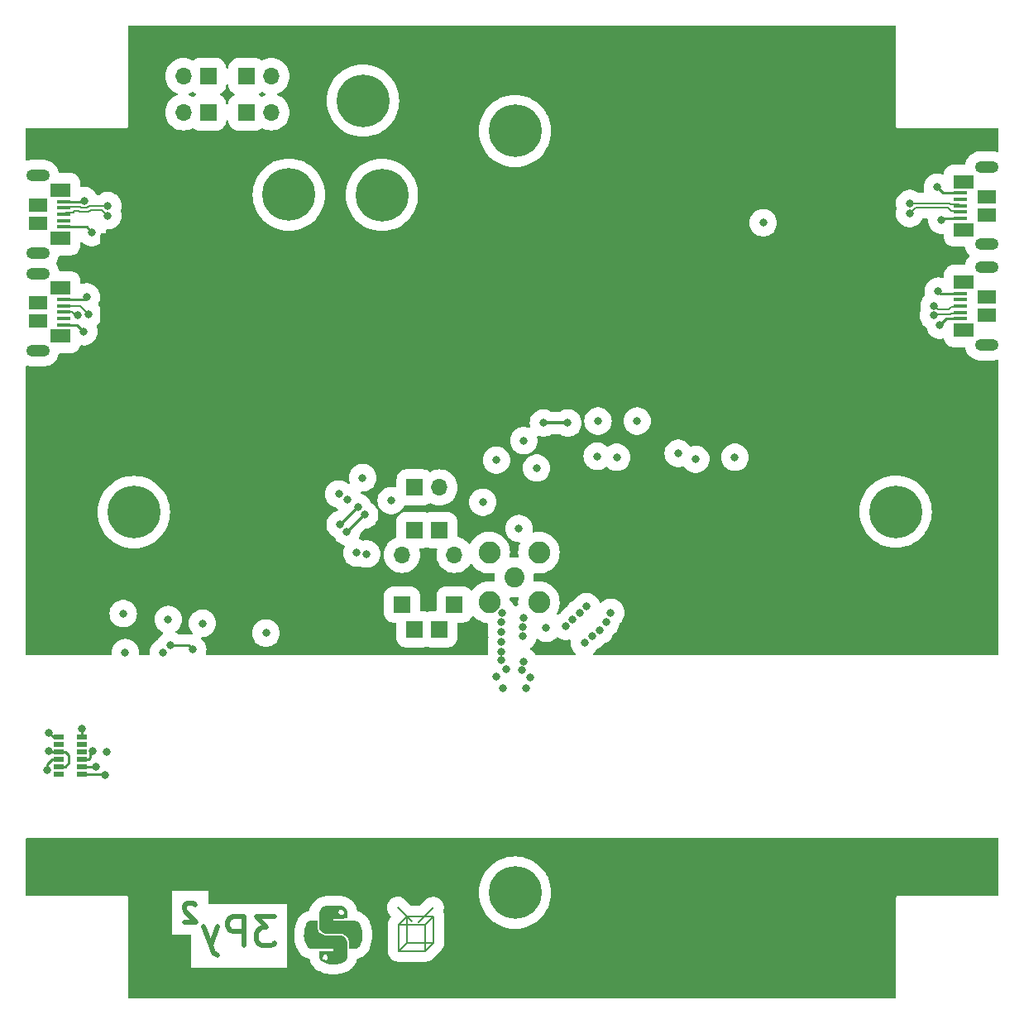
<source format=gbr>
%TF.GenerationSoftware,KiCad,Pcbnew,8.0.2-1*%
%TF.CreationDate,2024-06-23T19:16:47-07:00*%
%TF.ProjectId,antenna_top_cap_v2,616e7465-6e6e-4615-9f74-6f705f636170,rev?*%
%TF.SameCoordinates,Original*%
%TF.FileFunction,Copper,L4,Bot*%
%TF.FilePolarity,Positive*%
%FSLAX46Y46*%
G04 Gerber Fmt 4.6, Leading zero omitted, Abs format (unit mm)*
G04 Created by KiCad (PCBNEW 8.0.2-1) date 2024-06-23 19:16:47*
%MOMM*%
%LPD*%
G01*
G04 APERTURE LIST*
%TA.AperFunction,NonConductor*%
%ADD10C,0.200000*%
%TD*%
%ADD11C,0.500000*%
%TA.AperFunction,NonConductor*%
%ADD12C,0.500000*%
%TD*%
%TA.AperFunction,EtchedComponent*%
%ADD13C,0.000000*%
%TD*%
%TA.AperFunction,ComponentPad*%
%ADD14O,1.700000X1.700000*%
%TD*%
%TA.AperFunction,ComponentPad*%
%ADD15R,1.700000X1.700000*%
%TD*%
%TA.AperFunction,ComponentPad*%
%ADD16C,5.400000*%
%TD*%
%TA.AperFunction,ComponentPad*%
%ADD17C,2.050000*%
%TD*%
%TA.AperFunction,ComponentPad*%
%ADD18C,2.250000*%
%TD*%
%TA.AperFunction,SMDPad,CuDef*%
%ADD19R,1.380000X0.450000*%
%TD*%
%TA.AperFunction,ComponentPad*%
%ADD20O,2.416000X1.208000*%
%TD*%
%TA.AperFunction,SMDPad,CuDef*%
%ADD21R,2.100000X1.475000*%
%TD*%
%TA.AperFunction,SMDPad,CuDef*%
%ADD22R,1.900000X1.375000*%
%TD*%
%TA.AperFunction,SMDPad,CuDef*%
%ADD23R,1.000000X0.500000*%
%TD*%
%TA.AperFunction,ViaPad*%
%ADD24C,0.800000*%
%TD*%
%TA.AperFunction,Conductor*%
%ADD25C,0.200000*%
%TD*%
%TA.AperFunction,Conductor*%
%ADD26C,0.250000*%
%TD*%
%TA.AperFunction,Conductor*%
%ADD27C,0.300000*%
%TD*%
%TA.AperFunction,Conductor*%
%ADD28C,0.254000*%
%TD*%
G04 APERTURE END LIST*
D10*
X154775800Y-156309400D02*
X157475800Y-156309400D01*
X156625800Y-154459400D02*
X157475800Y-153609400D01*
X153925800Y-154459400D02*
X154775800Y-153609400D01*
X157455800Y-152719400D02*
X155975800Y-154199400D01*
X154775800Y-153609400D02*
X154775800Y-156309400D01*
X157475800Y-156309400D02*
X156625800Y-157159400D01*
X153925800Y-154459400D02*
X153925800Y-157159400D01*
X156625800Y-154459400D02*
X153925800Y-154459400D01*
X157475800Y-153609400D02*
X157475800Y-156309400D01*
X153925800Y-157159400D02*
X154775800Y-156309400D01*
X153925800Y-157159400D02*
X156625800Y-157159400D01*
X157475800Y-153609400D02*
X154775800Y-153609400D01*
X156625800Y-157159400D02*
X156625800Y-154459400D01*
X153825800Y-152709400D02*
X155295800Y-154179400D01*
D11*
D12*
X133127228Y-152439114D02*
X133031990Y-152343876D01*
X133031990Y-152343876D02*
X132841514Y-152248638D01*
X132841514Y-152248638D02*
X132365323Y-152248638D01*
X132365323Y-152248638D02*
X132174847Y-152343876D01*
X132174847Y-152343876D02*
X132079609Y-152439114D01*
X132079609Y-152439114D02*
X131984371Y-152629590D01*
X131984371Y-152629590D02*
X131984371Y-152820066D01*
X131984371Y-152820066D02*
X132079609Y-153105780D01*
X132079609Y-153105780D02*
X133222466Y-154248638D01*
X133222466Y-154248638D02*
X131984371Y-154248638D01*
D11*
D12*
X141253040Y-153625791D02*
X139395897Y-153625791D01*
X139395897Y-153625791D02*
X140395897Y-154768648D01*
X140395897Y-154768648D02*
X139967326Y-154768648D01*
X139967326Y-154768648D02*
X139681612Y-154911505D01*
X139681612Y-154911505D02*
X139538754Y-155054362D01*
X139538754Y-155054362D02*
X139395897Y-155340076D01*
X139395897Y-155340076D02*
X139395897Y-156054362D01*
X139395897Y-156054362D02*
X139538754Y-156340076D01*
X139538754Y-156340076D02*
X139681612Y-156482934D01*
X139681612Y-156482934D02*
X139967326Y-156625791D01*
X139967326Y-156625791D02*
X140824469Y-156625791D01*
X140824469Y-156625791D02*
X141110183Y-156482934D01*
X141110183Y-156482934D02*
X141253040Y-156340076D01*
X138110183Y-156625791D02*
X138110183Y-153625791D01*
X138110183Y-153625791D02*
X136967326Y-153625791D01*
X136967326Y-153625791D02*
X136681611Y-153768648D01*
X136681611Y-153768648D02*
X136538754Y-153911505D01*
X136538754Y-153911505D02*
X136395897Y-154197219D01*
X136395897Y-154197219D02*
X136395897Y-154625791D01*
X136395897Y-154625791D02*
X136538754Y-154911505D01*
X136538754Y-154911505D02*
X136681611Y-155054362D01*
X136681611Y-155054362D02*
X136967326Y-155197219D01*
X136967326Y-155197219D02*
X138110183Y-155197219D01*
X135395897Y-154625791D02*
X134681611Y-156625791D01*
X133967326Y-154625791D02*
X134681611Y-156625791D01*
X134681611Y-156625791D02*
X134967326Y-157340076D01*
X134967326Y-157340076D02*
X135110183Y-157482934D01*
X135110183Y-157482934D02*
X135395897Y-157625791D01*
D13*
%TA.AperFunction,EtchedComponent*%
%TO.C,G\u002A\u002A\u002A*%
G36*
X148667444Y-153275066D02*
G01*
X148670426Y-153423965D01*
X148677741Y-153842151D01*
X147956191Y-153848042D01*
X147234640Y-153853934D01*
X147234640Y-154032493D01*
X149488946Y-154054813D01*
X149616573Y-154114631D01*
X149668782Y-154141244D01*
X149827766Y-154254087D01*
X149959624Y-154401176D01*
X150062753Y-154580425D01*
X150135550Y-154789748D01*
X150195074Y-155076325D01*
X150226572Y-155401319D01*
X150217591Y-155725680D01*
X150168369Y-156058662D01*
X150119311Y-156261849D01*
X150046321Y-156470711D01*
X149957242Y-156640618D01*
X149850780Y-156773499D01*
X149725644Y-156871284D01*
X149580540Y-156935900D01*
X149534147Y-156945766D01*
X149441770Y-156956100D01*
X149321305Y-156963099D01*
X149182048Y-156966061D01*
X148875150Y-156967554D01*
X148875150Y-156603966D01*
X148874248Y-156487200D01*
X148868203Y-156324738D01*
X148855272Y-156192671D01*
X148834060Y-156082278D01*
X148803173Y-155984836D01*
X148761215Y-155891622D01*
X148755840Y-155881416D01*
X148679062Y-155770943D01*
X148573045Y-155660862D01*
X148450281Y-155562689D01*
X148323265Y-155487940D01*
X148172075Y-155416324D01*
X147256960Y-155405164D01*
X147047587Y-155402566D01*
X146858349Y-155399969D01*
X146705023Y-155397339D01*
X146583060Y-155394395D01*
X146487912Y-155390857D01*
X146415033Y-155386442D01*
X146359873Y-155380870D01*
X146317885Y-155373859D01*
X146284522Y-155365129D01*
X146255234Y-155354397D01*
X146225476Y-155341384D01*
X146134572Y-155288189D01*
X146023769Y-155194366D01*
X145926112Y-155081687D01*
X145854810Y-154963615D01*
X145848283Y-154949234D01*
X145837156Y-154921608D01*
X145828183Y-154891143D01*
X145821133Y-154853193D01*
X145815774Y-154803115D01*
X145811874Y-154736263D01*
X145809203Y-154647994D01*
X145807529Y-154533663D01*
X145806619Y-154388625D01*
X145806243Y-154208237D01*
X145806169Y-153987853D01*
X145806169Y-153152776D01*
X147786750Y-153152776D01*
X147787667Y-153248469D01*
X147826689Y-153347500D01*
X147830129Y-153352900D01*
X147884025Y-153411639D01*
X147948648Y-153453519D01*
X148002626Y-153472415D01*
X148095765Y-153480652D01*
X148178069Y-153448686D01*
X148257594Y-153374454D01*
X148266113Y-153364102D01*
X148304007Y-153304495D01*
X148319408Y-153239694D01*
X148317352Y-153150858D01*
X148309546Y-153103640D01*
X148272230Y-153031063D01*
X148198550Y-152971188D01*
X148138108Y-152942599D01*
X148040914Y-152928081D01*
X147951020Y-152948074D01*
X147874587Y-152996344D01*
X147817777Y-153066657D01*
X147786750Y-153152776D01*
X145806169Y-153152776D01*
X145806169Y-153117378D01*
X145860800Y-153006361D01*
X145870345Y-152987747D01*
X145967922Y-152848137D01*
X146098511Y-152727265D01*
X146252515Y-152634249D01*
X146337182Y-152598994D01*
X146466685Y-152559735D01*
X146616295Y-152530624D01*
X146792016Y-152510825D01*
X146999850Y-152499499D01*
X147245800Y-152495811D01*
X147315625Y-152496109D01*
X147617391Y-152506560D01*
X147878381Y-152532179D01*
X148099711Y-152573296D01*
X148282492Y-152630238D01*
X148427840Y-152703336D01*
X148536866Y-152792918D01*
X148610685Y-152899314D01*
X148626114Y-152932487D01*
X148640805Y-152972907D01*
X148651413Y-153019727D01*
X148658808Y-153080595D01*
X148663861Y-153163159D01*
X148666311Y-153239694D01*
X148667444Y-153275066D01*
G37*
%TD.AperFunction*%
%TA.AperFunction,EtchedComponent*%
G36*
X148666246Y-157772550D02*
G01*
X148661342Y-157827818D01*
X148654697Y-157869518D01*
X148646046Y-157902454D01*
X148635121Y-157931427D01*
X148621656Y-157961241D01*
X148557710Y-158063044D01*
X148460150Y-158169365D01*
X148342741Y-158265040D01*
X148217401Y-158338934D01*
X148124050Y-158377818D01*
X147989504Y-158424135D01*
X147841324Y-158467695D01*
X147695855Y-158503743D01*
X147569438Y-158527523D01*
X147560904Y-158528733D01*
X147333112Y-158547524D01*
X147099312Y-158543036D01*
X146866543Y-158517031D01*
X146641847Y-158471271D01*
X146432264Y-158407517D01*
X146244836Y-158327532D01*
X146086603Y-158233078D01*
X145964606Y-158125917D01*
X145959318Y-158119997D01*
X145899770Y-158045235D01*
X145856077Y-157968957D01*
X145825997Y-157882589D01*
X145816980Y-157831966D01*
X146156990Y-157831966D01*
X146180025Y-157919538D01*
X146233541Y-157995586D01*
X146319298Y-158051411D01*
X146350673Y-158063320D01*
X146448731Y-158079768D01*
X146534430Y-158055598D01*
X146615797Y-157989123D01*
X146646668Y-157949824D01*
X146686029Y-157856863D01*
X146690100Y-157761065D01*
X146662492Y-157671232D01*
X146606814Y-157596166D01*
X146526676Y-157544672D01*
X146425689Y-157525551D01*
X146334453Y-157540453D01*
X146253167Y-157587114D01*
X146195321Y-157657054D01*
X146162675Y-157741571D01*
X146156990Y-157831966D01*
X145816980Y-157831966D01*
X145807287Y-157777552D01*
X145797705Y-157645271D01*
X145795009Y-157477169D01*
X145795009Y-157169051D01*
X146514825Y-157163162D01*
X147234640Y-157157273D01*
X147241504Y-157062414D01*
X147248367Y-156967554D01*
X146112822Y-156967554D01*
X146039955Y-156967553D01*
X145777151Y-156967419D01*
X145554209Y-156966742D01*
X145367314Y-156965081D01*
X145212648Y-156961994D01*
X145086396Y-156957038D01*
X144984740Y-156949772D01*
X144903865Y-156939753D01*
X144839953Y-156926539D01*
X144789189Y-156909688D01*
X144747756Y-156888758D01*
X144711837Y-156863306D01*
X144677616Y-156832890D01*
X144641276Y-156797069D01*
X144595466Y-156745763D01*
X144504067Y-156608677D01*
X144422213Y-156439860D01*
X144352363Y-156247808D01*
X144296974Y-156041020D01*
X144258504Y-155827994D01*
X144239412Y-155617225D01*
X144242154Y-155417213D01*
X144257952Y-155252597D01*
X144296199Y-155000954D01*
X144348794Y-154771591D01*
X144414236Y-154568875D01*
X144491027Y-154397172D01*
X144577665Y-154260847D01*
X144672651Y-154164268D01*
X144694991Y-154147681D01*
X144754753Y-154109574D01*
X144817395Y-154082091D01*
X144891258Y-154063544D01*
X144984683Y-154052245D01*
X145106012Y-154046504D01*
X145263586Y-154044632D01*
X145613798Y-154043653D01*
X145620704Y-154473310D01*
X145627611Y-154902967D01*
X145699226Y-155054158D01*
X145759588Y-155163182D01*
X145885037Y-155319708D01*
X146038704Y-155444099D01*
X146216087Y-155533019D01*
X146412687Y-155583131D01*
X146451584Y-155587004D01*
X146538779Y-155591951D01*
X146659458Y-155596366D01*
X146807184Y-155600093D01*
X146975518Y-155602978D01*
X147158021Y-155604865D01*
X147348255Y-155605601D01*
X148131465Y-155606043D01*
X148268300Y-155674420D01*
X148292277Y-155686952D01*
X148435348Y-155788154D01*
X148549961Y-155917369D01*
X148628887Y-156066734D01*
X148639189Y-156095868D01*
X148649033Y-156130502D01*
X148656843Y-156170718D01*
X148662853Y-156221397D01*
X148667292Y-156287421D01*
X148670394Y-156373674D01*
X148672389Y-156485037D01*
X148673510Y-156626393D01*
X148673987Y-156802624D01*
X148674053Y-157018611D01*
X148674018Y-157124600D01*
X148673807Y-157319747D01*
X148673192Y-157477313D01*
X148671904Y-157602100D01*
X148669678Y-157698912D01*
X148666781Y-157761065D01*
X148666246Y-157772550D01*
G37*
%TD.AperFunction*%
%TD*%
D14*
%TO.P,J7,1,Power*%
%TO.N,BURN*%
X154275800Y-116609400D03*
D15*
X155545800Y-114069400D03*
X158085800Y-114069400D03*
D14*
X159645800Y-116609400D03*
D15*
%TO.P,J7,2,GND*%
%TO.N,BURN_GND*%
X154275800Y-121689400D03*
X155545800Y-124229400D03*
X158085800Y-124229400D03*
X159645800Y-121689400D03*
%TD*%
%TO.P,J9,1,Pin_1*%
%TO.N,~{FC_RESET}*%
X134420800Y-67619400D03*
D14*
%TO.P,J9,2,Pin_2*%
%TO.N,GND*%
X131880800Y-67619400D03*
%TD*%
D15*
%TO.P,J2,1,Pin_1*%
%TO.N,EPS_USBBOOT*%
X138370800Y-71319400D03*
D14*
%TO.P,J2,2,Pin_2*%
%TO.N,GND*%
X140910800Y-71319400D03*
%TD*%
D16*
%TO.P,TP3,1,1*%
%TO.N,GND*%
X150275800Y-70119400D03*
%TD*%
%TO.P,TP7,1,1*%
%TO.N,GND*%
X142693713Y-79756113D03*
%TD*%
%TO.P,TP2,1,1*%
%TO.N,GND*%
X152215800Y-79769400D03*
%TD*%
%TO.P,TP5,1,1*%
%TO.N,GND*%
X126825800Y-112239400D03*
%TD*%
%TO.P,TP6,1,1*%
%TO.N,GND*%
X165835800Y-73239400D03*
%TD*%
%TO.P,TP1,1,1*%
%TO.N,GND*%
X165835800Y-151189400D03*
%TD*%
%TO.P,TP4,1,1*%
%TO.N,GND*%
X204805800Y-112189400D03*
%TD*%
D17*
%TO.P,J5,1,In*%
%TO.N,Net-(J5-In)*%
X165745800Y-118919400D03*
D18*
%TO.P,J5,2,Ext*%
%TO.N,GND*%
X163205800Y-116379400D03*
X163205800Y-121459400D03*
X168285800Y-116379400D03*
X168285800Y-121459400D03*
%TD*%
D15*
%TO.P,J3,1,Pin_1*%
%TO.N,~{EPS_RESET}*%
X138370800Y-67619400D03*
D14*
%TO.P,J3,2,Pin_2*%
%TO.N,GND*%
X140910800Y-67619400D03*
%TD*%
D15*
%TO.P,J20,1,Pin_1*%
%TO.N,FC_USBBOOT*%
X134420800Y-71319400D03*
D14*
%TO.P,J20,2,Pin_2*%
%TO.N,GND*%
X131880800Y-71319400D03*
%TD*%
D19*
%TO.P,J10,1,VBUS*%
%TO.N,Net-(J10-VBUS)*%
X119655800Y-80444400D03*
%TO.P,J10,2,D-*%
%TO.N,FC_USB_D-*%
X119655800Y-81094400D03*
%TO.P,J10,3,D+*%
%TO.N,FC_USB_D+*%
X119655800Y-81744400D03*
%TO.P,J10,4,ID*%
%TO.N,unconnected-(J10-ID-Pad4)*%
X119655800Y-82394400D03*
%TO.P,J10,5,GND*%
%TO.N,GND*%
X119655800Y-83044400D03*
D20*
%TO.P,J10,SH1,Shield*%
X116995800Y-85694400D03*
D21*
%TO.P,J10,SH2*%
%TO.N,N/C*%
X119295800Y-84206900D03*
D22*
%TO.P,J10,SH3*%
X116995800Y-82681900D03*
%TO.P,J10,SH4*%
X116995800Y-80806900D03*
D21*
%TO.P,J10,SH5*%
X119295800Y-79281900D03*
D20*
%TO.P,J10,SH6*%
X116995800Y-77794400D03*
%TD*%
D19*
%TO.P,J13,1,VBUS*%
%TO.N,Net-(J13-VBUS)*%
X211435800Y-92444400D03*
%TO.P,J13,2,D-*%
%TO.N,/2d-*%
X211435800Y-91794400D03*
%TO.P,J13,3,D+*%
%TO.N,/2d+*%
X211435800Y-91144400D03*
%TO.P,J13,4,ID*%
%TO.N,unconnected-(J13-ID-Pad4)*%
X211435800Y-90494400D03*
%TO.P,J13,5,GND*%
%TO.N,GND*%
X211435800Y-89844400D03*
D20*
%TO.P,J13,SH1,Shield*%
X214095800Y-87194400D03*
D21*
%TO.P,J13,SH2*%
%TO.N,N/C*%
X211795800Y-88681900D03*
D22*
%TO.P,J13,SH3*%
X214095800Y-90206900D03*
%TO.P,J13,SH4*%
X214095800Y-92081900D03*
D21*
%TO.P,J13,SH5*%
X211795800Y-93606900D03*
D20*
%TO.P,J13,SH6*%
X214095800Y-95094400D03*
%TD*%
D15*
%TO.P,J1,1,Pin_1*%
%TO.N,Dir_Chrg_In*%
X155570800Y-109719400D03*
D14*
%TO.P,J1,2,Pin_2*%
%TO.N,GND*%
X158110800Y-109719400D03*
%TD*%
D19*
%TO.P,J15,1,VBUS*%
%TO.N,Net-(J15-VBUS)*%
X211435800Y-82169400D03*
%TO.P,J15,2,D-*%
%TO.N,/3d-*%
X211435800Y-81519400D03*
%TO.P,J15,3,D+*%
%TO.N,/3d+*%
X211435800Y-80869400D03*
%TO.P,J15,4,ID*%
%TO.N,unconnected-(J15-ID-Pad4)*%
X211435800Y-80219400D03*
%TO.P,J15,5,GND*%
%TO.N,GND*%
X211435800Y-79569400D03*
D20*
%TO.P,J15,SH1,Shield*%
X214095800Y-76919400D03*
D21*
%TO.P,J15,SH2*%
%TO.N,N/C*%
X211795800Y-78406900D03*
D22*
%TO.P,J15,SH3*%
X214095800Y-79931900D03*
%TO.P,J15,SH4*%
X214095800Y-81806900D03*
D21*
%TO.P,J15,SH5*%
X211795800Y-83331900D03*
D20*
%TO.P,J15,SH6*%
X214095800Y-84819400D03*
%TD*%
D19*
%TO.P,J11,1,VBUS*%
%TO.N,Net-(J11-VBUS)*%
X119655800Y-90469400D03*
%TO.P,J11,2,D-*%
%TO.N,EPS_USB_D-*%
X119655800Y-91119400D03*
%TO.P,J11,3,D+*%
%TO.N,EPS_USB_D+*%
X119655800Y-91769400D03*
%TO.P,J11,4,ID*%
%TO.N,unconnected-(J11-ID-Pad4)*%
X119655800Y-92419400D03*
%TO.P,J11,5,GND*%
%TO.N,GND*%
X119655800Y-93069400D03*
D20*
%TO.P,J11,SH1,Shield*%
X116995800Y-95719400D03*
D21*
%TO.P,J11,SH2*%
%TO.N,N/C*%
X119295800Y-94231900D03*
D22*
%TO.P,J11,SH3*%
X116995800Y-92706900D03*
%TO.P,J11,SH4*%
X116995800Y-90831900D03*
D21*
%TO.P,J11,SH5*%
X119295800Y-89306900D03*
D20*
%TO.P,J11,SH6*%
X116995800Y-87819400D03*
%TD*%
D23*
%TO.P,U1,1,GPIO1*%
%TO.N,/GPIO*%
X121525800Y-135279400D03*
%TO.P,U1,2,NC*%
%TO.N,unconnected-(U1-NC-Pad2)*%
X121525800Y-136029400D03*
%TO.P,U1,3,NC*%
%TO.N,unconnected-(U1-NC-Pad3)*%
X121525800Y-136779400D03*
%TO.P,U1,4,GPIO0*%
%TO.N,/XSHUT_2.8V*%
X121525800Y-137529400D03*
%TO.P,U1,5,SCL*%
%TO.N,/SCL_3V*%
X121525800Y-138279400D03*
%TO.P,U1,6,SDA*%
%TO.N,/SDA_3V*%
X121525800Y-139029400D03*
%TO.P,U1,7,NC*%
%TO.N,unconnected-(U1-NC-Pad7)*%
X119125800Y-139029400D03*
%TO.P,U1,8,AVDD_VCSEL*%
%TO.N,2.8V*%
X119125800Y-138279400D03*
%TO.P,U1,9,AVSS_VCSEL*%
%TO.N,GND*%
X119125800Y-137529400D03*
%TO.P,U1,10,AVDD*%
%TO.N,2.8V*%
X119125800Y-136779400D03*
%TO.P,U1,11,NC*%
%TO.N,unconnected-(U1-NC-Pad11)*%
X119125800Y-136029400D03*
%TO.P,U1,12,AVSS*%
%TO.N,GND*%
X119125800Y-135279400D03*
%TD*%
D24*
%TO.N,GND*%
X175645800Y-122519400D03*
X175145800Y-123519400D03*
X174545800Y-124319400D03*
X173745800Y-124919400D03*
X172945800Y-125619400D03*
X173145800Y-121919400D03*
X172445800Y-122519400D03*
X171745800Y-123219400D03*
X171045800Y-123919400D03*
X168045800Y-107719400D03*
X162545800Y-111219400D03*
X166745800Y-104919400D03*
X163945647Y-106919553D03*
X153177969Y-111051569D03*
%TO.N,EPS_USBBOOT*%
X147797800Y-110389400D03*
X149645800Y-116419400D03*
%TO.N,~{EPS_RESET}*%
X148645800Y-110919400D03*
X150645800Y-116519400D03*
%TO.N,V_RF*%
X184345800Y-106819400D03*
X174245800Y-106519400D03*
X171245800Y-103119400D03*
X168745800Y-103119400D03*
%TO.N,+3V3*%
X150245800Y-108719400D03*
%TO.N,SDA1*%
X150445800Y-112519400D03*
%TO.N,SCL1*%
X149745800Y-111719400D03*
X147934616Y-113516366D03*
%TO.N,SDA1*%
X148641725Y-114223475D03*
%TO.N,EPS_USB_D+*%
X121045800Y-92119400D03*
%TO.N,EPS_USB_D-*%
X122184502Y-91994399D03*
%TO.N,GND*%
X122535800Y-83619400D03*
X188345800Y-106619400D03*
X182545800Y-106219400D03*
X166695800Y-123069400D03*
X130347958Y-123222637D03*
X176245800Y-106619400D03*
X209075800Y-78979400D03*
X164445800Y-125519400D03*
X166645800Y-124969400D03*
X167395800Y-129169400D03*
X164445800Y-123519400D03*
X117945800Y-138629545D03*
X166695800Y-127519400D03*
X164445800Y-124519400D03*
X164545800Y-122519400D03*
X166945800Y-130301025D03*
X163895800Y-129119400D03*
X166645800Y-123969400D03*
X164445800Y-126519400D03*
X164445800Y-127419400D03*
X118145800Y-134819400D03*
X164971175Y-128319400D03*
X166545800Y-128419400D03*
X209175800Y-89609400D03*
X121705800Y-93769400D03*
X174345800Y-102919400D03*
X164578799Y-130276413D03*
%TO.N,+3V3*%
X166245800Y-113919400D03*
X140345800Y-124619400D03*
X178345800Y-102919400D03*
X169045800Y-124119400D03*
X191245800Y-82625901D03*
%TO.N,2.8V*%
X124045800Y-136819400D03*
X125945800Y-126619400D03*
X118106730Y-136731536D03*
X125745800Y-122619400D03*
X133845800Y-123619400D03*
X129820800Y-126607053D03*
%TO.N,/SCL_3V*%
X122945800Y-138304400D03*
%TO.N,/GPIO*%
X121535800Y-134409400D03*
%TO.N,/XSHUT_2.8V*%
X122625802Y-136719400D03*
%TO.N,Net-(J10-VBUS)*%
X121745800Y-80359400D03*
%TO.N,/2d-*%
X208673487Y-92116785D03*
%TO.N,/2d+*%
X208745800Y-91119400D03*
%TO.N,/3d-*%
X206237842Y-81684400D03*
%TO.N,/3d+*%
X206237842Y-80634400D03*
%TO.N,Net-(J11-VBUS)*%
X121985800Y-90219400D03*
%TO.N,Net-(J13-VBUS)*%
X209325800Y-93099900D03*
%TO.N,Net-(J15-VBUS)*%
X209502184Y-82340211D03*
%TO.N,FC_USB_D-*%
X124159873Y-80864400D03*
%TO.N,FC_USB_D+*%
X124159873Y-81914400D03*
%TO.N,SDA1*%
X132845800Y-126291732D03*
X130545800Y-125867037D03*
%TO.N,/SDA_3V*%
X123845800Y-139119400D03*
%TD*%
D25*
%TO.N,/2d-*%
X211297197Y-91919400D02*
X211422197Y-91794400D01*
X210445800Y-91919400D02*
X211297197Y-91919400D01*
X208825872Y-91964400D02*
X210445800Y-91964400D01*
X208673487Y-92116785D02*
X208825872Y-91964400D01*
X210445800Y-91964400D02*
X210445800Y-91919400D01*
X211422197Y-91794400D02*
X211435800Y-91794400D01*
%TO.N,/2d+*%
X208745800Y-91119400D02*
X209140799Y-91514399D01*
X209140799Y-91514399D02*
X210214432Y-91514399D01*
X211310800Y-91269400D02*
X211435800Y-91144400D01*
X210214432Y-91514399D02*
X210459431Y-91269400D01*
X210459431Y-91269400D02*
X211310800Y-91269400D01*
D26*
%TO.N,SDA1*%
X150445800Y-112519400D02*
X150345800Y-112519400D01*
X150345800Y-112519400D02*
X148641725Y-114223475D01*
%TO.N,SCL1*%
X149745800Y-111719400D02*
X149731582Y-111719400D01*
X149731582Y-111719400D02*
X147934616Y-113516366D01*
D27*
%TO.N,V_RF*%
X168745800Y-103119400D02*
X171245800Y-103119400D01*
D25*
%TO.N,EPS_USB_D-*%
X121695850Y-91505747D02*
X121695850Y-91504899D01*
X122184502Y-91994399D02*
X121695850Y-91505747D01*
X121695850Y-91504899D02*
X121310351Y-91119400D01*
X121310351Y-91119400D02*
X119655800Y-91119400D01*
D26*
%TO.N,Net-(J11-VBUS)*%
X121985800Y-90219400D02*
X121735800Y-90469400D01*
X121735800Y-90469400D02*
X119655800Y-90469400D01*
D25*
%TO.N,EPS_USB_D+*%
X121045800Y-92119400D02*
X120870800Y-92119400D01*
X120870800Y-92119400D02*
X120520800Y-91769400D01*
X120520800Y-91769400D02*
X119655800Y-91769400D01*
D28*
%TO.N,GND*%
X118471800Y-137529400D02*
X119125800Y-137529400D01*
D26*
X209675800Y-79579400D02*
X209075800Y-78979400D01*
X119655800Y-83059400D02*
X121975800Y-83059400D01*
D28*
X117945800Y-138055400D02*
X118471800Y-137529400D01*
D26*
X121005800Y-93069400D02*
X121705800Y-93769400D01*
X121975800Y-83059400D02*
X122535800Y-83619400D01*
D28*
X117945800Y-138629545D02*
X117945800Y-138055400D01*
D26*
X209405803Y-89839403D02*
X209175800Y-89609400D01*
X211435800Y-89839403D02*
X209405803Y-89839403D01*
D28*
X118145800Y-134819400D02*
X118605800Y-135279400D01*
X118605800Y-135279400D02*
X119125800Y-135279400D01*
D26*
X211435800Y-79579400D02*
X209675800Y-79579400D01*
X119655800Y-93069400D02*
X121005800Y-93069400D01*
D28*
%TO.N,2.8V*%
X118106730Y-136731536D02*
X118154594Y-136779400D01*
X119779800Y-136779400D02*
X120145800Y-137145400D01*
X119125800Y-136779400D02*
X119779800Y-136779400D01*
X119785800Y-138279400D02*
X119125800Y-138279400D01*
X118154594Y-136779400D02*
X119125800Y-136779400D01*
X120145800Y-137145400D02*
X120145800Y-137919400D01*
X120145800Y-137919400D02*
X119785800Y-138279400D01*
D26*
%TO.N,/SCL_3V*%
X122945800Y-138304400D02*
X121550800Y-138304400D01*
X121550800Y-138304400D02*
X121525800Y-138279400D01*
D28*
%TO.N,/GPIO*%
X121535800Y-135269400D02*
X121525800Y-135279400D01*
X121535800Y-134409400D02*
X121535800Y-135269400D01*
%TO.N,/XSHUT_2.8V*%
X122625802Y-136719400D02*
X122352800Y-136992402D01*
X122352800Y-137356400D02*
X122179800Y-137529400D01*
X122352800Y-136992402D02*
X122352800Y-137356400D01*
X122179800Y-137529400D02*
X121525800Y-137529400D01*
D26*
%TO.N,Net-(J10-VBUS)*%
X121745800Y-80359400D02*
X121645800Y-80459400D01*
X121645800Y-80459400D02*
X119655800Y-80459400D01*
D25*
%TO.N,/2d+*%
X211422197Y-91139403D02*
X211435800Y-91139403D01*
%TO.N,/3d-*%
X211310800Y-81404400D02*
X211435800Y-81529400D01*
X210459432Y-81404400D02*
X211310800Y-81404400D01*
X206837841Y-81084401D02*
X210139433Y-81084401D01*
X206237842Y-81684400D02*
X206837841Y-81084401D01*
X210139433Y-81084401D02*
X210459432Y-81404400D01*
%TO.N,/3d+*%
X211297197Y-80754400D02*
X211422197Y-80879400D01*
X210445800Y-80634400D02*
X210445800Y-80754400D01*
X211422197Y-80879400D02*
X211435800Y-80879400D01*
X206237842Y-80634400D02*
X210445800Y-80634400D01*
X210445800Y-80754400D02*
X211297197Y-80754400D01*
D26*
%TO.N,Net-(J13-VBUS)*%
X211435800Y-92439403D02*
X209986297Y-92439403D01*
X209986297Y-92439403D02*
X209325800Y-93099900D01*
%TO.N,Net-(J15-VBUS)*%
X209662995Y-82179400D02*
X209502184Y-82340211D01*
X211435800Y-82179400D02*
X209662995Y-82179400D01*
D25*
%TO.N,FC_USB_D-*%
X121365850Y-80969400D02*
X121455850Y-81059400D01*
X119794403Y-80969400D02*
X121365850Y-80969400D01*
X121455850Y-81059400D02*
X122035750Y-81059400D01*
X119655800Y-81094400D02*
X119669403Y-81094400D01*
X122230750Y-80864400D02*
X124159873Y-80864400D01*
X122035750Y-81059400D02*
X122230750Y-80864400D01*
X119669403Y-81094400D02*
X119794403Y-80969400D01*
%TO.N,FC_USB_D+*%
X123559874Y-81314401D02*
X124159873Y-81914400D01*
X122417118Y-81314401D02*
X123559874Y-81314401D01*
X120645800Y-81419381D02*
X121179462Y-81419381D01*
X119780800Y-81619400D02*
X120645800Y-81619400D01*
X122222139Y-81509381D02*
X122417118Y-81314401D01*
X121179462Y-81419381D02*
X121269462Y-81509381D01*
X119669403Y-81759400D02*
X119655800Y-81759400D01*
X119655800Y-81744400D02*
X119780800Y-81619400D01*
X121269462Y-81509381D02*
X122222139Y-81509381D01*
X120645800Y-81619400D02*
X120645800Y-81419381D01*
D26*
%TO.N,SDA1*%
X132421105Y-125867037D02*
X130545800Y-125867037D01*
X132845800Y-126291732D02*
X132421105Y-125867037D01*
%TO.N,/SDA_3V*%
X123845800Y-139119400D02*
X123755800Y-139029400D01*
X123755800Y-139029400D02*
X121525800Y-139029400D01*
%TD*%
%TA.AperFunction,NonConductor*%
G36*
X121554811Y-84622769D02*
G01*
X121565001Y-84632658D01*
X121580850Y-84649874D01*
X121584016Y-84653313D01*
X121767173Y-84795869D01*
X121767174Y-84795870D01*
X121971297Y-84906336D01*
X121971299Y-84906337D01*
X122085893Y-84945677D01*
X122190819Y-84981698D01*
X122419751Y-85019900D01*
X122419755Y-85019900D01*
X122651845Y-85019900D01*
X122651849Y-85019900D01*
X122880781Y-84981698D01*
X123100303Y-84906336D01*
X123304426Y-84795870D01*
X123345800Y-84763667D01*
X123345800Y-89884893D01*
X123314957Y-89763100D01*
X123314955Y-89763096D01*
X123221724Y-89550551D01*
X123094781Y-89356250D01*
X123094780Y-89356249D01*
X123094779Y-89356247D01*
X122937584Y-89185487D01*
X122754426Y-89042930D01*
X122754425Y-89042929D01*
X122550302Y-88932463D01*
X122550300Y-88932462D01*
X122330785Y-88857103D01*
X122330778Y-88857101D01*
X122232800Y-88840752D01*
X122101849Y-88818900D01*
X121869751Y-88818900D01*
X121755183Y-88838018D01*
X121640821Y-88857101D01*
X121640810Y-88857104D01*
X121513210Y-88900909D01*
X121442286Y-88904109D01*
X121380890Y-88868457D01*
X121348516Y-88805271D01*
X121346299Y-88781736D01*
X121346299Y-88511372D01*
X121346299Y-88511364D01*
X121335686Y-88391982D01*
X121279709Y-88196351D01*
X121185498Y-88015993D01*
X121056909Y-87858291D01*
X120899207Y-87729702D01*
X120899205Y-87729701D01*
X120899204Y-87729700D01*
X120718851Y-87635492D01*
X120718850Y-87635491D01*
X120718849Y-87635491D01*
X120523218Y-87579514D01*
X120403837Y-87568900D01*
X120403834Y-87568900D01*
X119292238Y-87568900D01*
X119224117Y-87548898D01*
X119177624Y-87495242D01*
X119167790Y-87462614D01*
X119164791Y-87443679D01*
X119086748Y-87203486D01*
X118972091Y-86978459D01*
X118864926Y-86830959D01*
X118841069Y-86764094D01*
X118857149Y-86694942D01*
X118864922Y-86682845D01*
X118972091Y-86535341D01*
X119086748Y-86310314D01*
X119164791Y-86070121D01*
X119167789Y-86051185D01*
X119198201Y-85987035D01*
X119258469Y-85949508D01*
X119292238Y-85944899D01*
X120403828Y-85944899D01*
X120403836Y-85944899D01*
X120523218Y-85934286D01*
X120718849Y-85878309D01*
X120899207Y-85784098D01*
X121056909Y-85655509D01*
X121185498Y-85497807D01*
X121279709Y-85317449D01*
X121335686Y-85121818D01*
X121346300Y-85002437D01*
X121346299Y-84717992D01*
X121366301Y-84649874D01*
X121419956Y-84603381D01*
X121490230Y-84593276D01*
X121554811Y-84622769D01*
G37*
%TD.AperFunction*%
%TA.AperFunction,NonConductor*%
G36*
X123345800Y-91211326D02*
G01*
X123293481Y-91131246D01*
X123225072Y-91056934D01*
X123193653Y-90993272D01*
X123201640Y-90922726D01*
X123212286Y-90902694D01*
X123221724Y-90888249D01*
X123314957Y-90675700D01*
X123345800Y-90553904D01*
X123345800Y-91211326D01*
G37*
%TD.AperFunction*%
%TA.AperFunction,NonConductor*%
G36*
X165436709Y-120921460D02*
G01*
X165607238Y-120944899D01*
X165607252Y-120944900D01*
X165884348Y-120944900D01*
X165884361Y-120944899D01*
X166054889Y-120921460D01*
X166125098Y-120931999D01*
X166178465Y-120978824D01*
X166198044Y-121047068D01*
X166195411Y-121071920D01*
X166175175Y-121169304D01*
X166175174Y-121169314D01*
X166155333Y-121459395D01*
X166155333Y-121459404D01*
X166170253Y-121677545D01*
X166154946Y-121746872D01*
X166104588Y-121796918D01*
X166104516Y-121796957D01*
X165942183Y-121884807D01*
X165872753Y-121899637D01*
X165806326Y-121874577D01*
X165776731Y-121842908D01*
X165654781Y-121656250D01*
X165654780Y-121656249D01*
X165654779Y-121656247D01*
X165497584Y-121485487D01*
X165373550Y-121388948D01*
X165332078Y-121331323D01*
X165325234Y-121298113D01*
X165316425Y-121169310D01*
X165316424Y-121169304D01*
X165316424Y-121169301D01*
X165296188Y-121071920D01*
X165301911Y-121001157D01*
X165344985Y-120944719D01*
X165411733Y-120920529D01*
X165436709Y-120921460D01*
G37*
%TD.AperFunction*%
%TA.AperFunction,NonConductor*%
G36*
X170198354Y-125043970D02*
G01*
X170236628Y-125064311D01*
X170254739Y-125078408D01*
X170277173Y-125095869D01*
X170277174Y-125095870D01*
X170481297Y-125206336D01*
X170481299Y-125206337D01*
X170577044Y-125239206D01*
X170700819Y-125281698D01*
X170929751Y-125319900D01*
X170929755Y-125319900D01*
X171161845Y-125319900D01*
X171161849Y-125319900D01*
X171390781Y-125281698D01*
X171391273Y-125281528D01*
X171391483Y-125281519D01*
X171395829Y-125280419D01*
X171396055Y-125281312D01*
X171462197Y-125278325D01*
X171523594Y-125313975D01*
X171555971Y-125377159D01*
X171557759Y-125411100D01*
X171550736Y-125495869D01*
X171540500Y-125619399D01*
X171559666Y-125850708D01*
X171559667Y-125850714D01*
X171616642Y-126075699D01*
X171616644Y-126075703D01*
X171709875Y-126288248D01*
X171775108Y-126388095D01*
X171836821Y-126482553D01*
X171942892Y-126597777D01*
X171997546Y-126657148D01*
X171995939Y-126658627D01*
X172027746Y-126711549D01*
X172025613Y-126782514D01*
X171985453Y-126841060D01*
X171920016Y-126868600D01*
X171905838Y-126869400D01*
X168012226Y-126869400D01*
X167944105Y-126849398D01*
X167906743Y-126812315D01*
X167900353Y-126802535D01*
X167804779Y-126656247D01*
X167647584Y-126485487D01*
X167464426Y-126342930D01*
X167464420Y-126342926D01*
X167455199Y-126337936D01*
X167404810Y-126287922D01*
X167389459Y-126218604D01*
X167414022Y-126151992D01*
X167437781Y-126127692D01*
X167478666Y-126095870D01*
X167597584Y-126003313D01*
X167754779Y-125832553D01*
X167881724Y-125638249D01*
X167974957Y-125425700D01*
X168004837Y-125307706D01*
X168040949Y-125246581D01*
X168104376Y-125214682D01*
X168174980Y-125222139D01*
X168204371Y-125239205D01*
X168267382Y-125288249D01*
X168277173Y-125295869D01*
X168277174Y-125295870D01*
X168481297Y-125406336D01*
X168481299Y-125406337D01*
X168546097Y-125428582D01*
X168700819Y-125481698D01*
X168929751Y-125519900D01*
X168929755Y-125519900D01*
X169161845Y-125519900D01*
X169161849Y-125519900D01*
X169390781Y-125481698D01*
X169610303Y-125406336D01*
X169814426Y-125295870D01*
X169997584Y-125153313D01*
X170066539Y-125078406D01*
X170127390Y-125041837D01*
X170198354Y-125043970D01*
G37*
%TD.AperFunction*%
%TA.AperFunction,NonConductor*%
G36*
X140597395Y-62419907D02*
G01*
X140598454Y-62419906D01*
X140598457Y-62419908D01*
X151844973Y-62417700D01*
X204719700Y-62417700D01*
X204787821Y-62437702D01*
X204834314Y-62491358D01*
X204845700Y-62543700D01*
X204845700Y-72757082D01*
X204876223Y-72830773D01*
X204876226Y-72830777D01*
X204932622Y-72887173D01*
X204932626Y-72887176D01*
X205006318Y-72917700D01*
X215219660Y-72917700D01*
X215287781Y-72937702D01*
X215334274Y-72991358D01*
X215345659Y-73043713D01*
X215345603Y-73504614D01*
X215345385Y-75268685D01*
X215325375Y-75336803D01*
X215271713Y-75383289D01*
X215201438Y-75393384D01*
X215180449Y-75388502D01*
X215075525Y-75354410D01*
X215075523Y-75354409D01*
X215075521Y-75354409D01*
X214826077Y-75314900D01*
X213365523Y-75314900D01*
X213116079Y-75354409D01*
X213116077Y-75354409D01*
X213116074Y-75354410D01*
X212875890Y-75432450D01*
X212875884Y-75432453D01*
X212650855Y-75547111D01*
X212446536Y-75695558D01*
X212446533Y-75695560D01*
X212267960Y-75874133D01*
X212267958Y-75874136D01*
X212119511Y-76078455D01*
X212004853Y-76303484D01*
X212004850Y-76303490D01*
X211926809Y-76543676D01*
X211923809Y-76562616D01*
X211893394Y-76626768D01*
X211833125Y-76664292D01*
X211799361Y-76668900D01*
X210687772Y-76668900D01*
X210687762Y-76668901D01*
X210568388Y-76679513D01*
X210568385Y-76679513D01*
X210568382Y-76679514D01*
X210372751Y-76735491D01*
X210372748Y-76735492D01*
X210192395Y-76829700D01*
X210034691Y-76958291D01*
X209906100Y-77115995D01*
X209811892Y-77296348D01*
X209811891Y-77296350D01*
X209811891Y-77296351D01*
X209762135Y-77470242D01*
X209755914Y-77491982D01*
X209755914Y-77491984D01*
X209749441Y-77564787D01*
X209723484Y-77630868D01*
X209665922Y-77672426D01*
X209595029Y-77676266D01*
X209583024Y-77672800D01*
X209420785Y-77617103D01*
X209420778Y-77617101D01*
X209322800Y-77600752D01*
X209191849Y-77578900D01*
X208959751Y-77578900D01*
X208845183Y-77598018D01*
X208730821Y-77617101D01*
X208730814Y-77617103D01*
X208511299Y-77692462D01*
X208511297Y-77692463D01*
X208307174Y-77802929D01*
X208307173Y-77802930D01*
X208124013Y-77945489D01*
X207966818Y-78116250D01*
X207839875Y-78310551D01*
X207746644Y-78523096D01*
X207746642Y-78523100D01*
X207689667Y-78748085D01*
X207689666Y-78748091D01*
X207670500Y-78979400D01*
X207689666Y-79210708D01*
X207689667Y-79210714D01*
X207731770Y-79376968D01*
X207729103Y-79447915D01*
X207688503Y-79506157D01*
X207622860Y-79533203D01*
X207609626Y-79533900D01*
X207147330Y-79533900D01*
X207079209Y-79513898D01*
X207069952Y-79507341D01*
X207006468Y-79457930D01*
X207006467Y-79457929D01*
X206802344Y-79347463D01*
X206802342Y-79347462D01*
X206582827Y-79272103D01*
X206582820Y-79272101D01*
X206484842Y-79255752D01*
X206353891Y-79233900D01*
X206121793Y-79233900D01*
X206007225Y-79253018D01*
X205892863Y-79272101D01*
X205892856Y-79272103D01*
X205673341Y-79347462D01*
X205673339Y-79347463D01*
X205469216Y-79457929D01*
X205469215Y-79457930D01*
X205286055Y-79600489D01*
X205128860Y-79771250D01*
X205001917Y-79965551D01*
X204908686Y-80178096D01*
X204908684Y-80178100D01*
X204851709Y-80403085D01*
X204851708Y-80403091D01*
X204832542Y-80634400D01*
X204851708Y-80865708D01*
X204851709Y-80865714D01*
X204908684Y-81090699D01*
X204908685Y-81090702D01*
X204916619Y-81108790D01*
X204925663Y-81179208D01*
X204916619Y-81210010D01*
X204908685Y-81228097D01*
X204908684Y-81228100D01*
X204851709Y-81453085D01*
X204851708Y-81453091D01*
X204832542Y-81684400D01*
X204851708Y-81915708D01*
X204851709Y-81915714D01*
X204908684Y-82140699D01*
X204908686Y-82140703D01*
X205001917Y-82353248D01*
X205112947Y-82523193D01*
X205128863Y-82547553D01*
X205286058Y-82718313D01*
X205464520Y-82857215D01*
X205469215Y-82860869D01*
X205469216Y-82860870D01*
X205673339Y-82971336D01*
X205673341Y-82971337D01*
X205783222Y-83009059D01*
X205892861Y-83046698D01*
X206121793Y-83084900D01*
X206121797Y-83084900D01*
X206353887Y-83084900D01*
X206353891Y-83084900D01*
X206582823Y-83046698D01*
X206802345Y-82971336D01*
X207006468Y-82860870D01*
X207189626Y-82718313D01*
X207346821Y-82547553D01*
X207473766Y-82353249D01*
X207514543Y-82260286D01*
X207560224Y-82205939D01*
X207628036Y-82184915D01*
X207629930Y-82184901D01*
X207972881Y-82184901D01*
X208041002Y-82204903D01*
X208087495Y-82258559D01*
X208098450Y-82321304D01*
X208096884Y-82340211D01*
X208116050Y-82571519D01*
X208116051Y-82571525D01*
X208173026Y-82796510D01*
X208173028Y-82796514D01*
X208266259Y-83009059D01*
X208391880Y-83201337D01*
X208393205Y-83203364D01*
X208550400Y-83374124D01*
X208662907Y-83461691D01*
X208733557Y-83516680D01*
X208733558Y-83516681D01*
X208937681Y-83627147D01*
X208937683Y-83627148D01*
X209032828Y-83659811D01*
X209157203Y-83702509D01*
X209386135Y-83740711D01*
X209386139Y-83740711D01*
X209619300Y-83740711D01*
X209687421Y-83760713D01*
X209733914Y-83814369D01*
X209745300Y-83866711D01*
X209745300Y-84127427D01*
X209745301Y-84127437D01*
X209752560Y-84209098D01*
X209755914Y-84246818D01*
X209788101Y-84359305D01*
X209811892Y-84442451D01*
X209895954Y-84603381D01*
X209906102Y-84622807D01*
X210034691Y-84780509D01*
X210192393Y-84909098D01*
X210372751Y-85003309D01*
X210568382Y-85059286D01*
X210687763Y-85069900D01*
X211799361Y-85069899D01*
X211867482Y-85089901D01*
X211913975Y-85143557D01*
X211923809Y-85176184D01*
X211926809Y-85195122D01*
X211966555Y-85317449D01*
X212004852Y-85435314D01*
X212119509Y-85660341D01*
X212267956Y-85864661D01*
X212267958Y-85864663D01*
X212267960Y-85864666D01*
X212321099Y-85917805D01*
X212355125Y-85980117D01*
X212350060Y-86050932D01*
X212321099Y-86095995D01*
X212267960Y-86149133D01*
X212267958Y-86149136D01*
X212119511Y-86353455D01*
X212004853Y-86578484D01*
X212004850Y-86578490D01*
X211926809Y-86818676D01*
X211923809Y-86837616D01*
X211893394Y-86901768D01*
X211833125Y-86939292D01*
X211799361Y-86943900D01*
X210687772Y-86943900D01*
X210687762Y-86943901D01*
X210568388Y-86954513D01*
X210568385Y-86954513D01*
X210568382Y-86954514D01*
X210372751Y-87010491D01*
X210372748Y-87010492D01*
X210192395Y-87104700D01*
X210034691Y-87233291D01*
X209906100Y-87390995D01*
X209811892Y-87571348D01*
X209811891Y-87571350D01*
X209811891Y-87571351D01*
X209755914Y-87766982D01*
X209752062Y-87810314D01*
X209745300Y-87886365D01*
X209745300Y-88147705D01*
X209725298Y-88215826D01*
X209671642Y-88262319D01*
X209601368Y-88272423D01*
X209578389Y-88266878D01*
X209520789Y-88247104D01*
X209520778Y-88247101D01*
X209422800Y-88230752D01*
X209291849Y-88208900D01*
X209059751Y-88208900D01*
X208945183Y-88228018D01*
X208830821Y-88247101D01*
X208830814Y-88247103D01*
X208611299Y-88322462D01*
X208611297Y-88322463D01*
X208407174Y-88432929D01*
X208407173Y-88432930D01*
X208224013Y-88575489D01*
X208066818Y-88746250D01*
X207939875Y-88940551D01*
X207846644Y-89153096D01*
X207846642Y-89153100D01*
X207789667Y-89378085D01*
X207789666Y-89378091D01*
X207770500Y-89609400D01*
X207789666Y-89840708D01*
X207789668Y-89840717D01*
X207822479Y-89970282D01*
X207819812Y-90041228D01*
X207793037Y-90086550D01*
X207636818Y-90256250D01*
X207509875Y-90450551D01*
X207416644Y-90663096D01*
X207416642Y-90663100D01*
X207359667Y-90888085D01*
X207359666Y-90888091D01*
X207340500Y-91119400D01*
X207359666Y-91350708D01*
X207359667Y-91350714D01*
X207393168Y-91483001D01*
X207390501Y-91553948D01*
X207386412Y-91564546D01*
X207344329Y-91660486D01*
X207287354Y-91885470D01*
X207287353Y-91885476D01*
X207268187Y-92116785D01*
X207287353Y-92348093D01*
X207287354Y-92348099D01*
X207344329Y-92573084D01*
X207344331Y-92573088D01*
X207437562Y-92785633D01*
X207542869Y-92946818D01*
X207564508Y-92979938D01*
X207721703Y-93150698D01*
X207902107Y-93291111D01*
X207943577Y-93348735D01*
X207946859Y-93359611D01*
X207996641Y-93556196D01*
X207996644Y-93556203D01*
X208089875Y-93768748D01*
X208156389Y-93870556D01*
X208216821Y-93963053D01*
X208374016Y-94133813D01*
X208492072Y-94225699D01*
X208557173Y-94276369D01*
X208557174Y-94276370D01*
X208761297Y-94386836D01*
X208761299Y-94386837D01*
X208876554Y-94426404D01*
X208980819Y-94462198D01*
X209209751Y-94500400D01*
X209209755Y-94500400D01*
X209441851Y-94500400D01*
X209528626Y-94485919D01*
X209624816Y-94469868D01*
X209695299Y-94478384D01*
X209749989Y-94523655D01*
X209766691Y-94559483D01*
X209811891Y-94717449D01*
X209811892Y-94717451D01*
X209856742Y-94803313D01*
X209906102Y-94897807D01*
X210034691Y-95055509D01*
X210192393Y-95184098D01*
X210372751Y-95278309D01*
X210568382Y-95334286D01*
X210687763Y-95344900D01*
X211799361Y-95344899D01*
X211867482Y-95364901D01*
X211913975Y-95418557D01*
X211923809Y-95451184D01*
X211926809Y-95470122D01*
X211995167Y-95680509D01*
X212004852Y-95710314D01*
X212119509Y-95935341D01*
X212267956Y-96139661D01*
X212267958Y-96139663D01*
X212267960Y-96139666D01*
X212446533Y-96318239D01*
X212446536Y-96318241D01*
X212446539Y-96318244D01*
X212650859Y-96466691D01*
X212875886Y-96581348D01*
X213116079Y-96659391D01*
X213365523Y-96698900D01*
X213365526Y-96698900D01*
X214826074Y-96698900D01*
X214826077Y-96698900D01*
X215075521Y-96659391D01*
X215180372Y-96625322D01*
X215251335Y-96623295D01*
X215312134Y-96659957D01*
X215343459Y-96723669D01*
X215345305Y-96745155D01*
X215345520Y-126753399D01*
X215325518Y-126821520D01*
X215271863Y-126868013D01*
X215219520Y-126879400D01*
X197977991Y-126879400D01*
X197943934Y-126869400D01*
X197915800Y-126869400D01*
X173985762Y-126869400D01*
X173917641Y-126849398D01*
X173871148Y-126795742D01*
X173861044Y-126725468D01*
X173890538Y-126660888D01*
X173894113Y-126657203D01*
X173894054Y-126657148D01*
X173940170Y-126607052D01*
X174054779Y-126482553D01*
X174181724Y-126288249D01*
X174181732Y-126288229D01*
X174183423Y-126285107D01*
X174184460Y-126284061D01*
X174184575Y-126283886D01*
X174184611Y-126283909D01*
X174233432Y-126234712D01*
X174253320Y-126225897D01*
X174310303Y-126206336D01*
X174514426Y-126095870D01*
X174697584Y-125953313D01*
X174854779Y-125782553D01*
X174905654Y-125704682D01*
X174959656Y-125658594D01*
X174970226Y-125654424D01*
X175033203Y-125632804D01*
X175110303Y-125606336D01*
X175314426Y-125495870D01*
X175497584Y-125353313D01*
X175654779Y-125182553D01*
X175781724Y-124988249D01*
X175874957Y-124775700D01*
X175879828Y-124756466D01*
X175915940Y-124695340D01*
X175924582Y-124687965D01*
X175969107Y-124653310D01*
X176097584Y-124553313D01*
X176254779Y-124382553D01*
X176381724Y-124188249D01*
X176474957Y-123975700D01*
X176531934Y-123750705D01*
X176540327Y-123649402D01*
X176565885Y-123583170D01*
X176588508Y-123560376D01*
X176597584Y-123553313D01*
X176754779Y-123382553D01*
X176881724Y-123188249D01*
X176974957Y-122975700D01*
X177018460Y-122803912D01*
X177031932Y-122750714D01*
X177031933Y-122750708D01*
X177031934Y-122750705D01*
X177051100Y-122519400D01*
X177031934Y-122288095D01*
X177031933Y-122288091D01*
X177031932Y-122288085D01*
X176974957Y-122063100D01*
X176974955Y-122063096D01*
X176966109Y-122042930D01*
X176881724Y-121850551D01*
X176768694Y-121677545D01*
X176754781Y-121656250D01*
X176754780Y-121656249D01*
X176754779Y-121656247D01*
X176624716Y-121514960D01*
X176597586Y-121485489D01*
X176597585Y-121485488D01*
X176597584Y-121485487D01*
X176414426Y-121342930D01*
X176414425Y-121342929D01*
X176210302Y-121232463D01*
X176210300Y-121232462D01*
X175990785Y-121157103D01*
X175990778Y-121157101D01*
X175892800Y-121140752D01*
X175761849Y-121118900D01*
X175529751Y-121118900D01*
X175415183Y-121138018D01*
X175300821Y-121157101D01*
X175300814Y-121157103D01*
X175081299Y-121232462D01*
X175081297Y-121232463D01*
X174877174Y-121342929D01*
X174877173Y-121342930D01*
X174694011Y-121485491D01*
X174682918Y-121497541D01*
X174622064Y-121534110D01*
X174551099Y-121531974D01*
X174492555Y-121491811D01*
X174474832Y-121462815D01*
X174381724Y-121250551D01*
X174254781Y-121056250D01*
X174254780Y-121056249D01*
X174254779Y-121056247D01*
X174097584Y-120885487D01*
X173914426Y-120742930D01*
X173914425Y-120742929D01*
X173710302Y-120632463D01*
X173710300Y-120632462D01*
X173490785Y-120557103D01*
X173490778Y-120557101D01*
X173392800Y-120540752D01*
X173261849Y-120518900D01*
X173029751Y-120518900D01*
X172915183Y-120538018D01*
X172800821Y-120557101D01*
X172800814Y-120557103D01*
X172581299Y-120632462D01*
X172581297Y-120632463D01*
X172377174Y-120742929D01*
X172377173Y-120742930D01*
X172194013Y-120885489D01*
X172036821Y-121056246D01*
X172036815Y-121056255D01*
X171957029Y-121178375D01*
X171903026Y-121224463D01*
X171892471Y-121228627D01*
X171882024Y-121232214D01*
X171881294Y-121232465D01*
X171677174Y-121342929D01*
X171677173Y-121342930D01*
X171494013Y-121485489D01*
X171336818Y-121656250D01*
X171209878Y-121850547D01*
X171209873Y-121850555D01*
X171189032Y-121898069D01*
X171143350Y-121952417D01*
X171133615Y-121958267D01*
X170977179Y-122042926D01*
X170977173Y-122042930D01*
X170794013Y-122185489D01*
X170636818Y-122356250D01*
X170509878Y-122550547D01*
X170509873Y-122550555D01*
X170489032Y-122598069D01*
X170443350Y-122652417D01*
X170433615Y-122658267D01*
X170272591Y-122745410D01*
X170271520Y-122743432D01*
X170212601Y-122761178D01*
X170144343Y-122741649D01*
X170097478Y-122688318D01*
X170086887Y-122618116D01*
X170104075Y-122569703D01*
X170106097Y-122566375D01*
X170106112Y-122566356D01*
X170167828Y-122447249D01*
X170239884Y-122308189D01*
X170239885Y-122308184D01*
X170239888Y-122308180D01*
X170337264Y-122034193D01*
X170396424Y-121749499D01*
X170402803Y-121656247D01*
X170416267Y-121459404D01*
X170416267Y-121459395D01*
X170396425Y-121169314D01*
X170396424Y-121169312D01*
X170396424Y-121169301D01*
X170337264Y-120884607D01*
X170239888Y-120610620D01*
X170239886Y-120610617D01*
X170239884Y-120610610D01*
X170106118Y-120352455D01*
X170106116Y-120352452D01*
X170106112Y-120352444D01*
X169938427Y-120114888D01*
X169739957Y-119902378D01*
X169514398Y-119718873D01*
X169265953Y-119567790D01*
X169265949Y-119567788D01*
X169265947Y-119567787D01*
X169156478Y-119520238D01*
X168999250Y-119451944D01*
X168770028Y-119387719D01*
X168719253Y-119373493D01*
X168719255Y-119373493D01*
X168431201Y-119333900D01*
X168431188Y-119333900D01*
X168140412Y-119333900D01*
X168140398Y-119333900D01*
X167893161Y-119367883D01*
X167822951Y-119357343D01*
X167769585Y-119310518D01*
X167750006Y-119242275D01*
X167752640Y-119217423D01*
X167757123Y-119195850D01*
X167776033Y-118919400D01*
X167757123Y-118642950D01*
X167752640Y-118621375D01*
X167758363Y-118550614D01*
X167801436Y-118494176D01*
X167868184Y-118469985D01*
X167893159Y-118470915D01*
X167969837Y-118481455D01*
X168140401Y-118504899D01*
X168140412Y-118504900D01*
X168431188Y-118504900D01*
X168431201Y-118504899D01*
X168644671Y-118475557D01*
X168719256Y-118465306D01*
X168999250Y-118386856D01*
X169265953Y-118271010D01*
X169514398Y-118119927D01*
X169739957Y-117936422D01*
X169938427Y-117723912D01*
X170106112Y-117486356D01*
X170159739Y-117382860D01*
X170239884Y-117228189D01*
X170239885Y-117228184D01*
X170239888Y-117228180D01*
X170337264Y-116954193D01*
X170396424Y-116669499D01*
X170416267Y-116379400D01*
X170410021Y-116288091D01*
X170396425Y-116089314D01*
X170396424Y-116089308D01*
X170396424Y-116089301D01*
X170337264Y-115804607D01*
X170239888Y-115530620D01*
X170239886Y-115530617D01*
X170239884Y-115530610D01*
X170106118Y-115272455D01*
X170106116Y-115272452D01*
X170106112Y-115272444D01*
X169938427Y-115034888D01*
X169739957Y-114822378D01*
X169514398Y-114638873D01*
X169265953Y-114487790D01*
X169265949Y-114487788D01*
X169265947Y-114487787D01*
X169125338Y-114426712D01*
X168999250Y-114371944D01*
X168770028Y-114307719D01*
X168719253Y-114293493D01*
X168719255Y-114293493D01*
X168431201Y-114253900D01*
X168431188Y-114253900D01*
X168140412Y-114253900D01*
X168140398Y-114253900D01*
X167852351Y-114293492D01*
X167852333Y-114293496D01*
X167785743Y-114312153D01*
X167714752Y-114311270D01*
X167655508Y-114272147D01*
X167626820Y-114207204D01*
X167629607Y-114159891D01*
X167631934Y-114150705D01*
X167651100Y-113919400D01*
X167631934Y-113688095D01*
X167631933Y-113688091D01*
X167631932Y-113688085D01*
X167574957Y-113463100D01*
X167574955Y-113463096D01*
X167540476Y-113384493D01*
X167481724Y-113250551D01*
X167357274Y-113060066D01*
X167354781Y-113056250D01*
X167354780Y-113056249D01*
X167354779Y-113056247D01*
X167197584Y-112885487D01*
X167014426Y-112742930D01*
X167014425Y-112742929D01*
X166810302Y-112632463D01*
X166810300Y-112632462D01*
X166590785Y-112557103D01*
X166590778Y-112557101D01*
X166492800Y-112540752D01*
X166361849Y-112518900D01*
X166129751Y-112518900D01*
X166015183Y-112538018D01*
X165900821Y-112557101D01*
X165900814Y-112557103D01*
X165681299Y-112632462D01*
X165681297Y-112632463D01*
X165477174Y-112742929D01*
X165477173Y-112742930D01*
X165294013Y-112885489D01*
X165136818Y-113056250D01*
X165009875Y-113250551D01*
X164916644Y-113463096D01*
X164916642Y-113463100D01*
X164859667Y-113688085D01*
X164859666Y-113688091D01*
X164840500Y-113919400D01*
X164859666Y-114150708D01*
X164859667Y-114150714D01*
X164916642Y-114375699D01*
X164916644Y-114375703D01*
X165009875Y-114588248D01*
X165095245Y-114718917D01*
X165136821Y-114782553D01*
X165294016Y-114953313D01*
X165427361Y-115057099D01*
X165477173Y-115095869D01*
X165477174Y-115095870D01*
X165681297Y-115206336D01*
X165681299Y-115206337D01*
X165757399Y-115232462D01*
X165900819Y-115281698D01*
X166129751Y-115319900D01*
X166129755Y-115319900D01*
X166233700Y-115319900D01*
X166301821Y-115339902D01*
X166348314Y-115393558D01*
X166358418Y-115463832D01*
X166345574Y-115503866D01*
X166342183Y-115510412D01*
X166331712Y-115530619D01*
X166234336Y-115804605D01*
X166234334Y-115804613D01*
X166202703Y-115956835D01*
X166175713Y-116086721D01*
X166175175Y-116089308D01*
X166175174Y-116089314D01*
X166155333Y-116379395D01*
X166155333Y-116379404D01*
X166175174Y-116669485D01*
X166175175Y-116669495D01*
X166195411Y-116766879D01*
X166189686Y-116837644D01*
X166146611Y-116894081D01*
X166079862Y-116918270D01*
X166054889Y-116917339D01*
X165884361Y-116893900D01*
X165884348Y-116893900D01*
X165607252Y-116893900D01*
X165607238Y-116893900D01*
X165436709Y-116917339D01*
X165366499Y-116906799D01*
X165313133Y-116859974D01*
X165293554Y-116791730D01*
X165296188Y-116766879D01*
X165316424Y-116669499D01*
X165336267Y-116379400D01*
X165330021Y-116288091D01*
X165316425Y-116089314D01*
X165316424Y-116089308D01*
X165316424Y-116089301D01*
X165257264Y-115804607D01*
X165159888Y-115530620D01*
X165159886Y-115530617D01*
X165159884Y-115530610D01*
X165026118Y-115272455D01*
X165026116Y-115272452D01*
X165026112Y-115272444D01*
X164858427Y-115034888D01*
X164659957Y-114822378D01*
X164434398Y-114638873D01*
X164185953Y-114487790D01*
X164185949Y-114487788D01*
X164185947Y-114487787D01*
X164045338Y-114426712D01*
X163919250Y-114371944D01*
X163690028Y-114307719D01*
X163639253Y-114293493D01*
X163639255Y-114293493D01*
X163351201Y-114253900D01*
X163351188Y-114253900D01*
X163060412Y-114253900D01*
X163060398Y-114253900D01*
X162772345Y-114293493D01*
X162598515Y-114342198D01*
X162492350Y-114371944D01*
X162492348Y-114371945D01*
X162225652Y-114487787D01*
X162225647Y-114487789D01*
X162225647Y-114487790D01*
X162060450Y-114588249D01*
X161977199Y-114638875D01*
X161751648Y-114822374D01*
X161751640Y-114822381D01*
X161592113Y-114993193D01*
X161553173Y-115034888D01*
X161413711Y-115232462D01*
X161385489Y-115272443D01*
X161385485Y-115272449D01*
X161302415Y-115432766D01*
X161253316Y-115484047D01*
X161184286Y-115500642D01*
X161117242Y-115477282D01*
X161089676Y-115450309D01*
X161047887Y-115394485D01*
X161047882Y-115394480D01*
X161047880Y-115394477D01*
X160860725Y-115207322D01*
X160860716Y-115207314D01*
X160833948Y-115187276D01*
X160648811Y-115048684D01*
X160648809Y-115048683D01*
X160648808Y-115048682D01*
X160416492Y-114921827D01*
X160416489Y-114921826D01*
X160168478Y-114829323D01*
X160168476Y-114829322D01*
X160168472Y-114829321D01*
X160035515Y-114800398D01*
X159973203Y-114766373D01*
X159939178Y-114704061D01*
X159936299Y-114677278D01*
X159936299Y-113161372D01*
X159936299Y-113161364D01*
X159925686Y-113041982D01*
X159869709Y-112846351D01*
X159775498Y-112665993D01*
X159646909Y-112508291D01*
X159489207Y-112379702D01*
X159489205Y-112379701D01*
X159489204Y-112379700D01*
X159308851Y-112285492D01*
X159308850Y-112285491D01*
X159308849Y-112285491D01*
X159113218Y-112229514D01*
X158993837Y-112218900D01*
X158993832Y-112218900D01*
X157177772Y-112218900D01*
X157177762Y-112218901D01*
X157058388Y-112229513D01*
X157058385Y-112229513D01*
X157058382Y-112229514D01*
X156949844Y-112260570D01*
X156862742Y-112285493D01*
X156862539Y-112285575D01*
X156862418Y-112285586D01*
X156856608Y-112287249D01*
X156856298Y-112286166D01*
X156791859Y-112292270D01*
X156769061Y-112285575D01*
X156768857Y-112285493D01*
X156703196Y-112266705D01*
X156573218Y-112229514D01*
X156453837Y-112218900D01*
X156453832Y-112218900D01*
X154637772Y-112218900D01*
X154637762Y-112218901D01*
X154518388Y-112229513D01*
X154518385Y-112229513D01*
X154518382Y-112229514D01*
X154378564Y-112269520D01*
X154322750Y-112285491D01*
X154191992Y-112353793D01*
X154122351Y-112367603D01*
X154087260Y-112353772D01*
X154089563Y-112387755D01*
X154055304Y-112449939D01*
X154046169Y-112458162D01*
X153984691Y-112508290D01*
X153856100Y-112665995D01*
X153761892Y-112846348D01*
X153761891Y-112846350D01*
X153761891Y-112846351D01*
X153705914Y-113041982D01*
X153704646Y-113056250D01*
X153695300Y-113161365D01*
X153695300Y-114763405D01*
X153675298Y-114831526D01*
X153621642Y-114878019D01*
X153613333Y-114881460D01*
X153505119Y-114921822D01*
X153505107Y-114921827D01*
X153272791Y-115048682D01*
X153060883Y-115207314D01*
X153060874Y-115207322D01*
X152873722Y-115394474D01*
X152873714Y-115394483D01*
X152715082Y-115606391D01*
X152588227Y-115838707D01*
X152588226Y-115838711D01*
X152495723Y-116086721D01*
X152439456Y-116345377D01*
X152420573Y-116609400D01*
X152439456Y-116873422D01*
X152439457Y-116873426D01*
X152495723Y-117132078D01*
X152531570Y-117228189D01*
X152588226Y-117380088D01*
X152588227Y-117380092D01*
X152706051Y-117595869D01*
X152715084Y-117612411D01*
X152841810Y-117781698D01*
X152873714Y-117824316D01*
X152873722Y-117824325D01*
X153060874Y-118011477D01*
X153060883Y-118011485D01*
X153060885Y-118011487D01*
X153272789Y-118170116D01*
X153272791Y-118170117D01*
X153457561Y-118271010D01*
X153505111Y-118296974D01*
X153753122Y-118389477D01*
X154011774Y-118445743D01*
X154275800Y-118464627D01*
X154539826Y-118445743D01*
X154798478Y-118389477D01*
X155046489Y-118296974D01*
X155278811Y-118170116D01*
X155490715Y-118011487D01*
X155677887Y-117824315D01*
X155836516Y-117612411D01*
X155963374Y-117380089D01*
X156055877Y-117132078D01*
X156112143Y-116873426D01*
X156131027Y-116609400D01*
X156112143Y-116345374D01*
X156055877Y-116086722D01*
X156055874Y-116086713D01*
X156054610Y-116082407D01*
X156056505Y-116081850D01*
X156051999Y-116019160D01*
X156086002Y-115956835D01*
X156148302Y-115922788D01*
X156175129Y-115919899D01*
X156453828Y-115919899D01*
X156453836Y-115919899D01*
X156573218Y-115909286D01*
X156768849Y-115853309D01*
X156768853Y-115853306D01*
X156769038Y-115853233D01*
X156769152Y-115853222D01*
X156774993Y-115851551D01*
X156775304Y-115852638D01*
X156839717Y-115846525D01*
X156862562Y-115853233D01*
X156862749Y-115853308D01*
X156862751Y-115853309D01*
X157058382Y-115909286D01*
X157177763Y-115919900D01*
X157746470Y-115919899D01*
X157814591Y-115939901D01*
X157861084Y-115993557D01*
X157871188Y-116063830D01*
X157866488Y-116082259D01*
X157866990Y-116082407D01*
X157865725Y-116086713D01*
X157809456Y-116345377D01*
X157790573Y-116609400D01*
X157809456Y-116873422D01*
X157809457Y-116873426D01*
X157865723Y-117132078D01*
X157901570Y-117228189D01*
X157958226Y-117380088D01*
X157958227Y-117380092D01*
X158076051Y-117595869D01*
X158085084Y-117612411D01*
X158211810Y-117781698D01*
X158243714Y-117824316D01*
X158243722Y-117824325D01*
X158430874Y-118011477D01*
X158430883Y-118011485D01*
X158430885Y-118011487D01*
X158642789Y-118170116D01*
X158642791Y-118170117D01*
X158827561Y-118271010D01*
X158875111Y-118296974D01*
X159123122Y-118389477D01*
X159381774Y-118445743D01*
X159645800Y-118464627D01*
X159909826Y-118445743D01*
X160168478Y-118389477D01*
X160416489Y-118296974D01*
X160648811Y-118170116D01*
X160860715Y-118011487D01*
X161047887Y-117824315D01*
X161206516Y-117612411D01*
X161226474Y-117575859D01*
X161276675Y-117525657D01*
X161346049Y-117510565D01*
X161412570Y-117535375D01*
X161439999Y-117563581D01*
X161553173Y-117723912D01*
X161751643Y-117936422D01*
X161977202Y-118119927D01*
X162225647Y-118271010D01*
X162492350Y-118386856D01*
X162772344Y-118465306D01*
X163060398Y-118504899D01*
X163060412Y-118504900D01*
X163351188Y-118504900D01*
X163351198Y-118504899D01*
X163465232Y-118489224D01*
X163598438Y-118470916D01*
X163668647Y-118481455D01*
X163722014Y-118528280D01*
X163741593Y-118596524D01*
X163738960Y-118621375D01*
X163734477Y-118642950D01*
X163734475Y-118642963D01*
X163715567Y-118919395D01*
X163715567Y-118919404D01*
X163734475Y-119195836D01*
X163734476Y-119195846D01*
X163738960Y-119217423D01*
X163733235Y-119288189D01*
X163690160Y-119344625D01*
X163623411Y-119368814D01*
X163598438Y-119367883D01*
X163351201Y-119333900D01*
X163351188Y-119333900D01*
X163060412Y-119333900D01*
X163060398Y-119333900D01*
X162772345Y-119373493D01*
X162632040Y-119412805D01*
X162492350Y-119451944D01*
X162492348Y-119451945D01*
X162225652Y-119567787D01*
X161977199Y-119718875D01*
X161751648Y-119902374D01*
X161751640Y-119902381D01*
X161553172Y-120114888D01*
X161483142Y-120214098D01*
X161427516Y-120258216D01*
X161356870Y-120265256D01*
X161293632Y-120232985D01*
X161282552Y-120221060D01*
X161206911Y-120128293D01*
X161206909Y-120128291D01*
X161049207Y-119999702D01*
X161049205Y-119999701D01*
X161049204Y-119999700D01*
X160868851Y-119905492D01*
X160868850Y-119905491D01*
X160868849Y-119905491D01*
X160673218Y-119849514D01*
X160553837Y-119838900D01*
X160553832Y-119838900D01*
X158737772Y-119838900D01*
X158737762Y-119838901D01*
X158618388Y-119849513D01*
X158618385Y-119849513D01*
X158618382Y-119849514D01*
X158422751Y-119905491D01*
X158422748Y-119905492D01*
X158242395Y-119999700D01*
X158084691Y-120128291D01*
X157956100Y-120285995D01*
X157861892Y-120466348D01*
X157861891Y-120466350D01*
X157861891Y-120466351D01*
X157805914Y-120661982D01*
X157805914Y-120661988D01*
X157795300Y-120781365D01*
X157795300Y-122252900D01*
X157775298Y-122321021D01*
X157721642Y-122367514D01*
X157669300Y-122378900D01*
X157177772Y-122378900D01*
X157177762Y-122378901D01*
X157058388Y-122389513D01*
X157058385Y-122389513D01*
X157058382Y-122389514D01*
X156949844Y-122420570D01*
X156862742Y-122445493D01*
X156862539Y-122445575D01*
X156862418Y-122445586D01*
X156856608Y-122447249D01*
X156856298Y-122446166D01*
X156791859Y-122452270D01*
X156769061Y-122445575D01*
X156768857Y-122445493D01*
X156703196Y-122426705D01*
X156573218Y-122389514D01*
X156453837Y-122378900D01*
X156453834Y-122378900D01*
X156252299Y-122378900D01*
X156184178Y-122358898D01*
X156137685Y-122305242D01*
X156126299Y-122252900D01*
X156126299Y-120781372D01*
X156126299Y-120781364D01*
X156115686Y-120661982D01*
X156059709Y-120466351D01*
X155965498Y-120285993D01*
X155836909Y-120128291D01*
X155679207Y-119999702D01*
X155679205Y-119999701D01*
X155679204Y-119999700D01*
X155498851Y-119905492D01*
X155498850Y-119905491D01*
X155498849Y-119905491D01*
X155303218Y-119849514D01*
X155183837Y-119838900D01*
X155183832Y-119838900D01*
X153367772Y-119838900D01*
X153367762Y-119838901D01*
X153248388Y-119849513D01*
X153248385Y-119849513D01*
X153248382Y-119849514D01*
X153052751Y-119905491D01*
X153052748Y-119905492D01*
X152872395Y-119999700D01*
X152714691Y-120128291D01*
X152586100Y-120285995D01*
X152491892Y-120466348D01*
X152491891Y-120466350D01*
X152491891Y-120466351D01*
X152435914Y-120661982D01*
X152435914Y-120661988D01*
X152425300Y-120781365D01*
X152425300Y-122597427D01*
X152425301Y-122597437D01*
X152435241Y-122709256D01*
X152435914Y-122716818D01*
X152484913Y-122888061D01*
X152491892Y-122912451D01*
X152577167Y-123075703D01*
X152586102Y-123092807D01*
X152714691Y-123250509D01*
X152872393Y-123379098D01*
X153052751Y-123473309D01*
X153248382Y-123529286D01*
X153367763Y-123539900D01*
X153569300Y-123539899D01*
X153637420Y-123559901D01*
X153683913Y-123613556D01*
X153695300Y-123665899D01*
X153695300Y-125137427D01*
X153695301Y-125137437D01*
X153700925Y-125200705D01*
X153705914Y-125256818D01*
X153761891Y-125452449D01*
X153761892Y-125452451D01*
X153849098Y-125619400D01*
X153856102Y-125632807D01*
X153984691Y-125790509D01*
X154142393Y-125919098D01*
X154322751Y-126013309D01*
X154518382Y-126069286D01*
X154637763Y-126079900D01*
X156453836Y-126079899D01*
X156573218Y-126069286D01*
X156768849Y-126013309D01*
X156768853Y-126013306D01*
X156769038Y-126013233D01*
X156769152Y-126013222D01*
X156774993Y-126011551D01*
X156775304Y-126012638D01*
X156839717Y-126006525D01*
X156862562Y-126013233D01*
X156862747Y-126013307D01*
X156862751Y-126013309D01*
X157058382Y-126069286D01*
X157177763Y-126079900D01*
X158993836Y-126079899D01*
X159113218Y-126069286D01*
X159308849Y-126013309D01*
X159489207Y-125919098D01*
X159646909Y-125790509D01*
X159775498Y-125632807D01*
X159869709Y-125452449D01*
X159925686Y-125256818D01*
X159936300Y-125137437D01*
X159936299Y-123665898D01*
X159956301Y-123597778D01*
X160009957Y-123551285D01*
X160062299Y-123539899D01*
X160553828Y-123539899D01*
X160553836Y-123539899D01*
X160673218Y-123529286D01*
X160868849Y-123473309D01*
X161049207Y-123379098D01*
X161206909Y-123250509D01*
X161335498Y-123092807D01*
X161427998Y-122915723D01*
X161477265Y-122864607D01*
X161546349Y-122848240D01*
X161613315Y-122871820D01*
X161631760Y-122888058D01*
X161751643Y-123016422D01*
X161977202Y-123199927D01*
X162225647Y-123351010D01*
X162492350Y-123466856D01*
X162772344Y-123545306D01*
X162772343Y-123545306D01*
X162810912Y-123550607D01*
X162945689Y-123569131D01*
X163010450Y-123598222D01*
X163049204Y-123657708D01*
X163054100Y-123683550D01*
X163059665Y-123750705D01*
X163116642Y-123975699D01*
X163117601Y-123978491D01*
X163117655Y-123979698D01*
X163117922Y-123980751D01*
X163117705Y-123980805D01*
X163120800Y-124049416D01*
X163117601Y-124060309D01*
X163116642Y-124063100D01*
X163059667Y-124288085D01*
X163059666Y-124288091D01*
X163040500Y-124519400D01*
X163059666Y-124750708D01*
X163059667Y-124750714D01*
X163116642Y-124975699D01*
X163117601Y-124978491D01*
X163117655Y-124979698D01*
X163117922Y-124980751D01*
X163117705Y-124980805D01*
X163120800Y-125049416D01*
X163117601Y-125060309D01*
X163116642Y-125063100D01*
X163059667Y-125288085D01*
X163059666Y-125288091D01*
X163040500Y-125519400D01*
X163059666Y-125750708D01*
X163059667Y-125750714D01*
X163116642Y-125975699D01*
X163117601Y-125978491D01*
X163117655Y-125979698D01*
X163117922Y-125980751D01*
X163117705Y-125980805D01*
X163120800Y-126049416D01*
X163117601Y-126060309D01*
X163116642Y-126063100D01*
X163059667Y-126288085D01*
X163059666Y-126288091D01*
X163043553Y-126482549D01*
X163040500Y-126519400D01*
X163052036Y-126658627D01*
X163058199Y-126732995D01*
X163043890Y-126802535D01*
X162994257Y-126853300D01*
X162932629Y-126869400D01*
X134306107Y-126869400D01*
X134237986Y-126849398D01*
X134191493Y-126795742D01*
X134181389Y-126725468D01*
X134183963Y-126712468D01*
X134231932Y-126523046D01*
X134231933Y-126523040D01*
X134231934Y-126523037D01*
X134251100Y-126291732D01*
X134231934Y-126060427D01*
X134231933Y-126060423D01*
X134231932Y-126060417D01*
X134174957Y-125835432D01*
X134174955Y-125835428D01*
X134134808Y-125743903D01*
X134081724Y-125622883D01*
X133954779Y-125428579D01*
X133797584Y-125257819D01*
X133781539Y-125245330D01*
X133740069Y-125187707D01*
X133736335Y-125116808D01*
X133771525Y-125055146D01*
X133834466Y-125022298D01*
X133858931Y-125019900D01*
X133961845Y-125019900D01*
X133961849Y-125019900D01*
X134190781Y-124981698D01*
X134410303Y-124906336D01*
X134614426Y-124795870D01*
X134797584Y-124653313D01*
X134828803Y-124619400D01*
X138940500Y-124619400D01*
X138959666Y-124850708D01*
X138959667Y-124850714D01*
X139016642Y-125075699D01*
X139016644Y-125075703D01*
X139109875Y-125288248D01*
X139199674Y-125425696D01*
X139236821Y-125482553D01*
X139394016Y-125653313D01*
X139570285Y-125790508D01*
X139577173Y-125795869D01*
X139577174Y-125795870D01*
X139781297Y-125906336D01*
X139781299Y-125906337D01*
X139818471Y-125919098D01*
X140000819Y-125981698D01*
X140229751Y-126019900D01*
X140229755Y-126019900D01*
X140461845Y-126019900D01*
X140461849Y-126019900D01*
X140690781Y-125981698D01*
X140910303Y-125906336D01*
X141114426Y-125795870D01*
X141297584Y-125653313D01*
X141454779Y-125482553D01*
X141581724Y-125288249D01*
X141674957Y-125075700D01*
X141731934Y-124850705D01*
X141751100Y-124619400D01*
X141731934Y-124388095D01*
X141731933Y-124388091D01*
X141731932Y-124388085D01*
X141674957Y-124163100D01*
X141674955Y-124163096D01*
X141641045Y-124085790D01*
X141581724Y-123950551D01*
X141454779Y-123756247D01*
X141297584Y-123585487D01*
X141114426Y-123442930D01*
X141114425Y-123442929D01*
X140910302Y-123332463D01*
X140910300Y-123332462D01*
X140690785Y-123257103D01*
X140690778Y-123257101D01*
X140592800Y-123240752D01*
X140461849Y-123218900D01*
X140229751Y-123218900D01*
X140115183Y-123238018D01*
X140000821Y-123257101D01*
X140000814Y-123257103D01*
X139781299Y-123332462D01*
X139781297Y-123332463D01*
X139577174Y-123442929D01*
X139577173Y-123442930D01*
X139394013Y-123585489D01*
X139236818Y-123756250D01*
X139109875Y-123950551D01*
X139016644Y-124163096D01*
X139016642Y-124163100D01*
X138959667Y-124388085D01*
X138959666Y-124388091D01*
X138940500Y-124619400D01*
X134828803Y-124619400D01*
X134954779Y-124482553D01*
X135081724Y-124288249D01*
X135174957Y-124075700D01*
X135231934Y-123850705D01*
X135251100Y-123619400D01*
X135231934Y-123388095D01*
X135231933Y-123388091D01*
X135231932Y-123388085D01*
X135174957Y-123163100D01*
X135174955Y-123163096D01*
X135144123Y-123092807D01*
X135081724Y-122950551D01*
X134954779Y-122756247D01*
X134824716Y-122614960D01*
X134797586Y-122585489D01*
X134797585Y-122585488D01*
X134797584Y-122585487D01*
X134614426Y-122442930D01*
X134614425Y-122442929D01*
X134410302Y-122332463D01*
X134410300Y-122332462D01*
X134190785Y-122257103D01*
X134190778Y-122257101D01*
X134092800Y-122240752D01*
X133961849Y-122218900D01*
X133729751Y-122218900D01*
X133615183Y-122238018D01*
X133500821Y-122257101D01*
X133500814Y-122257103D01*
X133281299Y-122332462D01*
X133281297Y-122332463D01*
X133077174Y-122442929D01*
X133077173Y-122442930D01*
X132894013Y-122585489D01*
X132736818Y-122756250D01*
X132609875Y-122950551D01*
X132516644Y-123163096D01*
X132516642Y-123163100D01*
X132459667Y-123388085D01*
X132459666Y-123388091D01*
X132440500Y-123619400D01*
X132459666Y-123850708D01*
X132459667Y-123850714D01*
X132516642Y-124075699D01*
X132516644Y-124075703D01*
X132609875Y-124288248D01*
X132736820Y-124482553D01*
X132810143Y-124562203D01*
X132841564Y-124625868D01*
X132833577Y-124696414D01*
X132788718Y-124751443D01*
X132721229Y-124773483D01*
X132688043Y-124770062D01*
X132684675Y-124769253D01*
X132629741Y-124760552D01*
X132509684Y-124741537D01*
X132509681Y-124741537D01*
X131423168Y-124741537D01*
X131355047Y-124721535D01*
X131345777Y-124714968D01*
X131314434Y-124690572D01*
X131314420Y-124690563D01*
X131146452Y-124599663D01*
X131096062Y-124549650D01*
X131080710Y-124480333D01*
X131105271Y-124413720D01*
X131129032Y-124389418D01*
X131130745Y-124388085D01*
X131299742Y-124256550D01*
X131456937Y-124085790D01*
X131583882Y-123891486D01*
X131677115Y-123678937D01*
X131734092Y-123453942D01*
X131753258Y-123222637D01*
X131734092Y-122991332D01*
X131734091Y-122991328D01*
X131734090Y-122991322D01*
X131677115Y-122766337D01*
X131677113Y-122766333D01*
X131667935Y-122745410D01*
X131583882Y-122553788D01*
X131476556Y-122389513D01*
X131456939Y-122359487D01*
X131456938Y-122359486D01*
X131456937Y-122359484D01*
X131299742Y-122188724D01*
X131116584Y-122046167D01*
X131116583Y-122046166D01*
X130912460Y-121935700D01*
X130912458Y-121935699D01*
X130692943Y-121860340D01*
X130692936Y-121860338D01*
X130588481Y-121842908D01*
X130464007Y-121822137D01*
X130231909Y-121822137D01*
X130117341Y-121841255D01*
X130002979Y-121860338D01*
X130002972Y-121860340D01*
X129783457Y-121935699D01*
X129783455Y-121935700D01*
X129579332Y-122046166D01*
X129579331Y-122046167D01*
X129396171Y-122188726D01*
X129238976Y-122359487D01*
X129112033Y-122553788D01*
X129018802Y-122766333D01*
X129018800Y-122766337D01*
X128961825Y-122991322D01*
X128961824Y-122991328D01*
X128942658Y-123222637D01*
X128961824Y-123453945D01*
X128961825Y-123453951D01*
X129018800Y-123678936D01*
X129018802Y-123678940D01*
X129112033Y-123891485D01*
X129232388Y-124075703D01*
X129238979Y-124085790D01*
X129396174Y-124256550D01*
X129517974Y-124351350D01*
X129566883Y-124389418D01*
X129579332Y-124399107D01*
X129747306Y-124490010D01*
X129797695Y-124540023D01*
X129813047Y-124609340D01*
X129788486Y-124675953D01*
X129764726Y-124700255D01*
X129594013Y-124833126D01*
X129436818Y-125003887D01*
X129309878Y-125198184D01*
X129309871Y-125198196D01*
X129273797Y-125280437D01*
X129228116Y-125334785D01*
X129218385Y-125340633D01*
X129162399Y-125370931D01*
X129052171Y-125430584D01*
X128869013Y-125573142D01*
X128711818Y-125743903D01*
X128584875Y-125938204D01*
X128491644Y-126150749D01*
X128491642Y-126150753D01*
X128434667Y-126375738D01*
X128434666Y-126375744D01*
X128422461Y-126523040D01*
X128415500Y-126607053D01*
X128426764Y-126742997D01*
X128412456Y-126812535D01*
X128362823Y-126863300D01*
X128301195Y-126879400D01*
X127466428Y-126879400D01*
X127398307Y-126859398D01*
X127351814Y-126805742D01*
X127340858Y-126742998D01*
X127351100Y-126619400D01*
X127331934Y-126388095D01*
X127331933Y-126388091D01*
X127331932Y-126388085D01*
X127274957Y-126163100D01*
X127274955Y-126163096D01*
X127270084Y-126151992D01*
X127181724Y-125950551D01*
X127054779Y-125756247D01*
X126897584Y-125585487D01*
X126714426Y-125442930D01*
X126714425Y-125442929D01*
X126510302Y-125332463D01*
X126510300Y-125332462D01*
X126290785Y-125257103D01*
X126290778Y-125257101D01*
X126183536Y-125239206D01*
X126061849Y-125218900D01*
X125829751Y-125218900D01*
X125715183Y-125238018D01*
X125600821Y-125257101D01*
X125600814Y-125257103D01*
X125381299Y-125332462D01*
X125381297Y-125332463D01*
X125177174Y-125442929D01*
X125177173Y-125442930D01*
X124994013Y-125585489D01*
X124836818Y-125756250D01*
X124709875Y-125950551D01*
X124616644Y-126163096D01*
X124616642Y-126163100D01*
X124559667Y-126388085D01*
X124559666Y-126388091D01*
X124548484Y-126523040D01*
X124540500Y-126619400D01*
X124550741Y-126742998D01*
X124536433Y-126812535D01*
X124486800Y-126863300D01*
X124425172Y-126879400D01*
X115872518Y-126879400D01*
X115804397Y-126859398D01*
X115757904Y-126805742D01*
X115746518Y-126753403D01*
X115746488Y-122619400D01*
X124340500Y-122619400D01*
X124359666Y-122850708D01*
X124359667Y-122850714D01*
X124416642Y-123075699D01*
X124416644Y-123075703D01*
X124509875Y-123288248D01*
X124630781Y-123473309D01*
X124636821Y-123482553D01*
X124794016Y-123653313D01*
X124926270Y-123756250D01*
X124977173Y-123795869D01*
X124977174Y-123795870D01*
X125181297Y-123906336D01*
X125181299Y-123906337D01*
X125296554Y-123945904D01*
X125400819Y-123981698D01*
X125629751Y-124019900D01*
X125629755Y-124019900D01*
X125861845Y-124019900D01*
X125861849Y-124019900D01*
X126090781Y-123981698D01*
X126310303Y-123906336D01*
X126514426Y-123795870D01*
X126697584Y-123653313D01*
X126854779Y-123482553D01*
X126981724Y-123288249D01*
X127074957Y-123075700D01*
X127131934Y-122850705D01*
X127151100Y-122619400D01*
X127131934Y-122388095D01*
X127131933Y-122388091D01*
X127131932Y-122388085D01*
X127074957Y-122163100D01*
X127074955Y-122163096D01*
X127022243Y-122042926D01*
X126981724Y-121950551D01*
X126854779Y-121756247D01*
X126697584Y-121585487D01*
X126514426Y-121442930D01*
X126514425Y-121442929D01*
X126310302Y-121332463D01*
X126310300Y-121332462D01*
X126090785Y-121257103D01*
X126090778Y-121257101D01*
X125992800Y-121240752D01*
X125861849Y-121218900D01*
X125629751Y-121218900D01*
X125515183Y-121238018D01*
X125400821Y-121257101D01*
X125400814Y-121257103D01*
X125181299Y-121332462D01*
X125181297Y-121332463D01*
X124977174Y-121442929D01*
X124977173Y-121442930D01*
X124794013Y-121585489D01*
X124636818Y-121756250D01*
X124509875Y-121950551D01*
X124416644Y-122163096D01*
X124416642Y-122163100D01*
X124359667Y-122388085D01*
X124359666Y-122388091D01*
X124340500Y-122619400D01*
X115746488Y-122619400D01*
X115746413Y-112239392D01*
X123120222Y-112239392D01*
X123120222Y-112239407D01*
X123140520Y-112626729D01*
X123201198Y-113009833D01*
X123301587Y-113384493D01*
X123440581Y-113746584D01*
X123440585Y-113746592D01*
X123616676Y-114092192D01*
X123721691Y-114253900D01*
X123827924Y-114417484D01*
X123827929Y-114417490D01*
X123827931Y-114417493D01*
X124072006Y-114718902D01*
X124072020Y-114718917D01*
X124346282Y-114993179D01*
X124346297Y-114993193D01*
X124610716Y-115207314D01*
X124647716Y-115237276D01*
X124810409Y-115342930D01*
X124973007Y-115448523D01*
X124973011Y-115448525D01*
X125318606Y-115624614D01*
X125318610Y-115624615D01*
X125318615Y-115624618D01*
X125680706Y-115763612D01*
X125680711Y-115763613D01*
X125680713Y-115763614D01*
X126055367Y-115864002D01*
X126438462Y-115924678D01*
X126438464Y-115924678D01*
X126438470Y-115924679D01*
X126825793Y-115944978D01*
X126825800Y-115944978D01*
X126825807Y-115944978D01*
X127213129Y-115924679D01*
X127213133Y-115924678D01*
X127213138Y-115924678D01*
X127596233Y-115864002D01*
X127970887Y-115763614D01*
X127970890Y-115763612D01*
X127970893Y-115763612D01*
X128332984Y-115624618D01*
X128332985Y-115624617D01*
X128332994Y-115624614D01*
X128678589Y-115448525D01*
X129003884Y-115237276D01*
X129226379Y-115057103D01*
X129305302Y-114993193D01*
X129305307Y-114993187D01*
X129305316Y-114993181D01*
X129579581Y-114718916D01*
X129579587Y-114718907D01*
X129579593Y-114718902D01*
X129766743Y-114487790D01*
X129823676Y-114417484D01*
X130034925Y-114092189D01*
X130211014Y-113746594D01*
X130285209Y-113553310D01*
X130350012Y-113384493D01*
X130350533Y-113382549D01*
X130450402Y-113009833D01*
X130511078Y-112626738D01*
X130511078Y-112626733D01*
X130511079Y-112626729D01*
X130531378Y-112239407D01*
X130531378Y-112239392D01*
X130511079Y-111852070D01*
X130511078Y-111852062D01*
X130450402Y-111468967D01*
X130350014Y-111094313D01*
X130350013Y-111094311D01*
X130350012Y-111094306D01*
X130211018Y-110732215D01*
X130211014Y-110732207D01*
X130211014Y-110732206D01*
X130036346Y-110389400D01*
X146392500Y-110389400D01*
X146411666Y-110620708D01*
X146411667Y-110620714D01*
X146468642Y-110845699D01*
X146468644Y-110845703D01*
X146561875Y-111058248D01*
X146585437Y-111094313D01*
X146688821Y-111252553D01*
X146846016Y-111423313D01*
X147016163Y-111555743D01*
X147029173Y-111565869D01*
X147029174Y-111565870D01*
X147233297Y-111676336D01*
X147233299Y-111676337D01*
X147348554Y-111715904D01*
X147452819Y-111751698D01*
X147475840Y-111755539D01*
X147539740Y-111786479D01*
X147547795Y-111794474D01*
X147554788Y-111802070D01*
X147682625Y-111940940D01*
X147714045Y-112004606D01*
X147706058Y-112075151D01*
X147661198Y-112130180D01*
X147610663Y-112150558D01*
X147589645Y-112154065D01*
X147589634Y-112154068D01*
X147370115Y-112229428D01*
X147370113Y-112229429D01*
X147165990Y-112339895D01*
X147165989Y-112339896D01*
X146982829Y-112482455D01*
X146825634Y-112653216D01*
X146698691Y-112847517D01*
X146605460Y-113060062D01*
X146605458Y-113060066D01*
X146548483Y-113285051D01*
X146548482Y-113285057D01*
X146529316Y-113516366D01*
X146548482Y-113747674D01*
X146548483Y-113747680D01*
X146605458Y-113972665D01*
X146605460Y-113972669D01*
X146698691Y-114185214D01*
X146823143Y-114375703D01*
X146825637Y-114379519D01*
X146982832Y-114550279D01*
X147165990Y-114692836D01*
X147301874Y-114766373D01*
X147327663Y-114780329D01*
X147378054Y-114830343D01*
X147383081Y-114840529D01*
X147405800Y-114892323D01*
X147513455Y-115057102D01*
X147532746Y-115086628D01*
X147689941Y-115257388D01*
X147866084Y-115394485D01*
X147873098Y-115399944D01*
X147873099Y-115399945D01*
X148077222Y-115510411D01*
X148077224Y-115510412D01*
X148192479Y-115549979D01*
X148296744Y-115585773D01*
X148309827Y-115587956D01*
X148373728Y-115618896D01*
X148410757Y-115679471D01*
X148409158Y-115750449D01*
X148404480Y-115762851D01*
X148316642Y-115963101D01*
X148259667Y-116188085D01*
X148259666Y-116188091D01*
X148240500Y-116419400D01*
X148259666Y-116650708D01*
X148259667Y-116650714D01*
X148316642Y-116875699D01*
X148316644Y-116875703D01*
X148409875Y-117088248D01*
X148475208Y-117188248D01*
X148536821Y-117282553D01*
X148694016Y-117453313D01*
X148851465Y-117575860D01*
X148877173Y-117595869D01*
X148877174Y-117595870D01*
X149081297Y-117706336D01*
X149081299Y-117706337D01*
X149132491Y-117723911D01*
X149300819Y-117781698D01*
X149529751Y-117819900D01*
X149529755Y-117819900D01*
X149761845Y-117819900D01*
X149761849Y-117819900D01*
X149982503Y-117783079D01*
X150052985Y-117791596D01*
X150063212Y-117796549D01*
X150081289Y-117806332D01*
X150081292Y-117806333D01*
X150081297Y-117806336D01*
X150300819Y-117881698D01*
X150529751Y-117919900D01*
X150529755Y-117919900D01*
X150761845Y-117919900D01*
X150761849Y-117919900D01*
X150990781Y-117881698D01*
X151210303Y-117806336D01*
X151414426Y-117695870D01*
X151597584Y-117553313D01*
X151754779Y-117382553D01*
X151881724Y-117188249D01*
X151974957Y-116975700D01*
X152031934Y-116750705D01*
X152051100Y-116519400D01*
X152031934Y-116288095D01*
X152031933Y-116288091D01*
X152031932Y-116288085D01*
X151974957Y-116063100D01*
X151974955Y-116063096D01*
X151912142Y-115919898D01*
X151881724Y-115850551D01*
X151754779Y-115656247D01*
X151597584Y-115485487D01*
X151414426Y-115342930D01*
X151414425Y-115342929D01*
X151210302Y-115232463D01*
X151210300Y-115232462D01*
X150990785Y-115157103D01*
X150990778Y-115157101D01*
X150892800Y-115140752D01*
X150761849Y-115118900D01*
X150529751Y-115118900D01*
X150433406Y-115134976D01*
X150309097Y-115155720D01*
X150238613Y-115147202D01*
X150228391Y-115142252D01*
X150210308Y-115132466D01*
X150210300Y-115132462D01*
X149990785Y-115057103D01*
X149990769Y-115057099D01*
X149977691Y-115054917D01*
X149913792Y-115023975D01*
X149876766Y-114963398D01*
X149878368Y-114892419D01*
X149883045Y-114880022D01*
X149900368Y-114840529D01*
X149970882Y-114679775D01*
X150027859Y-114454780D01*
X150027858Y-114454780D01*
X150028072Y-114453939D01*
X150061119Y-114395776D01*
X150503482Y-113953415D01*
X150565790Y-113919393D01*
X150571770Y-113918244D01*
X150790781Y-113881698D01*
X151010303Y-113806336D01*
X151214426Y-113695870D01*
X151397584Y-113553313D01*
X151554779Y-113382553D01*
X151681724Y-113188249D01*
X151774957Y-112975700D01*
X151831934Y-112750705D01*
X151851100Y-112519400D01*
X151831934Y-112288095D01*
X151831933Y-112288091D01*
X151831932Y-112288085D01*
X151774957Y-112063100D01*
X151774955Y-112063096D01*
X151698259Y-111888248D01*
X151681724Y-111850551D01*
X151554779Y-111656247D01*
X151397584Y-111485487D01*
X151214426Y-111342930D01*
X151214420Y-111342926D01*
X151115502Y-111289394D01*
X151065112Y-111239381D01*
X151060085Y-111229195D01*
X150982171Y-111051569D01*
X151772669Y-111051569D01*
X151791835Y-111282877D01*
X151791836Y-111282883D01*
X151848811Y-111507868D01*
X151848813Y-111507872D01*
X151942044Y-111720417D01*
X152051693Y-111888248D01*
X152068990Y-111914722D01*
X152151734Y-112004606D01*
X152223488Y-112082553D01*
X152226185Y-112085482D01*
X152409342Y-112228038D01*
X152409343Y-112228039D01*
X152613466Y-112338505D01*
X152613468Y-112338506D01*
X152728723Y-112378073D01*
X152832988Y-112413867D01*
X153061920Y-112452069D01*
X153061924Y-112452069D01*
X153294014Y-112452069D01*
X153294018Y-112452069D01*
X153522950Y-112413867D01*
X153742472Y-112338505D01*
X153906574Y-112249696D01*
X153976005Y-112234866D01*
X154012943Y-112248801D01*
X154011049Y-112213063D01*
X154046217Y-112151389D01*
X154056245Y-112142695D01*
X154129753Y-112085482D01*
X154286948Y-111914722D01*
X154413893Y-111720418D01*
X154450412Y-111637161D01*
X154496092Y-111582814D01*
X154563904Y-111561789D01*
X154576934Y-111562269D01*
X154662763Y-111569900D01*
X156478836Y-111569899D01*
X156598218Y-111559286D01*
X156793849Y-111503309D01*
X156974207Y-111409098D01*
X157056866Y-111341697D01*
X157122300Y-111314151D01*
X157192240Y-111326353D01*
X157196877Y-111328762D01*
X157222824Y-111342930D01*
X157340111Y-111406974D01*
X157588122Y-111499477D01*
X157846774Y-111555743D01*
X158110800Y-111574627D01*
X158374826Y-111555743D01*
X158633478Y-111499477D01*
X158881489Y-111406974D01*
X159113811Y-111280116D01*
X159194918Y-111219400D01*
X161140500Y-111219400D01*
X161159666Y-111450708D01*
X161159667Y-111450714D01*
X161216642Y-111675699D01*
X161216644Y-111675703D01*
X161309875Y-111888248D01*
X161424111Y-112063100D01*
X161436821Y-112082553D01*
X161480665Y-112130180D01*
X161572107Y-112229514D01*
X161594016Y-112253313D01*
X161766748Y-112387755D01*
X161777173Y-112395869D01*
X161777174Y-112395870D01*
X161981297Y-112506336D01*
X161981299Y-112506337D01*
X162019351Y-112519400D01*
X162200819Y-112581698D01*
X162429751Y-112619900D01*
X162429755Y-112619900D01*
X162661845Y-112619900D01*
X162661849Y-112619900D01*
X162890781Y-112581698D01*
X163110303Y-112506336D01*
X163314426Y-112395870D01*
X163497584Y-112253313D01*
X163556427Y-112189392D01*
X201100222Y-112189392D01*
X201100222Y-112189407D01*
X201120520Y-112576729D01*
X201181198Y-112959833D01*
X201281587Y-113334493D01*
X201420581Y-113696584D01*
X201420585Y-113696592D01*
X201596676Y-114042192D01*
X201689557Y-114185215D01*
X201807924Y-114367484D01*
X201807929Y-114367490D01*
X201807931Y-114367493D01*
X202052006Y-114668902D01*
X202052020Y-114668917D01*
X202326282Y-114943179D01*
X202326297Y-114943193D01*
X202590453Y-115157101D01*
X202627716Y-115187276D01*
X202831324Y-115319500D01*
X202953007Y-115398523D01*
X202953011Y-115398525D01*
X203298606Y-115574614D01*
X203298610Y-115574615D01*
X203298615Y-115574618D01*
X203660706Y-115713612D01*
X203660711Y-115713613D01*
X203660713Y-115713614D01*
X204035367Y-115814002D01*
X204418462Y-115874678D01*
X204418464Y-115874678D01*
X204418470Y-115874679D01*
X204805793Y-115894978D01*
X204805800Y-115894978D01*
X204805807Y-115894978D01*
X205193129Y-115874679D01*
X205193133Y-115874678D01*
X205193138Y-115874678D01*
X205576233Y-115814002D01*
X205950887Y-115713614D01*
X205950890Y-115713612D01*
X205950893Y-115713612D01*
X206312984Y-115574618D01*
X206312985Y-115574617D01*
X206312994Y-115574614D01*
X206658589Y-115398525D01*
X206983884Y-115187276D01*
X207155033Y-115048682D01*
X207285302Y-114943193D01*
X207285307Y-114943187D01*
X207285316Y-114943181D01*
X207559581Y-114668916D01*
X207559587Y-114668907D01*
X207559593Y-114668902D01*
X207763179Y-114417493D01*
X207803676Y-114367484D01*
X208014925Y-114042189D01*
X208191014Y-113696594D01*
X208191292Y-113695869D01*
X208330012Y-113334493D01*
X208330014Y-113334487D01*
X208430402Y-112959833D01*
X208491078Y-112576738D01*
X208491078Y-112576733D01*
X208491079Y-112576729D01*
X208511378Y-112189407D01*
X208511378Y-112189392D01*
X208491079Y-111802070D01*
X208491078Y-111802062D01*
X208430402Y-111418967D01*
X208330014Y-111044313D01*
X208330013Y-111044311D01*
X208330012Y-111044306D01*
X208191018Y-110682215D01*
X208191014Y-110682207D01*
X208191014Y-110682206D01*
X208014925Y-110336611D01*
X208014923Y-110336607D01*
X207898989Y-110158085D01*
X207803676Y-110011316D01*
X207739823Y-109932464D01*
X207559593Y-109709897D01*
X207559579Y-109709882D01*
X207285317Y-109435620D01*
X207285302Y-109435606D01*
X206983893Y-109191531D01*
X206983890Y-109191529D01*
X206983884Y-109191524D01*
X206814764Y-109081696D01*
X206658592Y-108980276D01*
X206312992Y-108804185D01*
X206312984Y-108804181D01*
X205950893Y-108665187D01*
X205576233Y-108564798D01*
X205193129Y-108504120D01*
X204805807Y-108483822D01*
X204805793Y-108483822D01*
X204418470Y-108504120D01*
X204035366Y-108564798D01*
X203660706Y-108665187D01*
X203298615Y-108804181D01*
X203298607Y-108804185D01*
X202953007Y-108980276D01*
X202627716Y-109191524D01*
X202627706Y-109191531D01*
X202326297Y-109435606D01*
X202326282Y-109435620D01*
X202052020Y-109709882D01*
X202052006Y-109709897D01*
X201807931Y-110011306D01*
X201807924Y-110011316D01*
X201596676Y-110336607D01*
X201420585Y-110682207D01*
X201420581Y-110682215D01*
X201281587Y-111044306D01*
X201181198Y-111418966D01*
X201120520Y-111802070D01*
X201100222Y-112189392D01*
X163556427Y-112189392D01*
X163654779Y-112082553D01*
X163781724Y-111888249D01*
X163874957Y-111675700D01*
X163919583Y-111499477D01*
X163931932Y-111450714D01*
X163931933Y-111450708D01*
X163931934Y-111450705D01*
X163951100Y-111219400D01*
X163931934Y-110988095D01*
X163931933Y-110988091D01*
X163931932Y-110988085D01*
X163874957Y-110763100D01*
X163874955Y-110763096D01*
X163861409Y-110732215D01*
X163781724Y-110550551D01*
X163654779Y-110356247D01*
X163497584Y-110185487D01*
X163314426Y-110042930D01*
X163314425Y-110042929D01*
X163110302Y-109932463D01*
X163110300Y-109932462D01*
X162890785Y-109857103D01*
X162890778Y-109857101D01*
X162792800Y-109840752D01*
X162661849Y-109818900D01*
X162429751Y-109818900D01*
X162315183Y-109838018D01*
X162200821Y-109857101D01*
X162200814Y-109857103D01*
X161981299Y-109932462D01*
X161981297Y-109932463D01*
X161777174Y-110042929D01*
X161777173Y-110042930D01*
X161594013Y-110185489D01*
X161436818Y-110356250D01*
X161309875Y-110550551D01*
X161216644Y-110763096D01*
X161216642Y-110763100D01*
X161159667Y-110988085D01*
X161159666Y-110988091D01*
X161140500Y-111219400D01*
X159194918Y-111219400D01*
X159325715Y-111121487D01*
X159512887Y-110934315D01*
X159671516Y-110722411D01*
X159798374Y-110490089D01*
X159890877Y-110242078D01*
X159947143Y-109983426D01*
X159966027Y-109719400D01*
X159947143Y-109455374D01*
X159890877Y-109196722D01*
X159798374Y-108948711D01*
X159769520Y-108895870D01*
X159671517Y-108716391D01*
X159670615Y-108715186D01*
X159512887Y-108504485D01*
X159512885Y-108504483D01*
X159512877Y-108504474D01*
X159325725Y-108317322D01*
X159325716Y-108317314D01*
X159323951Y-108315993D01*
X159113811Y-108158684D01*
X159113809Y-108158683D01*
X159113808Y-108158682D01*
X158881492Y-108031827D01*
X158881489Y-108031826D01*
X158633478Y-107939323D01*
X158615867Y-107935492D01*
X158374822Y-107883056D01*
X158110800Y-107864173D01*
X157846777Y-107883056D01*
X157588121Y-107939323D01*
X157340111Y-108031825D01*
X157196876Y-108110038D01*
X157127502Y-108125129D01*
X157060982Y-108100318D01*
X157056866Y-108097102D01*
X157055543Y-108096023D01*
X156974207Y-108029702D01*
X156974205Y-108029701D01*
X156974204Y-108029700D01*
X156793851Y-107935492D01*
X156793850Y-107935491D01*
X156793849Y-107935491D01*
X156598218Y-107879514D01*
X156478837Y-107868900D01*
X156478832Y-107868900D01*
X154662772Y-107868900D01*
X154662762Y-107868901D01*
X154543388Y-107879513D01*
X154543385Y-107879513D01*
X154543382Y-107879514D01*
X154347751Y-107935491D01*
X154347748Y-107935492D01*
X154167395Y-108029700D01*
X154009691Y-108158291D01*
X153881100Y-108315995D01*
X153786892Y-108496348D01*
X153786891Y-108496350D01*
X153786891Y-108496351D01*
X153730914Y-108691982D01*
X153725462Y-108753310D01*
X153720300Y-108811365D01*
X153720300Y-109580547D01*
X153700298Y-109648668D01*
X153646642Y-109695161D01*
X153576368Y-109705265D01*
X153553389Y-109699720D01*
X153522958Y-109689273D01*
X153522947Y-109689270D01*
X153424969Y-109672921D01*
X153294018Y-109651069D01*
X153061920Y-109651069D01*
X152947352Y-109670187D01*
X152832990Y-109689270D01*
X152832983Y-109689272D01*
X152613468Y-109764631D01*
X152613466Y-109764632D01*
X152409343Y-109875098D01*
X152409342Y-109875099D01*
X152226182Y-110017658D01*
X152068987Y-110188419D01*
X151942044Y-110382720D01*
X151848813Y-110595265D01*
X151848811Y-110595269D01*
X151791836Y-110820254D01*
X151791835Y-110820260D01*
X151772669Y-111051569D01*
X150982171Y-111051569D01*
X150981724Y-111050551D01*
X150854781Y-110856250D01*
X150854780Y-110856249D01*
X150854779Y-110856247D01*
X150697584Y-110685487D01*
X150514426Y-110542930D01*
X150514425Y-110542929D01*
X150310302Y-110432463D01*
X150310300Y-110432462D01*
X150154259Y-110378894D01*
X150113998Y-110365072D01*
X150056064Y-110324036D01*
X150029512Y-110258191D01*
X150042773Y-110188444D01*
X150091638Y-110136939D01*
X150154911Y-110119900D01*
X150361845Y-110119900D01*
X150361849Y-110119900D01*
X150590781Y-110081698D01*
X150810303Y-110006336D01*
X151014426Y-109895870D01*
X151197584Y-109753313D01*
X151354779Y-109582553D01*
X151481724Y-109388249D01*
X151574957Y-109175700D01*
X151612587Y-109027103D01*
X151631932Y-108950714D01*
X151631933Y-108950708D01*
X151631934Y-108950705D01*
X151651100Y-108719400D01*
X151631934Y-108488095D01*
X151631933Y-108488091D01*
X151631932Y-108488085D01*
X151574957Y-108263100D01*
X151574955Y-108263096D01*
X151556007Y-108219900D01*
X151481724Y-108050551D01*
X151354779Y-107856247D01*
X151197584Y-107685487D01*
X151014426Y-107542930D01*
X151014425Y-107542929D01*
X150810302Y-107432463D01*
X150810300Y-107432462D01*
X150590785Y-107357103D01*
X150590778Y-107357101D01*
X150492800Y-107340752D01*
X150361849Y-107318900D01*
X150129751Y-107318900D01*
X150015183Y-107338018D01*
X149900821Y-107357101D01*
X149900814Y-107357103D01*
X149681299Y-107432462D01*
X149681297Y-107432463D01*
X149477174Y-107542929D01*
X149477173Y-107542930D01*
X149294013Y-107685489D01*
X149136818Y-107856250D01*
X149009875Y-108050551D01*
X148916644Y-108263096D01*
X148916642Y-108263100D01*
X148859667Y-108488085D01*
X148859666Y-108488091D01*
X148840500Y-108719400D01*
X148859666Y-108950708D01*
X148859667Y-108950714D01*
X148916642Y-109175699D01*
X148916643Y-109175702D01*
X148923119Y-109190465D01*
X148932165Y-109260883D01*
X148901703Y-109325013D01*
X148841407Y-109362493D01*
X148770418Y-109361425D01*
X148730340Y-109340509D01*
X148566426Y-109212930D01*
X148566425Y-109212929D01*
X148362302Y-109102463D01*
X148362300Y-109102462D01*
X148142785Y-109027103D01*
X148142778Y-109027101D01*
X148044800Y-109010752D01*
X147913849Y-108988900D01*
X147681751Y-108988900D01*
X147577263Y-109006336D01*
X147452821Y-109027101D01*
X147452814Y-109027103D01*
X147233299Y-109102462D01*
X147233297Y-109102463D01*
X147029174Y-109212929D01*
X147029173Y-109212930D01*
X146846013Y-109355489D01*
X146688818Y-109526250D01*
X146561875Y-109720551D01*
X146468644Y-109933096D01*
X146468642Y-109933100D01*
X146411667Y-110158085D01*
X146411666Y-110158091D01*
X146392500Y-110389400D01*
X130036346Y-110389400D01*
X130034925Y-110386611D01*
X130034923Y-110386607D01*
X129941064Y-110242078D01*
X129823676Y-110061316D01*
X129808787Y-110042930D01*
X129579593Y-109759897D01*
X129579579Y-109759882D01*
X129305317Y-109485620D01*
X129305302Y-109485606D01*
X129003893Y-109241531D01*
X129003890Y-109241529D01*
X129003884Y-109241524D01*
X128871658Y-109155655D01*
X128678592Y-109030276D01*
X128332992Y-108854185D01*
X128332984Y-108854181D01*
X127970893Y-108715187D01*
X127596233Y-108614798D01*
X127213129Y-108554120D01*
X126825807Y-108533822D01*
X126825793Y-108533822D01*
X126438470Y-108554120D01*
X126055366Y-108614798D01*
X125680706Y-108715187D01*
X125318615Y-108854181D01*
X125318607Y-108854185D01*
X124973007Y-109030276D01*
X124647716Y-109241524D01*
X124647706Y-109241531D01*
X124346297Y-109485606D01*
X124346282Y-109485620D01*
X124072020Y-109759882D01*
X124072006Y-109759897D01*
X123827931Y-110061306D01*
X123827924Y-110061316D01*
X123616676Y-110386607D01*
X123440585Y-110732207D01*
X123440581Y-110732215D01*
X123301587Y-111094306D01*
X123201198Y-111468966D01*
X123140520Y-111852070D01*
X123120222Y-112239392D01*
X115746413Y-112239392D01*
X115746374Y-106919553D01*
X162540347Y-106919553D01*
X162559513Y-107150861D01*
X162559514Y-107150867D01*
X162616489Y-107375852D01*
X162616491Y-107375856D01*
X162709722Y-107588401D01*
X162779934Y-107695869D01*
X162836668Y-107782706D01*
X162916015Y-107868900D01*
X162991329Y-107950714D01*
X162993863Y-107953466D01*
X163177020Y-108096022D01*
X163177021Y-108096023D01*
X163381144Y-108206489D01*
X163381146Y-108206490D01*
X163496401Y-108246057D01*
X163600666Y-108281851D01*
X163829598Y-108320053D01*
X163829602Y-108320053D01*
X164061692Y-108320053D01*
X164061696Y-108320053D01*
X164290628Y-108281851D01*
X164510150Y-108206489D01*
X164714273Y-108096023D01*
X164897431Y-107953466D01*
X165054626Y-107782706D01*
X165095986Y-107719400D01*
X166640500Y-107719400D01*
X166659666Y-107950708D01*
X166659667Y-107950714D01*
X166716642Y-108175699D01*
X166716644Y-108175703D01*
X166809875Y-108388248D01*
X166918244Y-108554120D01*
X166936821Y-108582553D01*
X167094016Y-108753313D01*
X167277173Y-108895869D01*
X167277174Y-108895870D01*
X167481297Y-109006336D01*
X167481299Y-109006337D01*
X167596554Y-109045904D01*
X167700819Y-109081698D01*
X167929751Y-109119900D01*
X167929755Y-109119900D01*
X168161845Y-109119900D01*
X168161849Y-109119900D01*
X168390781Y-109081698D01*
X168610303Y-109006336D01*
X168814426Y-108895870D01*
X168997584Y-108753313D01*
X169154779Y-108582553D01*
X169281724Y-108388249D01*
X169374957Y-108175700D01*
X169411391Y-108031826D01*
X169431932Y-107950714D01*
X169431933Y-107950708D01*
X169431934Y-107950705D01*
X169451100Y-107719400D01*
X169431934Y-107488095D01*
X169431933Y-107488091D01*
X169431932Y-107488085D01*
X169374957Y-107263100D01*
X169374955Y-107263096D01*
X169370662Y-107253310D01*
X169281724Y-107050551D01*
X169154779Y-106856247D01*
X169000122Y-106688244D01*
X168997586Y-106685489D01*
X168997585Y-106685488D01*
X168997584Y-106685487D01*
X168814426Y-106542930D01*
X168814425Y-106542929D01*
X168770947Y-106519400D01*
X172840500Y-106519400D01*
X172859666Y-106750708D01*
X172859667Y-106750714D01*
X172916642Y-106975699D01*
X172916644Y-106975703D01*
X173009875Y-107188248D01*
X173132445Y-107375856D01*
X173136821Y-107382553D01*
X173294016Y-107553313D01*
X173477173Y-107695869D01*
X173477174Y-107695870D01*
X173681297Y-107806336D01*
X173681299Y-107806337D01*
X173796554Y-107845904D01*
X173900819Y-107881698D01*
X174129751Y-107919900D01*
X174129755Y-107919900D01*
X174361845Y-107919900D01*
X174361849Y-107919900D01*
X174590781Y-107881698D01*
X174810303Y-107806336D01*
X175014426Y-107695870D01*
X175108600Y-107622571D01*
X175174641Y-107596515D01*
X175244286Y-107610300D01*
X175278692Y-107636666D01*
X175294016Y-107653313D01*
X175348694Y-107695870D01*
X175477173Y-107795869D01*
X175477174Y-107795870D01*
X175681297Y-107906336D01*
X175681299Y-107906337D01*
X175777385Y-107939323D01*
X175900819Y-107981698D01*
X176129751Y-108019900D01*
X176129755Y-108019900D01*
X176361845Y-108019900D01*
X176361849Y-108019900D01*
X176590781Y-107981698D01*
X176810303Y-107906336D01*
X177014426Y-107795870D01*
X177197584Y-107653313D01*
X177354779Y-107482553D01*
X177481724Y-107288249D01*
X177574957Y-107075700D01*
X177614499Y-106919553D01*
X177631932Y-106850714D01*
X177631933Y-106850708D01*
X177631934Y-106850705D01*
X177651100Y-106619400D01*
X177631934Y-106388095D01*
X177631933Y-106388091D01*
X177631932Y-106388085D01*
X177589214Y-106219400D01*
X181140500Y-106219400D01*
X181159666Y-106450708D01*
X181159667Y-106450714D01*
X181216642Y-106675699D01*
X181216644Y-106675703D01*
X181309875Y-106888248D01*
X181432345Y-107075703D01*
X181436821Y-107082553D01*
X181594016Y-107253313D01*
X181777173Y-107395869D01*
X181777174Y-107395870D01*
X181981297Y-107506336D01*
X181981299Y-107506337D01*
X182087889Y-107542929D01*
X182200819Y-107581698D01*
X182429751Y-107619900D01*
X182429755Y-107619900D01*
X182661845Y-107619900D01*
X182661849Y-107619900D01*
X182890781Y-107581698D01*
X183026851Y-107534984D01*
X183097773Y-107531784D01*
X183159169Y-107567436D01*
X183173244Y-107585242D01*
X183195888Y-107619900D01*
X183236821Y-107682553D01*
X183394016Y-107853313D01*
X183558966Y-107981698D01*
X183577173Y-107995869D01*
X183577174Y-107995870D01*
X183781297Y-108106336D01*
X183781299Y-108106337D01*
X183836039Y-108125129D01*
X184000819Y-108181698D01*
X184229751Y-108219900D01*
X184229755Y-108219900D01*
X184461845Y-108219900D01*
X184461849Y-108219900D01*
X184690781Y-108181698D01*
X184910303Y-108106336D01*
X185114426Y-107995870D01*
X185297584Y-107853313D01*
X185454779Y-107682553D01*
X185581724Y-107488249D01*
X185674957Y-107275700D01*
X185725604Y-107075703D01*
X185731932Y-107050714D01*
X185731933Y-107050708D01*
X185731934Y-107050705D01*
X185751100Y-106819400D01*
X185734528Y-106619400D01*
X186940500Y-106619400D01*
X186959666Y-106850708D01*
X186959667Y-106850714D01*
X187016642Y-107075699D01*
X187016644Y-107075703D01*
X187109875Y-107288248D01*
X187204095Y-107432463D01*
X187236821Y-107482553D01*
X187394016Y-107653313D01*
X187560256Y-107782702D01*
X187577173Y-107795869D01*
X187577174Y-107795870D01*
X187781297Y-107906336D01*
X187781299Y-107906337D01*
X187877385Y-107939323D01*
X188000819Y-107981698D01*
X188229751Y-108019900D01*
X188229755Y-108019900D01*
X188461845Y-108019900D01*
X188461849Y-108019900D01*
X188690781Y-107981698D01*
X188910303Y-107906336D01*
X189114426Y-107795870D01*
X189297584Y-107653313D01*
X189454779Y-107482553D01*
X189581724Y-107288249D01*
X189674957Y-107075700D01*
X189714499Y-106919553D01*
X189731932Y-106850714D01*
X189731933Y-106850708D01*
X189731934Y-106850705D01*
X189751100Y-106619400D01*
X189731934Y-106388095D01*
X189731933Y-106388091D01*
X189731932Y-106388085D01*
X189674957Y-106163100D01*
X189674955Y-106163096D01*
X189645466Y-106095869D01*
X189581724Y-105950551D01*
X189454779Y-105756247D01*
X189297584Y-105585487D01*
X189114426Y-105442930D01*
X189114425Y-105442929D01*
X188910302Y-105332463D01*
X188910300Y-105332462D01*
X188690785Y-105257103D01*
X188690778Y-105257101D01*
X188592800Y-105240752D01*
X188461849Y-105218900D01*
X188229751Y-105218900D01*
X188115183Y-105238018D01*
X188000821Y-105257101D01*
X188000814Y-105257103D01*
X187781299Y-105332462D01*
X187781297Y-105332463D01*
X187577174Y-105442929D01*
X187577173Y-105442930D01*
X187394013Y-105585489D01*
X187236818Y-105756250D01*
X187109875Y-105950551D01*
X187016644Y-106163096D01*
X187016642Y-106163100D01*
X186959667Y-106388085D01*
X186959666Y-106388091D01*
X186940500Y-106619400D01*
X185734528Y-106619400D01*
X185731934Y-106588095D01*
X185731933Y-106588091D01*
X185731932Y-106588085D01*
X185674957Y-106363100D01*
X185674955Y-106363096D01*
X185672325Y-106357101D01*
X185581724Y-106150551D01*
X185454779Y-105956247D01*
X185297584Y-105785487D01*
X185114426Y-105642930D01*
X185114425Y-105642929D01*
X184910302Y-105532463D01*
X184910300Y-105532462D01*
X184690785Y-105457103D01*
X184690778Y-105457101D01*
X184592800Y-105440752D01*
X184461849Y-105418900D01*
X184229751Y-105418900D01*
X184115183Y-105438018D01*
X184000821Y-105457101D01*
X184000810Y-105457104D01*
X183864748Y-105503814D01*
X183793824Y-105507014D01*
X183732428Y-105471362D01*
X183718354Y-105453556D01*
X183654781Y-105356250D01*
X183654780Y-105356249D01*
X183654779Y-105356247D01*
X183497584Y-105185487D01*
X183314426Y-105042930D01*
X183314425Y-105042929D01*
X183110302Y-104932463D01*
X183110300Y-104932462D01*
X182890785Y-104857103D01*
X182890778Y-104857101D01*
X182792800Y-104840752D01*
X182661849Y-104818900D01*
X182429751Y-104818900D01*
X182315183Y-104838018D01*
X182200821Y-104857101D01*
X182200814Y-104857103D01*
X181981299Y-104932462D01*
X181981297Y-104932463D01*
X181777174Y-105042929D01*
X181777173Y-105042930D01*
X181594013Y-105185489D01*
X181436818Y-105356250D01*
X181309875Y-105550551D01*
X181216644Y-105763096D01*
X181216642Y-105763100D01*
X181159667Y-105988085D01*
X181159666Y-105988091D01*
X181140500Y-106219400D01*
X177589214Y-106219400D01*
X177574957Y-106163100D01*
X177574955Y-106163096D01*
X177545466Y-106095869D01*
X177481724Y-105950551D01*
X177354779Y-105756247D01*
X177197584Y-105585487D01*
X177014426Y-105442930D01*
X177014425Y-105442929D01*
X176810302Y-105332463D01*
X176810300Y-105332462D01*
X176590785Y-105257103D01*
X176590778Y-105257101D01*
X176492800Y-105240752D01*
X176361849Y-105218900D01*
X176129751Y-105218900D01*
X176015183Y-105238018D01*
X175900821Y-105257101D01*
X175900814Y-105257103D01*
X175681299Y-105332462D01*
X175681297Y-105332463D01*
X175477174Y-105442929D01*
X175477166Y-105442935D01*
X175382999Y-105516228D01*
X175316957Y-105542284D01*
X175247311Y-105528498D01*
X175212908Y-105502133D01*
X175197588Y-105485491D01*
X175197584Y-105485487D01*
X175014426Y-105342930D01*
X175014425Y-105342929D01*
X174810302Y-105232463D01*
X174810300Y-105232462D01*
X174590785Y-105157103D01*
X174590778Y-105157101D01*
X174492800Y-105140752D01*
X174361849Y-105118900D01*
X174129751Y-105118900D01*
X174015183Y-105138018D01*
X173900821Y-105157101D01*
X173900814Y-105157103D01*
X173681299Y-105232462D01*
X173681297Y-105232463D01*
X173477174Y-105342929D01*
X173477173Y-105342930D01*
X173294013Y-105485489D01*
X173136818Y-105656250D01*
X173009875Y-105850551D01*
X172916644Y-106063096D01*
X172916642Y-106063100D01*
X172859667Y-106288085D01*
X172859666Y-106288091D01*
X172840500Y-106519400D01*
X168770947Y-106519400D01*
X168610302Y-106432463D01*
X168610300Y-106432462D01*
X168390785Y-106357103D01*
X168390778Y-106357101D01*
X168292800Y-106340752D01*
X168161849Y-106318900D01*
X167929751Y-106318900D01*
X167815183Y-106338018D01*
X167700821Y-106357101D01*
X167700814Y-106357103D01*
X167481299Y-106432462D01*
X167481297Y-106432463D01*
X167277174Y-106542929D01*
X167277173Y-106542930D01*
X167094013Y-106685489D01*
X166936818Y-106856250D01*
X166809875Y-107050551D01*
X166716644Y-107263096D01*
X166716642Y-107263100D01*
X166659667Y-107488085D01*
X166659666Y-107488091D01*
X166640500Y-107719400D01*
X165095986Y-107719400D01*
X165181571Y-107588402D01*
X165274804Y-107375853D01*
X165322312Y-107188249D01*
X165331779Y-107150867D01*
X165331780Y-107150861D01*
X165331781Y-107150858D01*
X165350947Y-106919553D01*
X165331781Y-106688248D01*
X165331780Y-106688244D01*
X165331779Y-106688238D01*
X165274804Y-106463253D01*
X165274802Y-106463249D01*
X165261298Y-106432464D01*
X165181571Y-106250704D01*
X165054626Y-106056400D01*
X164897431Y-105885640D01*
X164714273Y-105743083D01*
X164714272Y-105743082D01*
X164510149Y-105632616D01*
X164510147Y-105632615D01*
X164290632Y-105557256D01*
X164290625Y-105557254D01*
X164169348Y-105537017D01*
X164061696Y-105519053D01*
X163829598Y-105519053D01*
X163721946Y-105537017D01*
X163600668Y-105557254D01*
X163600661Y-105557256D01*
X163381146Y-105632615D01*
X163381144Y-105632616D01*
X163177021Y-105743082D01*
X163177020Y-105743083D01*
X162993860Y-105885642D01*
X162836665Y-106056403D01*
X162709722Y-106250704D01*
X162616491Y-106463249D01*
X162616489Y-106463253D01*
X162559514Y-106688238D01*
X162559513Y-106688244D01*
X162540347Y-106919553D01*
X115746374Y-106919553D01*
X115746360Y-104919400D01*
X165340500Y-104919400D01*
X165359666Y-105150708D01*
X165359667Y-105150714D01*
X165416642Y-105375699D01*
X165416644Y-105375703D01*
X165509875Y-105588248D01*
X165624111Y-105763100D01*
X165636821Y-105782553D01*
X165794016Y-105953313D01*
X165926463Y-106056400D01*
X165977173Y-106095869D01*
X165977174Y-106095870D01*
X166181297Y-106206336D01*
X166181299Y-106206337D01*
X166219351Y-106219400D01*
X166400819Y-106281698D01*
X166629751Y-106319900D01*
X166629755Y-106319900D01*
X166861845Y-106319900D01*
X166861849Y-106319900D01*
X167090781Y-106281698D01*
X167310303Y-106206336D01*
X167514426Y-106095870D01*
X167697584Y-105953313D01*
X167854779Y-105782553D01*
X167981724Y-105588249D01*
X168074957Y-105375700D01*
X168114665Y-105218900D01*
X168131932Y-105150714D01*
X168131933Y-105150708D01*
X168131934Y-105150705D01*
X168151100Y-104919400D01*
X168131934Y-104688095D01*
X168131933Y-104688091D01*
X168131932Y-104688085D01*
X168106245Y-104586652D01*
X168108912Y-104515705D01*
X168149512Y-104457463D01*
X168215155Y-104430417D01*
X168269296Y-104436546D01*
X168400819Y-104481698D01*
X168629751Y-104519900D01*
X168629755Y-104519900D01*
X168861845Y-104519900D01*
X168861849Y-104519900D01*
X169090781Y-104481698D01*
X169310303Y-104406336D01*
X169514426Y-104295870D01*
X169514441Y-104295857D01*
X169518789Y-104293019D01*
X169519529Y-104294151D01*
X169579699Y-104270412D01*
X169591048Y-104269900D01*
X170400552Y-104269900D01*
X170468673Y-104289902D01*
X170476190Y-104295227D01*
X170477163Y-104295861D01*
X170477174Y-104295870D01*
X170681297Y-104406336D01*
X170681299Y-104406337D01*
X170796554Y-104445904D01*
X170900819Y-104481698D01*
X171129751Y-104519900D01*
X171129755Y-104519900D01*
X171361845Y-104519900D01*
X171361849Y-104519900D01*
X171590781Y-104481698D01*
X171810303Y-104406336D01*
X172014426Y-104295870D01*
X172197584Y-104153313D01*
X172354779Y-103982553D01*
X172481724Y-103788249D01*
X172574957Y-103575700D01*
X172625604Y-103375703D01*
X172631932Y-103350714D01*
X172631933Y-103350708D01*
X172631934Y-103350705D01*
X172651100Y-103119400D01*
X172634528Y-102919400D01*
X172940500Y-102919400D01*
X172959666Y-103150708D01*
X172959667Y-103150714D01*
X173016642Y-103375699D01*
X173016644Y-103375703D01*
X173109875Y-103588248D01*
X173199607Y-103725594D01*
X173236821Y-103782553D01*
X173394016Y-103953313D01*
X173526270Y-104056250D01*
X173577173Y-104095869D01*
X173577174Y-104095870D01*
X173781297Y-104206336D01*
X173781299Y-104206337D01*
X173896554Y-104245904D01*
X174000819Y-104281698D01*
X174229751Y-104319900D01*
X174229755Y-104319900D01*
X174461845Y-104319900D01*
X174461849Y-104319900D01*
X174690781Y-104281698D01*
X174910303Y-104206336D01*
X175114426Y-104095870D01*
X175297584Y-103953313D01*
X175454779Y-103782553D01*
X175581724Y-103588249D01*
X175674957Y-103375700D01*
X175731934Y-103150705D01*
X175751100Y-102919400D01*
X176940500Y-102919400D01*
X176959666Y-103150708D01*
X176959667Y-103150714D01*
X177016642Y-103375699D01*
X177016644Y-103375703D01*
X177109875Y-103588248D01*
X177199607Y-103725594D01*
X177236821Y-103782553D01*
X177394016Y-103953313D01*
X177526270Y-104056250D01*
X177577173Y-104095869D01*
X177577174Y-104095870D01*
X177781297Y-104206336D01*
X177781299Y-104206337D01*
X177896554Y-104245904D01*
X178000819Y-104281698D01*
X178229751Y-104319900D01*
X178229755Y-104319900D01*
X178461845Y-104319900D01*
X178461849Y-104319900D01*
X178690781Y-104281698D01*
X178910303Y-104206336D01*
X179114426Y-104095870D01*
X179297584Y-103953313D01*
X179454779Y-103782553D01*
X179581724Y-103588249D01*
X179674957Y-103375700D01*
X179731934Y-103150705D01*
X179751100Y-102919400D01*
X179731934Y-102688095D01*
X179731933Y-102688091D01*
X179731932Y-102688085D01*
X179674957Y-102463100D01*
X179674955Y-102463096D01*
X179581724Y-102250551D01*
X179454781Y-102056250D01*
X179454780Y-102056249D01*
X179454779Y-102056247D01*
X179297584Y-101885487D01*
X179114426Y-101742930D01*
X179114425Y-101742929D01*
X178910302Y-101632463D01*
X178910300Y-101632462D01*
X178690785Y-101557103D01*
X178690778Y-101557101D01*
X178592800Y-101540752D01*
X178461849Y-101518900D01*
X178229751Y-101518900D01*
X178115183Y-101538018D01*
X178000821Y-101557101D01*
X178000814Y-101557103D01*
X177781299Y-101632462D01*
X177781297Y-101632463D01*
X177577174Y-101742929D01*
X177577173Y-101742930D01*
X177394013Y-101885489D01*
X177236818Y-102056250D01*
X177109875Y-102250551D01*
X177016644Y-102463096D01*
X177016642Y-102463100D01*
X176959667Y-102688085D01*
X176959666Y-102688091D01*
X176940500Y-102919400D01*
X175751100Y-102919400D01*
X175731934Y-102688095D01*
X175731933Y-102688091D01*
X175731932Y-102688085D01*
X175674957Y-102463100D01*
X175674955Y-102463096D01*
X175581724Y-102250551D01*
X175454781Y-102056250D01*
X175454780Y-102056249D01*
X175454779Y-102056247D01*
X175297584Y-101885487D01*
X175114426Y-101742930D01*
X175114425Y-101742929D01*
X174910302Y-101632463D01*
X174910300Y-101632462D01*
X174690785Y-101557103D01*
X174690778Y-101557101D01*
X174592800Y-101540752D01*
X174461849Y-101518900D01*
X174229751Y-101518900D01*
X174115183Y-101538018D01*
X174000821Y-101557101D01*
X174000814Y-101557103D01*
X173781299Y-101632462D01*
X173781297Y-101632463D01*
X173577174Y-101742929D01*
X173577173Y-101742930D01*
X173394013Y-101885489D01*
X173236818Y-102056250D01*
X173109875Y-102250551D01*
X173016644Y-102463096D01*
X173016642Y-102463100D01*
X172959667Y-102688085D01*
X172959666Y-102688091D01*
X172940500Y-102919400D01*
X172634528Y-102919400D01*
X172631934Y-102888095D01*
X172631933Y-102888091D01*
X172631932Y-102888085D01*
X172574957Y-102663100D01*
X172574955Y-102663096D01*
X172481724Y-102450551D01*
X172354781Y-102256250D01*
X172354780Y-102256249D01*
X172354779Y-102256247D01*
X172197584Y-102085487D01*
X172014426Y-101942930D01*
X172014425Y-101942929D01*
X171810302Y-101832463D01*
X171810300Y-101832462D01*
X171590785Y-101757103D01*
X171590778Y-101757101D01*
X171492800Y-101740752D01*
X171361849Y-101718900D01*
X171129751Y-101718900D01*
X171015183Y-101738018D01*
X170900821Y-101757101D01*
X170900814Y-101757103D01*
X170681299Y-101832462D01*
X170681297Y-101832463D01*
X170477176Y-101942929D01*
X170472811Y-101945781D01*
X170472070Y-101944648D01*
X170411901Y-101968388D01*
X170400552Y-101968900D01*
X169591048Y-101968900D01*
X169522927Y-101948898D01*
X169515409Y-101943572D01*
X169514433Y-101942935D01*
X169514426Y-101942930D01*
X169396832Y-101879291D01*
X169310302Y-101832463D01*
X169310300Y-101832462D01*
X169090785Y-101757103D01*
X169090778Y-101757101D01*
X168992800Y-101740752D01*
X168861849Y-101718900D01*
X168629751Y-101718900D01*
X168515183Y-101738018D01*
X168400821Y-101757101D01*
X168400814Y-101757103D01*
X168181299Y-101832462D01*
X168181297Y-101832463D01*
X167977174Y-101942929D01*
X167977173Y-101942930D01*
X167794013Y-102085489D01*
X167636818Y-102256250D01*
X167509875Y-102450551D01*
X167416644Y-102663096D01*
X167416642Y-102663100D01*
X167359667Y-102888085D01*
X167359666Y-102888091D01*
X167340500Y-103119400D01*
X167359666Y-103350708D01*
X167359668Y-103350717D01*
X167385354Y-103452148D01*
X167382687Y-103523095D01*
X167342086Y-103581336D01*
X167276443Y-103608382D01*
X167222298Y-103602252D01*
X167090785Y-103557103D01*
X167090778Y-103557101D01*
X166992800Y-103540752D01*
X166861849Y-103518900D01*
X166629751Y-103518900D01*
X166515183Y-103538018D01*
X166400821Y-103557101D01*
X166400814Y-103557103D01*
X166181299Y-103632462D01*
X166181297Y-103632463D01*
X165977174Y-103742929D01*
X165977173Y-103742930D01*
X165794013Y-103885489D01*
X165636818Y-104056250D01*
X165509875Y-104250551D01*
X165416644Y-104463096D01*
X165416642Y-104463100D01*
X165359667Y-104688085D01*
X165359666Y-104688091D01*
X165340500Y-104919400D01*
X115746360Y-104919400D01*
X115746305Y-97370159D01*
X115766307Y-97302040D01*
X115819962Y-97255547D01*
X115890236Y-97245442D01*
X115911238Y-97250326D01*
X116016079Y-97284391D01*
X116265523Y-97323900D01*
X116265526Y-97323900D01*
X117726074Y-97323900D01*
X117726077Y-97323900D01*
X117975521Y-97284391D01*
X118215714Y-97206348D01*
X118440741Y-97091691D01*
X118645061Y-96943244D01*
X118823644Y-96764661D01*
X118972091Y-96560341D01*
X119086748Y-96335314D01*
X119164791Y-96095121D01*
X119167789Y-96076185D01*
X119198201Y-96012035D01*
X119258469Y-95974508D01*
X119292238Y-95969899D01*
X120403828Y-95969899D01*
X120403836Y-95969899D01*
X120523218Y-95959286D01*
X120718849Y-95903309D01*
X120899207Y-95809098D01*
X121056909Y-95680509D01*
X121185498Y-95522807D01*
X121279709Y-95342449D01*
X121310020Y-95236513D01*
X121347990Y-95176525D01*
X121412366Y-95146586D01*
X121451895Y-95146895D01*
X121558371Y-95164663D01*
X121589750Y-95169900D01*
X121589751Y-95169900D01*
X121821845Y-95169900D01*
X121821849Y-95169900D01*
X122050781Y-95131698D01*
X122270303Y-95056336D01*
X122474426Y-94945870D01*
X122657584Y-94803313D01*
X122814779Y-94632553D01*
X122941724Y-94438249D01*
X123034957Y-94225700D01*
X123091934Y-94000705D01*
X123111100Y-93769400D01*
X123091934Y-93538095D01*
X123091933Y-93538091D01*
X123091932Y-93538085D01*
X123043981Y-93348735D01*
X123034957Y-93313100D01*
X123034955Y-93313097D01*
X123034955Y-93313094D01*
X123007015Y-93249398D01*
X122997968Y-93178981D01*
X123028428Y-93114850D01*
X123045000Y-93099362D01*
X123136286Y-93028312D01*
X123293481Y-92857552D01*
X123345800Y-92777471D01*
X123345800Y-102969400D01*
X123545800Y-103169400D01*
X159045800Y-103169400D01*
X159045800Y-83769400D01*
X158945800Y-83669400D01*
X123936957Y-83669400D01*
X123941100Y-83619400D01*
X123927171Y-83451302D01*
X123941480Y-83381765D01*
X123991113Y-83331000D01*
X124052741Y-83314900D01*
X124275918Y-83314900D01*
X124275922Y-83314900D01*
X124504854Y-83276698D01*
X124724376Y-83201336D01*
X124928499Y-83090870D01*
X125111657Y-82948313D01*
X125268852Y-82777553D01*
X125395797Y-82583249D01*
X125489030Y-82370700D01*
X125523235Y-82235629D01*
X125546005Y-82145714D01*
X125546006Y-82145708D01*
X125546007Y-82145705D01*
X125565173Y-81914400D01*
X125546007Y-81683095D01*
X125546006Y-81683091D01*
X125546005Y-81683085D01*
X125489029Y-81458098D01*
X125489028Y-81458093D01*
X125481098Y-81440016D01*
X125472050Y-81369598D01*
X125481098Y-81338784D01*
X125489028Y-81320706D01*
X125489028Y-81320703D01*
X125489030Y-81320700D01*
X125530502Y-81156929D01*
X125546005Y-81095714D01*
X125546006Y-81095708D01*
X125546007Y-81095705D01*
X125565173Y-80864400D01*
X125546007Y-80633095D01*
X125546006Y-80633091D01*
X125546005Y-80633085D01*
X125489030Y-80408100D01*
X125489028Y-80408096D01*
X125486834Y-80403095D01*
X125395797Y-80195551D01*
X125268852Y-80001247D01*
X125111657Y-79830487D01*
X125016091Y-79756105D01*
X138988135Y-79756105D01*
X138988135Y-79756120D01*
X139008433Y-80143442D01*
X139069111Y-80526546D01*
X139169500Y-80901206D01*
X139308494Y-81263297D01*
X139308498Y-81263305D01*
X139484589Y-81608905D01*
X139609968Y-81801971D01*
X139695837Y-81934197D01*
X139695842Y-81934203D01*
X139695844Y-81934206D01*
X139939919Y-82235615D01*
X139939933Y-82235630D01*
X140214195Y-82509892D01*
X140214210Y-82509906D01*
X140515619Y-82753981D01*
X140515629Y-82753989D01*
X140690342Y-82867449D01*
X140840920Y-82965236D01*
X140840924Y-82965238D01*
X141186519Y-83141327D01*
X141186523Y-83141328D01*
X141186528Y-83141331D01*
X141548619Y-83280325D01*
X141548624Y-83280326D01*
X141548626Y-83280327D01*
X141923280Y-83380715D01*
X142306375Y-83441391D01*
X142306377Y-83441391D01*
X142306383Y-83441392D01*
X142693706Y-83461691D01*
X142693713Y-83461691D01*
X142693720Y-83461691D01*
X143081042Y-83441392D01*
X143081046Y-83441391D01*
X143081051Y-83441391D01*
X143464146Y-83380715D01*
X143838800Y-83280327D01*
X143838803Y-83280325D01*
X143838806Y-83280325D01*
X144200897Y-83141331D01*
X144200898Y-83141330D01*
X144200907Y-83141327D01*
X144546502Y-82965238D01*
X144871797Y-82753989D01*
X145082643Y-82583249D01*
X145173215Y-82509906D01*
X145173220Y-82509900D01*
X145173229Y-82509894D01*
X145447494Y-82235629D01*
X145447500Y-82235620D01*
X145447506Y-82235615D01*
X145673081Y-81957052D01*
X145691589Y-81934197D01*
X145902838Y-81608902D01*
X146078927Y-81263307D01*
X146143260Y-81095714D01*
X146217925Y-80901206D01*
X146217927Y-80901200D01*
X146318315Y-80526546D01*
X146378991Y-80143451D01*
X146378991Y-80143446D01*
X146378992Y-80143442D01*
X146398595Y-79769392D01*
X148510222Y-79769392D01*
X148510222Y-79769407D01*
X148530520Y-80156729D01*
X148591198Y-80539833D01*
X148691587Y-80914493D01*
X148830581Y-81276584D01*
X148830585Y-81276592D01*
X149006676Y-81622192D01*
X149097955Y-81762748D01*
X149217924Y-81947484D01*
X149217929Y-81947490D01*
X149217931Y-81947493D01*
X149462006Y-82248902D01*
X149462020Y-82248917D01*
X149736282Y-82523179D01*
X149736297Y-82523193D01*
X150021308Y-82753989D01*
X150037716Y-82767276D01*
X150191969Y-82867449D01*
X150363007Y-82978523D01*
X150363011Y-82978525D01*
X150708606Y-83154614D01*
X150708610Y-83154615D01*
X150708615Y-83154618D01*
X151070706Y-83293612D01*
X151070711Y-83293613D01*
X151070713Y-83293614D01*
X151445367Y-83394002D01*
X151828462Y-83454678D01*
X151828464Y-83454678D01*
X151828470Y-83454679D01*
X152215793Y-83474978D01*
X152215800Y-83474978D01*
X152215807Y-83474978D01*
X152603129Y-83454679D01*
X152603133Y-83454678D01*
X152603138Y-83454678D01*
X152986233Y-83394002D01*
X153360887Y-83293614D01*
X153360890Y-83293612D01*
X153360893Y-83293612D01*
X153722984Y-83154618D01*
X153722985Y-83154617D01*
X153722994Y-83154614D01*
X154068589Y-82978525D01*
X154393884Y-82767276D01*
X154549959Y-82640888D01*
X154568467Y-82625901D01*
X189840500Y-82625901D01*
X189859666Y-82857209D01*
X189859667Y-82857215D01*
X189916642Y-83082200D01*
X189916644Y-83082204D01*
X190009875Y-83294749D01*
X190127624Y-83474978D01*
X190136821Y-83489054D01*
X190294016Y-83659814D01*
X190477173Y-83802370D01*
X190477174Y-83802371D01*
X190681297Y-83912837D01*
X190681299Y-83912838D01*
X190796554Y-83952405D01*
X190900819Y-83988199D01*
X191129751Y-84026401D01*
X191129755Y-84026401D01*
X191361845Y-84026401D01*
X191361849Y-84026401D01*
X191590781Y-83988199D01*
X191810303Y-83912837D01*
X192014426Y-83802371D01*
X192197584Y-83659814D01*
X192354779Y-83489054D01*
X192481724Y-83294750D01*
X192574957Y-83082201D01*
X192631006Y-82860870D01*
X192631932Y-82857215D01*
X192631933Y-82857209D01*
X192631934Y-82857206D01*
X192651100Y-82625901D01*
X192631934Y-82394596D01*
X192631933Y-82394592D01*
X192631932Y-82394586D01*
X192574957Y-82169601D01*
X192574955Y-82169597D01*
X192564476Y-82145708D01*
X192481724Y-81957052D01*
X192354779Y-81762748D01*
X192197584Y-81591988D01*
X192014426Y-81449431D01*
X192014425Y-81449430D01*
X191810302Y-81338964D01*
X191810300Y-81338963D01*
X191590785Y-81263604D01*
X191590778Y-81263602D01*
X191492800Y-81247253D01*
X191361849Y-81225401D01*
X191129751Y-81225401D01*
X191015183Y-81244519D01*
X190900821Y-81263602D01*
X190900814Y-81263604D01*
X190681299Y-81338963D01*
X190681297Y-81338964D01*
X190477174Y-81449430D01*
X190477173Y-81449431D01*
X190294013Y-81591990D01*
X190136818Y-81762751D01*
X190009875Y-81957052D01*
X189916644Y-82169597D01*
X189916642Y-82169601D01*
X189859667Y-82394586D01*
X189859666Y-82394592D01*
X189840500Y-82625901D01*
X154568467Y-82625901D01*
X154695302Y-82523193D01*
X154695307Y-82523187D01*
X154695316Y-82523181D01*
X154969581Y-82248916D01*
X154969587Y-82248907D01*
X154969593Y-82248902D01*
X155087288Y-82103559D01*
X155213676Y-81947484D01*
X155424925Y-81622189D01*
X155601014Y-81276594D01*
X155601018Y-81276584D01*
X155740012Y-80914493D01*
X155740014Y-80914487D01*
X155840402Y-80539833D01*
X155901078Y-80156738D01*
X155901078Y-80156733D01*
X155901079Y-80156729D01*
X155921378Y-79769407D01*
X155921378Y-79769392D01*
X155901079Y-79382070D01*
X155898975Y-79368783D01*
X155840402Y-78998967D01*
X155740014Y-78624313D01*
X155740013Y-78624311D01*
X155740012Y-78624306D01*
X155601018Y-78262215D01*
X155601014Y-78262207D01*
X155601014Y-78262206D01*
X155424925Y-77916611D01*
X155424923Y-77916607D01*
X155316262Y-77749285D01*
X155213676Y-77591316D01*
X155203622Y-77578900D01*
X154969593Y-77289897D01*
X154969579Y-77289882D01*
X154695317Y-77015620D01*
X154695302Y-77015606D01*
X154393893Y-76771531D01*
X154393890Y-76771529D01*
X154393884Y-76771524D01*
X154252201Y-76679514D01*
X154068592Y-76560276D01*
X153722992Y-76384185D01*
X153722984Y-76384181D01*
X153360893Y-76245187D01*
X152986233Y-76144798D01*
X152603129Y-76084120D01*
X152215807Y-76063822D01*
X152215793Y-76063822D01*
X151828470Y-76084120D01*
X151445366Y-76144798D01*
X151070706Y-76245187D01*
X150708615Y-76384181D01*
X150708607Y-76384185D01*
X150363007Y-76560276D01*
X150037716Y-76771524D01*
X150037706Y-76771531D01*
X149736297Y-77015606D01*
X149736282Y-77015620D01*
X149462020Y-77289882D01*
X149462006Y-77289897D01*
X149217931Y-77591306D01*
X149217924Y-77591316D01*
X149006676Y-77916607D01*
X148830585Y-78262207D01*
X148830581Y-78262215D01*
X148691587Y-78624306D01*
X148591198Y-78998966D01*
X148530520Y-79382070D01*
X148510222Y-79769392D01*
X146398595Y-79769392D01*
X146399291Y-79756120D01*
X146399291Y-79756105D01*
X146378992Y-79368783D01*
X146378991Y-79368775D01*
X146318315Y-78985680D01*
X146217927Y-78611026D01*
X146217926Y-78611024D01*
X146217925Y-78611019D01*
X146078931Y-78248928D01*
X146078927Y-78248920D01*
X146078927Y-78248919D01*
X145902838Y-77903324D01*
X145902836Y-77903320D01*
X145765903Y-77692463D01*
X145691589Y-77578029D01*
X145647755Y-77523898D01*
X145447506Y-77276610D01*
X145447492Y-77276595D01*
X145173230Y-77002333D01*
X145173215Y-77002319D01*
X144871806Y-76758244D01*
X144871803Y-76758242D01*
X144871797Y-76758237D01*
X144727134Y-76664292D01*
X144546505Y-76546989D01*
X144200905Y-76370898D01*
X144200897Y-76370894D01*
X143838806Y-76231900D01*
X143464146Y-76131511D01*
X143081042Y-76070833D01*
X142693720Y-76050535D01*
X142693706Y-76050535D01*
X142306383Y-76070833D01*
X141923279Y-76131511D01*
X141548619Y-76231900D01*
X141186528Y-76370894D01*
X141186520Y-76370898D01*
X140840920Y-76546989D01*
X140515629Y-76758237D01*
X140515619Y-76758244D01*
X140214210Y-77002319D01*
X140214195Y-77002333D01*
X139939933Y-77276595D01*
X139939919Y-77276610D01*
X139695844Y-77578019D01*
X139695837Y-77578029D01*
X139484589Y-77903320D01*
X139308498Y-78248920D01*
X139308494Y-78248928D01*
X139169500Y-78611019D01*
X139069111Y-78985679D01*
X139008433Y-79368783D01*
X138988135Y-79756105D01*
X125016091Y-79756105D01*
X124928499Y-79687930D01*
X124928498Y-79687929D01*
X124724375Y-79577463D01*
X124724373Y-79577462D01*
X124504858Y-79502103D01*
X124504851Y-79502101D01*
X124406873Y-79485752D01*
X124275922Y-79463900D01*
X124043824Y-79463900D01*
X123929256Y-79483018D01*
X123814894Y-79502101D01*
X123814887Y-79502103D01*
X123595372Y-79577462D01*
X123595370Y-79577463D01*
X123391247Y-79687929D01*
X123391246Y-79687930D01*
X123362043Y-79710660D01*
X123327773Y-79737332D01*
X123261734Y-79763388D01*
X123250385Y-79763900D01*
X123096218Y-79763900D01*
X123028097Y-79743898D01*
X122985320Y-79694531D01*
X122984205Y-79695135D01*
X122981724Y-79690551D01*
X122854781Y-79496250D01*
X122854780Y-79496249D01*
X122854779Y-79496247D01*
X122697584Y-79325487D01*
X122514426Y-79182930D01*
X122514425Y-79182929D01*
X122310302Y-79072463D01*
X122310300Y-79072462D01*
X122090785Y-78997103D01*
X122090778Y-78997101D01*
X121992800Y-78980752D01*
X121861849Y-78958900D01*
X121629751Y-78958900D01*
X121563674Y-78969926D01*
X121493037Y-78981713D01*
X121422553Y-78973195D01*
X121367863Y-78927923D01*
X121346331Y-78860271D01*
X121346299Y-78857431D01*
X121346299Y-78486372D01*
X121346299Y-78486364D01*
X121335686Y-78366982D01*
X121279709Y-78171351D01*
X121185498Y-77990993D01*
X121056909Y-77833291D01*
X120899207Y-77704702D01*
X120899205Y-77704701D01*
X120899204Y-77704700D01*
X120718851Y-77610492D01*
X120718850Y-77610491D01*
X120718849Y-77610491D01*
X120523218Y-77554514D01*
X120403837Y-77543900D01*
X120403834Y-77543900D01*
X119292238Y-77543900D01*
X119224117Y-77523898D01*
X119177624Y-77470242D01*
X119167790Y-77437614D01*
X119164791Y-77418679D01*
X119086748Y-77178486D01*
X118972091Y-76953459D01*
X118823644Y-76749139D01*
X118823641Y-76749136D01*
X118823639Y-76749133D01*
X118645066Y-76570560D01*
X118645063Y-76570558D01*
X118645061Y-76570556D01*
X118440741Y-76422109D01*
X118215714Y-76307452D01*
X118215711Y-76307451D01*
X118215709Y-76307450D01*
X117975525Y-76229410D01*
X117975523Y-76229409D01*
X117975521Y-76229409D01*
X117726077Y-76189900D01*
X116265523Y-76189900D01*
X116016079Y-76229409D01*
X116016077Y-76229409D01*
X116016074Y-76229410D01*
X115911303Y-76263452D01*
X115840335Y-76265479D01*
X115779537Y-76228817D01*
X115748212Y-76165104D01*
X115746367Y-76143607D01*
X115746369Y-76131511D01*
X115746601Y-73744001D01*
X115746669Y-73043688D01*
X115766678Y-72975569D01*
X115820338Y-72929081D01*
X115872669Y-72917700D01*
X126086082Y-72917700D01*
X126159774Y-72887176D01*
X126216176Y-72830774D01*
X126246700Y-72757082D01*
X126246700Y-67619400D01*
X130025573Y-67619400D01*
X130044456Y-67883422D01*
X130100723Y-68142078D01*
X130193226Y-68390088D01*
X130193227Y-68390092D01*
X130320082Y-68622408D01*
X130478714Y-68834316D01*
X130478722Y-68834325D01*
X130665874Y-69021477D01*
X130665883Y-69021485D01*
X130665885Y-69021487D01*
X130877789Y-69180116D01*
X130877791Y-69180117D01*
X131110107Y-69306972D01*
X131110111Y-69306974D01*
X131229072Y-69351344D01*
X131285908Y-69393891D01*
X131310719Y-69460411D01*
X131295628Y-69529785D01*
X131245425Y-69579988D01*
X131229072Y-69587456D01*
X131110111Y-69631825D01*
X131110107Y-69631827D01*
X130877791Y-69758682D01*
X130665883Y-69917314D01*
X130665874Y-69917322D01*
X130478722Y-70104474D01*
X130478714Y-70104483D01*
X130320082Y-70316391D01*
X130193227Y-70548707D01*
X130193226Y-70548711D01*
X130100723Y-70796721D01*
X130044456Y-71055377D01*
X130025573Y-71319400D01*
X130044456Y-71583422D01*
X130100723Y-71842078D01*
X130193226Y-72090088D01*
X130193227Y-72090092D01*
X130320082Y-72322408D01*
X130320084Y-72322411D01*
X130476249Y-72531024D01*
X130478714Y-72534316D01*
X130478722Y-72534325D01*
X130665874Y-72721477D01*
X130665883Y-72721485D01*
X130665885Y-72721487D01*
X130877789Y-72880116D01*
X130892522Y-72888161D01*
X131081512Y-72991358D01*
X131110111Y-73006974D01*
X131358122Y-73099477D01*
X131616774Y-73155743D01*
X131880800Y-73174627D01*
X132144826Y-73155743D01*
X132403478Y-73099477D01*
X132651489Y-73006974D01*
X132794725Y-72928759D01*
X132864094Y-72913669D01*
X132930615Y-72938479D01*
X132934714Y-72941682D01*
X133017393Y-73009098D01*
X133197751Y-73103309D01*
X133393382Y-73159286D01*
X133512763Y-73169900D01*
X135328836Y-73169899D01*
X135448218Y-73159286D01*
X135643849Y-73103309D01*
X135824207Y-73009098D01*
X135981909Y-72880509D01*
X136110498Y-72722807D01*
X136204709Y-72542449D01*
X136260686Y-72346818D01*
X136270296Y-72238728D01*
X136296251Y-72172649D01*
X136353813Y-72131090D01*
X136424706Y-72127249D01*
X136486421Y-72162346D01*
X136519365Y-72225236D01*
X136521305Y-72238732D01*
X136530912Y-72346811D01*
X136530913Y-72346817D01*
X136530914Y-72346818D01*
X136584566Y-72534325D01*
X136586892Y-72542451D01*
X136678874Y-72718543D01*
X136681102Y-72722807D01*
X136809691Y-72880509D01*
X136967393Y-73009098D01*
X137147751Y-73103309D01*
X137343382Y-73159286D01*
X137462763Y-73169900D01*
X139278836Y-73169899D01*
X139398218Y-73159286D01*
X139593849Y-73103309D01*
X139774207Y-73009098D01*
X139856866Y-72941697D01*
X139922300Y-72914151D01*
X139992240Y-72926353D01*
X139996877Y-72928762D01*
X140140107Y-73006972D01*
X140140111Y-73006974D01*
X140388122Y-73099477D01*
X140646774Y-73155743D01*
X140910800Y-73174627D01*
X141174826Y-73155743D01*
X141433478Y-73099477D01*
X141681489Y-73006974D01*
X141913811Y-72880116D01*
X142125715Y-72721487D01*
X142312887Y-72534315D01*
X142471516Y-72322411D01*
X142598374Y-72090089D01*
X142690877Y-71842078D01*
X142747143Y-71583426D01*
X142766027Y-71319400D01*
X142747143Y-71055374D01*
X142690877Y-70796722D01*
X142598374Y-70548711D01*
X142471516Y-70316389D01*
X142324046Y-70119392D01*
X146570222Y-70119392D01*
X146570222Y-70119407D01*
X146590520Y-70506729D01*
X146651198Y-70889833D01*
X146751587Y-71264493D01*
X146890581Y-71626584D01*
X146890585Y-71626592D01*
X147066676Y-71972192D01*
X147145983Y-72094313D01*
X147277924Y-72297484D01*
X147277929Y-72297490D01*
X147277931Y-72297493D01*
X147522006Y-72598902D01*
X147522020Y-72598917D01*
X147796282Y-72873179D01*
X147796297Y-72873193D01*
X148075735Y-73099476D01*
X148097716Y-73117276D01*
X148285758Y-73239392D01*
X148423007Y-73328523D01*
X148423011Y-73328525D01*
X148768606Y-73504614D01*
X148768610Y-73504615D01*
X148768615Y-73504618D01*
X149130706Y-73643612D01*
X149130711Y-73643613D01*
X149130713Y-73643614D01*
X149505367Y-73744002D01*
X149888462Y-73804678D01*
X149888464Y-73804678D01*
X149888470Y-73804679D01*
X150275793Y-73824978D01*
X150275800Y-73824978D01*
X150275807Y-73824978D01*
X150663129Y-73804679D01*
X150663133Y-73804678D01*
X150663138Y-73804678D01*
X151046233Y-73744002D01*
X151420887Y-73643614D01*
X151420890Y-73643612D01*
X151420893Y-73643612D01*
X151782984Y-73504618D01*
X151782985Y-73504617D01*
X151782994Y-73504614D01*
X152128589Y-73328525D01*
X152265842Y-73239392D01*
X162130222Y-73239392D01*
X162130222Y-73239407D01*
X162150520Y-73626729D01*
X162211198Y-74009833D01*
X162311587Y-74384493D01*
X162450581Y-74746584D01*
X162450585Y-74746592D01*
X162626676Y-75092192D01*
X162741293Y-75268685D01*
X162837924Y-75417484D01*
X162837929Y-75417490D01*
X162837931Y-75417493D01*
X163082006Y-75718902D01*
X163082020Y-75718917D01*
X163356282Y-75993179D01*
X163356297Y-75993193D01*
X163647270Y-76228817D01*
X163657716Y-76237276D01*
X163861324Y-76369500D01*
X163983007Y-76448523D01*
X163983011Y-76448525D01*
X164328606Y-76624614D01*
X164328610Y-76624615D01*
X164328615Y-76624618D01*
X164690706Y-76763612D01*
X164690711Y-76763613D01*
X164690713Y-76763614D01*
X165065367Y-76864002D01*
X165448462Y-76924678D01*
X165448464Y-76924678D01*
X165448470Y-76924679D01*
X165835793Y-76944978D01*
X165835800Y-76944978D01*
X165835807Y-76944978D01*
X166223129Y-76924679D01*
X166223133Y-76924678D01*
X166223138Y-76924678D01*
X166606233Y-76864002D01*
X166980887Y-76763614D01*
X166980890Y-76763612D01*
X166980893Y-76763612D01*
X167342984Y-76624618D01*
X167342985Y-76624617D01*
X167342994Y-76624614D01*
X167688589Y-76448525D01*
X168013884Y-76237276D01*
X168210007Y-76078459D01*
X168315302Y-75993193D01*
X168315307Y-75993187D01*
X168315316Y-75993181D01*
X168589581Y-75718916D01*
X168589587Y-75718907D01*
X168589593Y-75718902D01*
X168728708Y-75547109D01*
X168833676Y-75417484D01*
X169044925Y-75092189D01*
X169221014Y-74746594D01*
X169360014Y-74384487D01*
X169460402Y-74009833D01*
X169521078Y-73626738D01*
X169521078Y-73626733D01*
X169521079Y-73626729D01*
X169541378Y-73239407D01*
X169541378Y-73239392D01*
X169521079Y-72852070D01*
X169506036Y-72757093D01*
X169460402Y-72468967D01*
X169360014Y-72094313D01*
X169360013Y-72094311D01*
X169360012Y-72094306D01*
X169221018Y-71732215D01*
X169221014Y-71732207D01*
X169221014Y-71732206D01*
X169044925Y-71386611D01*
X169044923Y-71386607D01*
X168965617Y-71264487D01*
X168833676Y-71061316D01*
X168828864Y-71055374D01*
X168589593Y-70759897D01*
X168589579Y-70759882D01*
X168315317Y-70485620D01*
X168315302Y-70485606D01*
X168013893Y-70241531D01*
X168013890Y-70241529D01*
X168013884Y-70241524D01*
X167881658Y-70155655D01*
X167688592Y-70030276D01*
X167342992Y-69854185D01*
X167342984Y-69854181D01*
X166980893Y-69715187D01*
X166606233Y-69614798D01*
X166223129Y-69554120D01*
X165835807Y-69533822D01*
X165835793Y-69533822D01*
X165448470Y-69554120D01*
X165065366Y-69614798D01*
X164690706Y-69715187D01*
X164328615Y-69854181D01*
X164328607Y-69854185D01*
X163983007Y-70030276D01*
X163657716Y-70241524D01*
X163657706Y-70241531D01*
X163356297Y-70485606D01*
X163356282Y-70485620D01*
X163082020Y-70759882D01*
X163082006Y-70759897D01*
X162837931Y-71061306D01*
X162837924Y-71061316D01*
X162626676Y-71386607D01*
X162450585Y-71732207D01*
X162450581Y-71732215D01*
X162311587Y-72094306D01*
X162211198Y-72468966D01*
X162150520Y-72852070D01*
X162130222Y-73239392D01*
X152265842Y-73239392D01*
X152453884Y-73117276D01*
X152609959Y-72990888D01*
X152755302Y-72873193D01*
X152755307Y-72873187D01*
X152755316Y-72873181D01*
X153029581Y-72598916D01*
X153029587Y-72598907D01*
X153029593Y-72598902D01*
X153233726Y-72346818D01*
X153273676Y-72297484D01*
X153484925Y-71972189D01*
X153661014Y-71626594D01*
X153753135Y-71386611D01*
X153800012Y-71264493D01*
X153854453Y-71061316D01*
X153900402Y-70889833D01*
X153961078Y-70506738D01*
X153961078Y-70506733D01*
X153961079Y-70506729D01*
X153981378Y-70119407D01*
X153981378Y-70119392D01*
X153961079Y-69732070D01*
X153957971Y-69712445D01*
X153900402Y-69348967D01*
X153800014Y-68974313D01*
X153800013Y-68974311D01*
X153800012Y-68974306D01*
X153661018Y-68612215D01*
X153661014Y-68612207D01*
X153661014Y-68612206D01*
X153484925Y-68266611D01*
X153484923Y-68266607D01*
X153404052Y-68142078D01*
X153273676Y-67941316D01*
X153226798Y-67883426D01*
X153029593Y-67639897D01*
X153029579Y-67639882D01*
X152755317Y-67365620D01*
X152755302Y-67365606D01*
X152453893Y-67121531D01*
X152453890Y-67121529D01*
X152453884Y-67121524D01*
X152321658Y-67035655D01*
X152128592Y-66910276D01*
X151782992Y-66734185D01*
X151782984Y-66734181D01*
X151420893Y-66595187D01*
X151046233Y-66494798D01*
X150663129Y-66434120D01*
X150275807Y-66413822D01*
X150275793Y-66413822D01*
X149888470Y-66434120D01*
X149505366Y-66494798D01*
X149130706Y-66595187D01*
X148768615Y-66734181D01*
X148768607Y-66734185D01*
X148423007Y-66910276D01*
X148097716Y-67121524D01*
X148097706Y-67121531D01*
X147796297Y-67365606D01*
X147796282Y-67365620D01*
X147522020Y-67639882D01*
X147522006Y-67639897D01*
X147277931Y-67941306D01*
X147277924Y-67941316D01*
X147066676Y-68266607D01*
X146890585Y-68612207D01*
X146890581Y-68612215D01*
X146751587Y-68974306D01*
X146651198Y-69348966D01*
X146590520Y-69732070D01*
X146570222Y-70119392D01*
X142324046Y-70119392D01*
X142312887Y-70104485D01*
X142312885Y-70104483D01*
X142312877Y-70104474D01*
X142125725Y-69917322D01*
X142125716Y-69917314D01*
X142123951Y-69915993D01*
X141913811Y-69758684D01*
X141913809Y-69758683D01*
X141913808Y-69758682D01*
X141681492Y-69631827D01*
X141681489Y-69631826D01*
X141562525Y-69587455D01*
X141505691Y-69544909D01*
X141480880Y-69478389D01*
X141495971Y-69409015D01*
X141546173Y-69358813D01*
X141562522Y-69351346D01*
X141681489Y-69306974D01*
X141913811Y-69180116D01*
X142125715Y-69021487D01*
X142312887Y-68834315D01*
X142471516Y-68622411D01*
X142598374Y-68390089D01*
X142690877Y-68142078D01*
X142747143Y-67883426D01*
X142766027Y-67619400D01*
X142747143Y-67355374D01*
X142690877Y-67096722D01*
X142598374Y-66848711D01*
X142471516Y-66616389D01*
X142312887Y-66404485D01*
X142312885Y-66404483D01*
X142312877Y-66404474D01*
X142125725Y-66217322D01*
X142125716Y-66217314D01*
X142123951Y-66215993D01*
X141913811Y-66058684D01*
X141913809Y-66058683D01*
X141913808Y-66058682D01*
X141681492Y-65931827D01*
X141681489Y-65931826D01*
X141433478Y-65839323D01*
X141415867Y-65835492D01*
X141174822Y-65783056D01*
X140910800Y-65764173D01*
X140646777Y-65783056D01*
X140388121Y-65839323D01*
X140140111Y-65931825D01*
X139996876Y-66010038D01*
X139927502Y-66025129D01*
X139860982Y-66000318D01*
X139856875Y-65997109D01*
X139774207Y-65929702D01*
X139774205Y-65929701D01*
X139774204Y-65929700D01*
X139593851Y-65835492D01*
X139593850Y-65835491D01*
X139593849Y-65835491D01*
X139398218Y-65779514D01*
X139278837Y-65768900D01*
X139278832Y-65768900D01*
X137462772Y-65768900D01*
X137462762Y-65768901D01*
X137343388Y-65779513D01*
X137343385Y-65779513D01*
X137343382Y-65779514D01*
X137147751Y-65835491D01*
X137147748Y-65835492D01*
X136967395Y-65929700D01*
X136809691Y-66058291D01*
X136681100Y-66215995D01*
X136586892Y-66396348D01*
X136586891Y-66396350D01*
X136586891Y-66396351D01*
X136530914Y-66591982D01*
X136530629Y-66595186D01*
X136521304Y-66700069D01*
X136495347Y-66766151D01*
X136437785Y-66807709D01*
X136366892Y-66811549D01*
X136305177Y-66776453D01*
X136272234Y-66713562D01*
X136270295Y-66700077D01*
X136260686Y-66591982D01*
X136204709Y-66396351D01*
X136110498Y-66215993D01*
X135981909Y-66058291D01*
X135824207Y-65929702D01*
X135824205Y-65929701D01*
X135824204Y-65929700D01*
X135643851Y-65835492D01*
X135643850Y-65835491D01*
X135643849Y-65835491D01*
X135448218Y-65779514D01*
X135328837Y-65768900D01*
X135328832Y-65768900D01*
X133512772Y-65768900D01*
X133512762Y-65768901D01*
X133393388Y-65779513D01*
X133393385Y-65779513D01*
X133393382Y-65779514D01*
X133197751Y-65835491D01*
X133197748Y-65835492D01*
X133017395Y-65929700D01*
X132934732Y-65997103D01*
X132869297Y-66024649D01*
X132799357Y-66012445D01*
X132794723Y-66010038D01*
X132651488Y-65931825D01*
X132403478Y-65839323D01*
X132144822Y-65783056D01*
X131880800Y-65764173D01*
X131616777Y-65783056D01*
X131358121Y-65839323D01*
X131110111Y-65931826D01*
X131110107Y-65931827D01*
X130877791Y-66058682D01*
X130665883Y-66217314D01*
X130665874Y-66217322D01*
X130478722Y-66404474D01*
X130478714Y-66404483D01*
X130320082Y-66616391D01*
X130193227Y-66848707D01*
X130193226Y-66848711D01*
X130100723Y-67096721D01*
X130044456Y-67355377D01*
X130025573Y-67619400D01*
X126246700Y-67619400D01*
X126246700Y-62543700D01*
X126266702Y-62475579D01*
X126320358Y-62429086D01*
X126372700Y-62417700D01*
X140574949Y-62417700D01*
X140597395Y-62419907D01*
G37*
%TD.AperFunction*%
%TA.AperFunction,NonConductor*%
G36*
X132930615Y-69238479D02*
G01*
X132934714Y-69241682D01*
X133017393Y-69309098D01*
X133017395Y-69309099D01*
X133110472Y-69357719D01*
X133161590Y-69406988D01*
X133177957Y-69476072D01*
X133154376Y-69543038D01*
X133110472Y-69581081D01*
X133017396Y-69629700D01*
X133017394Y-69629701D01*
X133017393Y-69629702D01*
X133014787Y-69631827D01*
X132934732Y-69697103D01*
X132869297Y-69724649D01*
X132799357Y-69712445D01*
X132794723Y-69710038D01*
X132651488Y-69631825D01*
X132577289Y-69604151D01*
X132532525Y-69587455D01*
X132475691Y-69544909D01*
X132450880Y-69478389D01*
X132465971Y-69409015D01*
X132516173Y-69358813D01*
X132532522Y-69351346D01*
X132651489Y-69306974D01*
X132794725Y-69228759D01*
X132864094Y-69213669D01*
X132930615Y-69238479D01*
G37*
%TD.AperFunction*%
%TA.AperFunction,NonConductor*%
G36*
X139992240Y-69226353D02*
G01*
X139996877Y-69228762D01*
X140140107Y-69306972D01*
X140140111Y-69306974D01*
X140259072Y-69351344D01*
X140315908Y-69393891D01*
X140340719Y-69460411D01*
X140325628Y-69529785D01*
X140275425Y-69579988D01*
X140259072Y-69587456D01*
X140140111Y-69631825D01*
X139996876Y-69710038D01*
X139927502Y-69725129D01*
X139860982Y-69700318D01*
X139856875Y-69697109D01*
X139774207Y-69629702D01*
X139774203Y-69629700D01*
X139774202Y-69629699D01*
X139681128Y-69581081D01*
X139630009Y-69531813D01*
X139613642Y-69462729D01*
X139637223Y-69395762D01*
X139681128Y-69357719D01*
X139774205Y-69309099D01*
X139774204Y-69309099D01*
X139774207Y-69309098D01*
X139856866Y-69241697D01*
X139922300Y-69214151D01*
X139992240Y-69226353D01*
G37*
%TD.AperFunction*%
%TA.AperFunction,NonConductor*%
G36*
X136486421Y-68462346D02*
G01*
X136519365Y-68525236D01*
X136521305Y-68538732D01*
X136530912Y-68646811D01*
X136530913Y-68646817D01*
X136530914Y-68646818D01*
X136586891Y-68842449D01*
X136681102Y-69022807D01*
X136809691Y-69180509D01*
X136967393Y-69309098D01*
X136967395Y-69309099D01*
X137060472Y-69357719D01*
X137111590Y-69406988D01*
X137127957Y-69476072D01*
X137104376Y-69543038D01*
X137060472Y-69581081D01*
X136967395Y-69629700D01*
X136809691Y-69758291D01*
X136681100Y-69915995D01*
X136586892Y-70096348D01*
X136586891Y-70096350D01*
X136586891Y-70096351D01*
X136530914Y-70291982D01*
X136528744Y-70316389D01*
X136521304Y-70400069D01*
X136495347Y-70466151D01*
X136437785Y-70507709D01*
X136366892Y-70511549D01*
X136305177Y-70476453D01*
X136272234Y-70413562D01*
X136270295Y-70400077D01*
X136260686Y-70291982D01*
X136204709Y-70096351D01*
X136110498Y-69915993D01*
X135981909Y-69758291D01*
X135824207Y-69629702D01*
X135824203Y-69629700D01*
X135824202Y-69629699D01*
X135731128Y-69581081D01*
X135680009Y-69531813D01*
X135663642Y-69462729D01*
X135687223Y-69395762D01*
X135731128Y-69357719D01*
X135779742Y-69332324D01*
X135824207Y-69309098D01*
X135981909Y-69180509D01*
X136110498Y-69022807D01*
X136204709Y-68842449D01*
X136260686Y-68646818D01*
X136270296Y-68538728D01*
X136296251Y-68472649D01*
X136353813Y-68431090D01*
X136424706Y-68427249D01*
X136486421Y-68462346D01*
G37*
%TD.AperFunction*%
%TA.AperFunction,NonConductor*%
G36*
X159045800Y-83769400D02*
G01*
X159045800Y-103169400D01*
X123545800Y-103169400D01*
X123345800Y-102969400D01*
X123345800Y-84033437D01*
X123370327Y-83990956D01*
X123429342Y-83809328D01*
X123443843Y-83671355D01*
X123445800Y-83669400D01*
X158945800Y-83669400D01*
X159045800Y-83769400D01*
G37*
%TD.AperFunction*%
%TA.AperFunction,NonConductor*%
G36*
X215287777Y-145599402D02*
G01*
X215334270Y-145653058D01*
X215345656Y-145705399D01*
X215345697Y-151390699D01*
X215325695Y-151458820D01*
X215272040Y-151505313D01*
X215219697Y-151516700D01*
X205006318Y-151516700D01*
X204932626Y-151547223D01*
X204932622Y-151547226D01*
X204876226Y-151603622D01*
X204876223Y-151603626D01*
X204845700Y-151677317D01*
X204845700Y-161890700D01*
X204825698Y-161958821D01*
X204772042Y-162005314D01*
X204719700Y-162016700D01*
X126372700Y-162016700D01*
X126304579Y-161996698D01*
X126258086Y-161943042D01*
X126246700Y-161890700D01*
X126246700Y-155504139D01*
X130725987Y-155504139D01*
X132583671Y-155504139D01*
X132651792Y-155524141D01*
X132698285Y-155577797D01*
X132709671Y-155630139D01*
X132709671Y-158884175D01*
X142508541Y-158884175D01*
X142508541Y-155603417D01*
X143234005Y-155603417D01*
X143238012Y-155707932D01*
X143238013Y-155707949D01*
X143257103Y-155918701D01*
X143269009Y-156006689D01*
X143307478Y-156219707D01*
X143325712Y-156301181D01*
X143381096Y-156507948D01*
X143407425Y-156591500D01*
X143477268Y-156783532D01*
X143477269Y-156783535D01*
X143517461Y-156878556D01*
X143599312Y-157047367D01*
X143599320Y-157047381D01*
X143667460Y-157166458D01*
X143667468Y-157166471D01*
X143758862Y-157303548D01*
X143845433Y-157415451D01*
X143845440Y-157415459D01*
X143891249Y-157466765D01*
X143935403Y-157513152D01*
X143951467Y-157528986D01*
X143971752Y-157548981D01*
X144009631Y-157584439D01*
X144043852Y-157614855D01*
X144130498Y-157683718D01*
X144151309Y-157698464D01*
X144166412Y-157709167D01*
X144166429Y-157709178D01*
X144270716Y-157771990D01*
X144294387Y-157786247D01*
X144335820Y-157807177D01*
X144472412Y-157863985D01*
X144523176Y-157880836D01*
X144523186Y-157880838D01*
X144523190Y-157880840D01*
X144598638Y-157901087D01*
X144636369Y-157911213D01*
X144700281Y-157924427D01*
X144700286Y-157924428D01*
X144727604Y-157928937D01*
X144791558Y-157959764D01*
X144828693Y-158020275D01*
X144831133Y-158031159D01*
X144836073Y-158058896D01*
X144836080Y-158058926D01*
X144876437Y-158213296D01*
X144906520Y-158299674D01*
X144940903Y-158375107D01*
X144983579Y-158468735D01*
X145027272Y-158545013D01*
X145113266Y-158671686D01*
X145172814Y-158746448D01*
X145209422Y-158789837D01*
X145214710Y-158795757D01*
X145257870Y-158838559D01*
X145301025Y-158881358D01*
X145301046Y-158881377D01*
X145423015Y-158988513D01*
X145423023Y-158988519D01*
X145423027Y-158988523D01*
X145571228Y-159096454D01*
X145571236Y-159096458D01*
X145571241Y-159096462D01*
X145729450Y-159190902D01*
X145729456Y-159190905D01*
X145729461Y-159190908D01*
X145850173Y-159252341D01*
X145850177Y-159252343D01*
X145850188Y-159252348D01*
X146037586Y-159332320D01*
X146037592Y-159332322D01*
X146037601Y-159332326D01*
X146139636Y-159369494D01*
X146139661Y-159369501D01*
X146139671Y-159369505D01*
X146349194Y-159433241D01*
X146349213Y-159433246D01*
X146349219Y-159433248D01*
X146441193Y-159456547D01*
X146665889Y-159502307D01*
X146665908Y-159502310D01*
X146665918Y-159502312D01*
X146716927Y-159510338D01*
X146754903Y-159516314D01*
X146987672Y-159542319D01*
X146987676Y-159542319D01*
X146987683Y-159542320D01*
X147073827Y-159547946D01*
X147080014Y-159548351D01*
X147313814Y-159552839D01*
X147313846Y-159552838D01*
X147313847Y-159552838D01*
X147415752Y-159549621D01*
X147415760Y-159549620D01*
X147415777Y-159549620D01*
X147415791Y-159549618D01*
X147415806Y-159549618D01*
X147643569Y-159530829D01*
X147702058Y-159524276D01*
X147710592Y-159523066D01*
X147755320Y-159515692D01*
X147881737Y-159491912D01*
X147937708Y-159479723D01*
X148083177Y-159443675D01*
X148124908Y-159432376D01*
X148273088Y-159388816D01*
X148316794Y-159374878D01*
X148379273Y-159353369D01*
X148451332Y-159328564D01*
X148451340Y-159328561D01*
X148510677Y-159306015D01*
X148604028Y-159267131D01*
X148728055Y-159205111D01*
X148853395Y-159131217D01*
X148977922Y-159044511D01*
X149095331Y-158948836D01*
X149201014Y-158849181D01*
X149298574Y-158742860D01*
X149409171Y-158597876D01*
X149473117Y-158496073D01*
X149538032Y-158375107D01*
X149551497Y-158345293D01*
X149575957Y-158286193D01*
X149586882Y-158257220D01*
X149618558Y-158157895D01*
X149627209Y-158124959D01*
X149647669Y-158027751D01*
X149647670Y-158027740D01*
X149647989Y-158026228D01*
X149648920Y-158026424D01*
X149679194Y-157966152D01*
X149740301Y-157930007D01*
X149745014Y-157928907D01*
X149789694Y-157919406D01*
X149796300Y-157917978D01*
X149989575Y-157854443D01*
X150134679Y-157789827D01*
X150172602Y-157771983D01*
X150344763Y-157663573D01*
X150469899Y-157565788D01*
X150492872Y-157547287D01*
X150635491Y-157402196D01*
X150741953Y-157269315D01*
X150847773Y-157107506D01*
X150936852Y-156937599D01*
X150995529Y-156802426D01*
X151068519Y-156593564D01*
X151096726Y-156497839D01*
X151145784Y-156294652D01*
X151163060Y-156205699D01*
X151212282Y-155872717D01*
X151222706Y-155753510D01*
X151231687Y-155429149D01*
X151230800Y-155403430D01*
X151227964Y-155321174D01*
X151227383Y-155304322D01*
X151195885Y-154979328D01*
X151179562Y-154871840D01*
X151120038Y-154585263D01*
X151085257Y-154459465D01*
X151085255Y-154459459D01*
X151085253Y-154459452D01*
X151012463Y-154250148D01*
X150934303Y-154078997D01*
X150831260Y-153899897D01*
X150831170Y-153899741D01*
X150828107Y-153894453D01*
X150708326Y-153730002D01*
X150576468Y-153582913D01*
X150562892Y-153568070D01*
X150409750Y-153434133D01*
X150409747Y-153434131D01*
X150409745Y-153434129D01*
X150250766Y-153321290D01*
X150250761Y-153321287D01*
X150125425Y-153245417D01*
X150125422Y-153245415D01*
X150125408Y-153245408D01*
X150125399Y-153245403D01*
X150104478Y-153234739D01*
X150073213Y-153218802D01*
X150043299Y-153204172D01*
X149998152Y-153183012D01*
X149915635Y-153144336D01*
X149894620Y-153134780D01*
X149894604Y-153134774D01*
X149894600Y-153134772D01*
X149894593Y-153134770D01*
X149894586Y-153134767D01*
X149745232Y-153086278D01*
X149686617Y-153046218D01*
X149658965Y-152980828D01*
X149658669Y-152977971D01*
X149656968Y-152959326D01*
X149649574Y-152898466D01*
X149649574Y-152898461D01*
X149632059Y-152797550D01*
X149632058Y-152797542D01*
X149621450Y-152750722D01*
X149586807Y-152632789D01*
X149585823Y-152629438D01*
X149585821Y-152629434D01*
X149583406Y-152622789D01*
X152725300Y-152622789D01*
X152725300Y-152796011D01*
X152752398Y-152967101D01*
X152805927Y-153131845D01*
X152805928Y-153131848D01*
X152805930Y-153131852D01*
X152834941Y-153188789D01*
X152884568Y-153286188D01*
X152986386Y-153426328D01*
X153105363Y-153545305D01*
X153139387Y-153607615D01*
X153134323Y-153678431D01*
X153105364Y-153723492D01*
X153086387Y-153742469D01*
X152984568Y-153882611D01*
X152905930Y-154036947D01*
X152905927Y-154036956D01*
X152857085Y-154187275D01*
X152852398Y-154201699D01*
X152825300Y-154372789D01*
X152825300Y-157072789D01*
X152825300Y-157246011D01*
X152852398Y-157417101D01*
X152905927Y-157581845D01*
X152905928Y-157581848D01*
X152905930Y-157581852D01*
X152984568Y-157736188D01*
X153086385Y-157876327D01*
X153086390Y-157876333D01*
X153208869Y-157998812D01*
X153208872Y-157998814D01*
X153349012Y-158100632D01*
X153503355Y-158179273D01*
X153668099Y-158232802D01*
X153839189Y-158259900D01*
X153839192Y-158259900D01*
X156712408Y-158259900D01*
X156712411Y-158259900D01*
X156883501Y-158232802D01*
X157048245Y-158179273D01*
X157202588Y-158100632D01*
X157342728Y-157998814D01*
X157465214Y-157876328D01*
X158315215Y-157026327D01*
X158357916Y-156967554D01*
X158417032Y-156886188D01*
X158495673Y-156731845D01*
X158549203Y-156567100D01*
X158576300Y-156396010D01*
X158576300Y-156222789D01*
X158576300Y-153522789D01*
X158572640Y-153499682D01*
X158549203Y-153351699D01*
X158495673Y-153186954D01*
X158495672Y-153186952D01*
X158494040Y-153183012D01*
X158486450Y-153112422D01*
X158490610Y-153095871D01*
X158529202Y-152977101D01*
X158556300Y-152806011D01*
X158556300Y-152632789D01*
X158529202Y-152461699D01*
X158475673Y-152296955D01*
X158474039Y-152293749D01*
X158436325Y-152219729D01*
X158397032Y-152142612D01*
X158295214Y-152002472D01*
X158295212Y-152002469D01*
X158172730Y-151879987D01*
X158032588Y-151778168D01*
X157878252Y-151699530D01*
X157878248Y-151699528D01*
X157878245Y-151699527D01*
X157713501Y-151645998D01*
X157542411Y-151618900D01*
X157369189Y-151618900D01*
X157198099Y-151645998D01*
X157198096Y-151645998D01*
X157198095Y-151645999D01*
X157123478Y-151670244D01*
X157033355Y-151699527D01*
X157033353Y-151699527D01*
X157033347Y-151699530D01*
X156879011Y-151778168D01*
X156738871Y-151879986D01*
X156508694Y-152110164D01*
X156146861Y-152471996D01*
X156084551Y-152506020D01*
X156057768Y-152508900D01*
X155233832Y-152508900D01*
X155165711Y-152488898D01*
X155144741Y-152471999D01*
X154542728Y-151869986D01*
X154402588Y-151768168D01*
X154331484Y-151731939D01*
X154248252Y-151689530D01*
X154248248Y-151689528D01*
X154248245Y-151689527D01*
X154083501Y-151635998D01*
X153912411Y-151608900D01*
X153739189Y-151608900D01*
X153568099Y-151635998D01*
X153568096Y-151635998D01*
X153568095Y-151635999D01*
X153537322Y-151645998D01*
X153403355Y-151689527D01*
X153403353Y-151689527D01*
X153403347Y-151689530D01*
X153249011Y-151768168D01*
X153108869Y-151869987D01*
X152986387Y-151992469D01*
X152884568Y-152132611D01*
X152805930Y-152286947D01*
X152805927Y-152286953D01*
X152805927Y-152286955D01*
X152752398Y-152451699D01*
X152725300Y-152622789D01*
X149583406Y-152622789D01*
X149571130Y-152589013D01*
X149542743Y-152520343D01*
X149537826Y-152508446D01*
X149522393Y-152475265D01*
X149436826Y-152326149D01*
X149436817Y-152326133D01*
X149378033Y-152241407D01*
X149362993Y-152219729D01*
X149318528Y-152160436D01*
X149318525Y-152160432D01*
X149318524Y-152160431D01*
X149318522Y-152160428D01*
X149175203Y-152016029D01*
X149175202Y-152016028D01*
X149175193Y-152016020D01*
X149066164Y-151926436D01*
X149051187Y-151914369D01*
X149051183Y-151914366D01*
X148879606Y-151805038D01*
X148734274Y-151731948D01*
X148734254Y-151731939D01*
X148581571Y-151670248D01*
X148581566Y-151670246D01*
X148581560Y-151670244D01*
X148398779Y-151613302D01*
X148398772Y-151613300D01*
X148398768Y-151613299D01*
X148334883Y-151597473D01*
X148283367Y-151584711D01*
X148283370Y-151584711D01*
X148081573Y-151547223D01*
X148062033Y-151543593D01*
X148062030Y-151543592D01*
X148062027Y-151543592D01*
X147976599Y-151531487D01*
X147715644Y-151505871D01*
X147652194Y-151501662D01*
X147350380Y-151491209D01*
X147319940Y-151490618D01*
X147292443Y-151490500D01*
X147250091Y-151490320D01*
X147250074Y-151490320D01*
X147250054Y-151490320D01*
X147230760Y-151490423D01*
X146984762Y-151494112D01*
X146945124Y-151495489D01*
X146737305Y-151506814D01*
X146679451Y-151511645D01*
X146503695Y-151531448D01*
X146424250Y-151543633D01*
X146274640Y-151572745D01*
X146274629Y-151572747D01*
X146174993Y-151597473D01*
X146174976Y-151597478D01*
X146045488Y-151636733D01*
X146045464Y-151636741D01*
X145950661Y-151670752D01*
X145865987Y-151706010D01*
X145732672Y-151773554D01*
X145732669Y-151773556D01*
X145578682Y-151866562D01*
X145578666Y-151866572D01*
X145578023Y-151866961D01*
X145578020Y-151866963D01*
X145415499Y-151989345D01*
X145415496Y-151989347D01*
X145284965Y-152110164D01*
X145276586Y-152118009D01*
X145143773Y-152272108D01*
X145143772Y-152272110D01*
X145046191Y-152411725D01*
X145046188Y-152411729D01*
X144975611Y-152528961D01*
X144966124Y-152547462D01*
X144958599Y-152562441D01*
X144903990Y-152673414D01*
X144882156Y-152720853D01*
X144821251Y-152914974D01*
X144821250Y-152914979D01*
X144816196Y-152964685D01*
X144789405Y-153030432D01*
X144731321Y-153071258D01*
X144713799Y-153075828D01*
X144646379Y-153088319D01*
X144646371Y-153088320D01*
X144646353Y-153088325D01*
X144572529Y-153106861D01*
X144572511Y-153106867D01*
X144413419Y-153161312D01*
X144350790Y-153188788D01*
X144350788Y-153188789D01*
X144214146Y-153261767D01*
X144154395Y-153299868D01*
X144095572Y-153340384D01*
X144073240Y-153356965D01*
X144073239Y-153356965D01*
X143955770Y-153459206D01*
X143955749Y-153459225D01*
X143860869Y-153555696D01*
X143854979Y-153561735D01*
X143729039Y-153721527D01*
X143642400Y-153857855D01*
X143573140Y-153986666D01*
X143496353Y-154158361D01*
X143457357Y-154259984D01*
X143420941Y-154372789D01*
X143391920Y-154462687D01*
X143368731Y-154546854D01*
X143316136Y-154776217D01*
X143302115Y-154849864D01*
X143302113Y-154849877D01*
X143263866Y-155101514D01*
X143257053Y-155156518D01*
X143241251Y-155321174D01*
X143236747Y-155403422D01*
X143234005Y-155603417D01*
X142508541Y-155603417D01*
X142508541Y-152367407D01*
X134603967Y-152367407D01*
X134535846Y-152347405D01*
X134489353Y-152293749D01*
X134477967Y-152241407D01*
X134477967Y-151189392D01*
X162130222Y-151189392D01*
X162130222Y-151189407D01*
X162150520Y-151576729D01*
X162211198Y-151959833D01*
X162311587Y-152334493D01*
X162450581Y-152696584D01*
X162450585Y-152696592D01*
X162626676Y-153042192D01*
X162720685Y-153186952D01*
X162837924Y-153367484D01*
X162837929Y-153367490D01*
X162837931Y-153367493D01*
X163082006Y-153668902D01*
X163082020Y-153668917D01*
X163356282Y-153943179D01*
X163356297Y-153943193D01*
X163657706Y-154187268D01*
X163657716Y-154187276D01*
X163769657Y-154259971D01*
X163983007Y-154398523D01*
X163983011Y-154398525D01*
X164328606Y-154574614D01*
X164328610Y-154574615D01*
X164328615Y-154574618D01*
X164690706Y-154713612D01*
X164690711Y-154713613D01*
X164690713Y-154713614D01*
X165065367Y-154814002D01*
X165448462Y-154874678D01*
X165448464Y-154874678D01*
X165448470Y-154874679D01*
X165835793Y-154894978D01*
X165835800Y-154894978D01*
X165835807Y-154894978D01*
X166223129Y-154874679D01*
X166223133Y-154874678D01*
X166223138Y-154874678D01*
X166606233Y-154814002D01*
X166980887Y-154713614D01*
X166980890Y-154713612D01*
X166980893Y-154713612D01*
X167342984Y-154574618D01*
X167342985Y-154574617D01*
X167342994Y-154574614D01*
X167688589Y-154398525D01*
X168013884Y-154187276D01*
X168261618Y-153986665D01*
X168315302Y-153943193D01*
X168315307Y-153943187D01*
X168315316Y-153943181D01*
X168589581Y-153668916D01*
X168589587Y-153668907D01*
X168589593Y-153668902D01*
X168726626Y-153499680D01*
X168833676Y-153367484D01*
X169044925Y-153042189D01*
X169221014Y-152696594D01*
X169229912Y-152673414D01*
X169360012Y-152334493D01*
X169370070Y-152296956D01*
X169460402Y-151959833D01*
X169521078Y-151576738D01*
X169521078Y-151576733D01*
X169521079Y-151576729D01*
X169541378Y-151189407D01*
X169541378Y-151189392D01*
X169521079Y-150802070D01*
X169521078Y-150802062D01*
X169460402Y-150418967D01*
X169360014Y-150044313D01*
X169360013Y-150044311D01*
X169360012Y-150044306D01*
X169221018Y-149682215D01*
X169221014Y-149682207D01*
X169221014Y-149682206D01*
X169044925Y-149336611D01*
X169044923Y-149336607D01*
X168965900Y-149214924D01*
X168833676Y-149011316D01*
X168833668Y-149011306D01*
X168589593Y-148709897D01*
X168589579Y-148709882D01*
X168315317Y-148435620D01*
X168315302Y-148435606D01*
X168013893Y-148191531D01*
X168013890Y-148191529D01*
X168013884Y-148191524D01*
X167881658Y-148105655D01*
X167688592Y-147980276D01*
X167342992Y-147804185D01*
X167342984Y-147804181D01*
X166980893Y-147665187D01*
X166606233Y-147564798D01*
X166223129Y-147504120D01*
X165835807Y-147483822D01*
X165835793Y-147483822D01*
X165448470Y-147504120D01*
X165065366Y-147564798D01*
X164690706Y-147665187D01*
X164328615Y-147804181D01*
X164328607Y-147804185D01*
X163983007Y-147980276D01*
X163657716Y-148191524D01*
X163657706Y-148191531D01*
X163356297Y-148435606D01*
X163356282Y-148435620D01*
X163082020Y-148709882D01*
X163082006Y-148709897D01*
X162837931Y-149011306D01*
X162837924Y-149011316D01*
X162626676Y-149336607D01*
X162450585Y-149682207D01*
X162450581Y-149682215D01*
X162311587Y-150044306D01*
X162211198Y-150418966D01*
X162150520Y-150802070D01*
X162130222Y-151189392D01*
X134477967Y-151189392D01*
X134477967Y-150990254D01*
X130725987Y-150990254D01*
X130725987Y-155504139D01*
X126246700Y-155504139D01*
X126246700Y-151677317D01*
X126216176Y-151603626D01*
X126216173Y-151603622D01*
X126159777Y-151547226D01*
X126159773Y-151547223D01*
X126086082Y-151516700D01*
X115872697Y-151516700D01*
X115804576Y-151496698D01*
X115758083Y-151443042D01*
X115746697Y-151390701D01*
X115746656Y-145705401D01*
X115766658Y-145637280D01*
X115820313Y-145590787D01*
X115872656Y-145579400D01*
X215219656Y-145579400D01*
X215287777Y-145599402D01*
G37*
%TD.AperFunction*%
M02*

</source>
